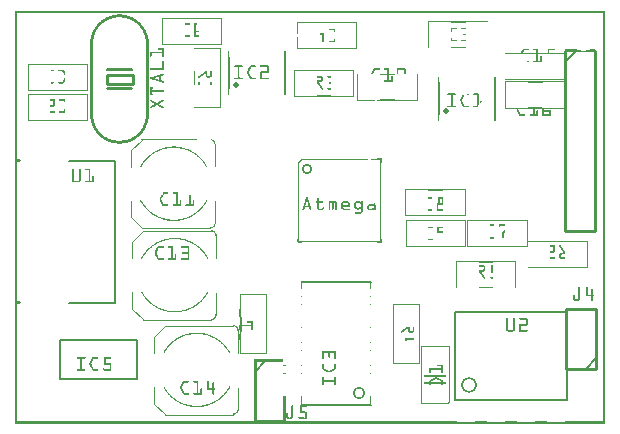
<source format=gto>
G04 MADE WITH FRITZING*
G04 WWW.FRITZING.ORG*
G04 DOUBLE SIDED*
G04 HOLES PLATED*
G04 CONTOUR ON CENTER OF CONTOUR VECTOR*
%ASAXBY*%
%FSLAX23Y23*%
%MOIN*%
%OFA0B0*%
%SFA1.0B1.0*%
%ADD10C,0.034283X0.0222834*%
%ADD11C,0.019307X0.00330709*%
%ADD12C,0.042189X0.030189*%
%ADD13C,0.052189X0.042189*%
%ADD14R,0.078250X0.007611*%
%ADD15R,0.078250X0.007625*%
%ADD16R,0.096457X0.038714X0.076772X0.019029*%
%ADD17C,0.009843*%
%ADD18C,0.008000*%
%ADD19C,0.010000*%
%ADD20C,0.005000*%
%ADD21C,0.006000*%
%ADD22C,0.003937*%
%ADD23C,0.003953*%
%ADD24C,0.004004*%
%ADD25R,0.001000X0.001000*%
%LNSILK1*%
G90*
G70*
G54D10*
X975Y852D03*
G54D11*
X736Y1130D03*
X1437Y1045D03*
G54D12*
X1148Y104D03*
G54D13*
X1513Y132D03*
G54D14*
X1401Y137D03*
G54D15*
X1401Y160D03*
G54D17*
X306Y1164D02*
X392Y1164D01*
X392Y1135D01*
X306Y1135D01*
X306Y1164D01*
D02*
G54D18*
X181Y405D02*
X335Y405D01*
D02*
X335Y405D02*
X335Y877D01*
D02*
X335Y877D02*
X181Y877D01*
G54D19*
D02*
X1938Y185D02*
X1938Y385D01*
D02*
X1938Y385D02*
X1838Y385D01*
D02*
X1838Y385D02*
X1838Y185D01*
D02*
X1838Y185D02*
X1938Y185D01*
G54D20*
D02*
X1938Y220D02*
X1903Y185D01*
G54D19*
D02*
X1835Y643D02*
X1935Y643D01*
D02*
X1935Y643D02*
X1935Y1243D01*
G54D20*
D02*
X1835Y1208D02*
X1870Y1243D01*
G54D21*
D02*
X956Y475D02*
X1187Y475D01*
D02*
X1187Y65D02*
X956Y65D01*
G54D18*
D02*
X1466Y374D02*
X1841Y374D01*
D02*
X1841Y374D02*
X1841Y79D01*
D02*
X1841Y79D02*
X1466Y79D01*
D02*
X1466Y79D02*
X1466Y374D01*
D02*
X408Y281D02*
X408Y151D01*
D02*
X408Y151D02*
X150Y151D01*
D02*
X150Y151D02*
X150Y281D01*
D02*
X150Y281D02*
X408Y281D01*
G54D19*
D02*
X799Y209D02*
X799Y9D01*
D02*
X799Y9D02*
X899Y9D01*
G54D20*
D02*
X799Y174D02*
X834Y209D01*
G54D22*
X391Y608D02*
X427Y643D01*
D02*
G54D23*
X671Y628D02*
X671Y554D01*
D02*
G54D24*
X391Y553D02*
X391Y607D01*
D02*
G54D22*
X427Y643D02*
X655Y643D01*
D02*
X391Y384D02*
X426Y349D01*
D02*
G54D23*
X671Y364D02*
X671Y438D01*
D02*
G54D24*
X391Y439D02*
X391Y385D01*
D02*
G54D22*
X427Y348D02*
X655Y348D01*
D02*
X464Y292D02*
X500Y328D01*
D02*
G54D23*
X744Y312D02*
X744Y238D01*
D02*
G54D24*
X464Y237D02*
X464Y291D01*
D02*
G54D22*
X500Y328D02*
X728Y328D01*
D02*
X465Y68D02*
X500Y33D01*
D02*
G54D23*
X744Y48D02*
X744Y122D01*
D02*
G54D24*
X465Y123D02*
X465Y69D01*
D02*
G54D22*
X500Y32D02*
X728Y32D01*
D02*
X388Y913D02*
X423Y948D01*
D02*
G54D23*
X667Y933D02*
X667Y859D01*
D02*
G54D24*
X388Y858D02*
X388Y912D01*
D02*
G54D22*
X388Y689D02*
X423Y654D01*
D02*
G54D23*
X667Y669D02*
X667Y743D01*
D02*
G54D24*
X388Y744D02*
X388Y690D01*
D02*
G54D22*
X423Y653D02*
X651Y653D01*
D02*
G54D25*
X0Y1378D02*
X1967Y1378D01*
X0Y1377D02*
X1967Y1377D01*
X0Y1376D02*
X1967Y1376D01*
X0Y1375D02*
X1967Y1375D01*
X0Y1374D02*
X1967Y1374D01*
X0Y1373D02*
X1967Y1373D01*
X0Y1372D02*
X1967Y1372D01*
X0Y1371D02*
X1967Y1371D01*
X0Y1370D02*
X7Y1370D01*
X1960Y1370D02*
X1967Y1370D01*
X0Y1369D02*
X7Y1369D01*
X1960Y1369D02*
X1967Y1369D01*
X0Y1368D02*
X7Y1368D01*
X1960Y1368D02*
X1967Y1368D01*
X0Y1367D02*
X7Y1367D01*
X1960Y1367D02*
X1967Y1367D01*
X0Y1366D02*
X7Y1366D01*
X1960Y1366D02*
X1967Y1366D01*
X0Y1365D02*
X7Y1365D01*
X341Y1365D02*
X356Y1365D01*
X1960Y1365D02*
X1967Y1365D01*
X0Y1364D02*
X7Y1364D01*
X333Y1364D02*
X364Y1364D01*
X1960Y1364D02*
X1967Y1364D01*
X0Y1363D02*
X7Y1363D01*
X328Y1363D02*
X369Y1363D01*
X1960Y1363D02*
X1967Y1363D01*
X0Y1362D02*
X7Y1362D01*
X324Y1362D02*
X373Y1362D01*
X1960Y1362D02*
X1967Y1362D01*
X0Y1361D02*
X7Y1361D01*
X320Y1361D02*
X377Y1361D01*
X1960Y1361D02*
X1967Y1361D01*
X0Y1360D02*
X7Y1360D01*
X317Y1360D02*
X380Y1360D01*
X1960Y1360D02*
X1967Y1360D01*
X0Y1359D02*
X7Y1359D01*
X314Y1359D02*
X382Y1359D01*
X1960Y1359D02*
X1967Y1359D01*
X0Y1358D02*
X7Y1358D01*
X312Y1358D02*
X385Y1358D01*
X1960Y1358D02*
X1967Y1358D01*
X0Y1357D02*
X7Y1357D01*
X310Y1357D02*
X387Y1357D01*
X1960Y1357D02*
X1967Y1357D01*
X0Y1356D02*
X7Y1356D01*
X307Y1356D02*
X390Y1356D01*
X1960Y1356D02*
X1967Y1356D01*
X0Y1355D02*
X7Y1355D01*
X305Y1355D02*
X338Y1355D01*
X359Y1355D02*
X392Y1355D01*
X1960Y1355D02*
X1967Y1355D01*
X0Y1354D02*
X7Y1354D01*
X303Y1354D02*
X331Y1354D01*
X366Y1354D02*
X394Y1354D01*
X490Y1354D02*
X690Y1354D01*
X1960Y1354D02*
X1967Y1354D01*
X0Y1353D02*
X7Y1353D01*
X302Y1353D02*
X326Y1353D01*
X371Y1353D02*
X395Y1353D01*
X490Y1353D02*
X690Y1353D01*
X1960Y1353D02*
X1967Y1353D01*
X0Y1352D02*
X7Y1352D01*
X300Y1352D02*
X323Y1352D01*
X374Y1352D02*
X397Y1352D01*
X490Y1352D02*
X690Y1352D01*
X1960Y1352D02*
X1967Y1352D01*
X0Y1351D02*
X7Y1351D01*
X298Y1351D02*
X319Y1351D01*
X378Y1351D02*
X399Y1351D01*
X490Y1351D02*
X492Y1351D01*
X566Y1351D02*
X614Y1351D01*
X688Y1351D02*
X690Y1351D01*
X1960Y1351D02*
X1967Y1351D01*
X0Y1350D02*
X7Y1350D01*
X297Y1350D02*
X316Y1350D01*
X380Y1350D02*
X400Y1350D01*
X490Y1350D02*
X492Y1350D01*
X688Y1350D02*
X690Y1350D01*
X1960Y1350D02*
X1967Y1350D01*
X0Y1349D02*
X7Y1349D01*
X295Y1349D02*
X314Y1349D01*
X383Y1349D02*
X402Y1349D01*
X490Y1349D02*
X492Y1349D01*
X688Y1349D02*
X690Y1349D01*
X1960Y1349D02*
X1967Y1349D01*
X0Y1348D02*
X7Y1348D01*
X294Y1348D02*
X311Y1348D01*
X385Y1348D02*
X403Y1348D01*
X490Y1348D02*
X492Y1348D01*
X688Y1348D02*
X690Y1348D01*
X1960Y1348D02*
X1967Y1348D01*
X0Y1347D02*
X7Y1347D01*
X292Y1347D02*
X309Y1347D01*
X388Y1347D02*
X405Y1347D01*
X490Y1347D02*
X492Y1347D01*
X688Y1347D02*
X690Y1347D01*
X1960Y1347D02*
X1967Y1347D01*
X0Y1346D02*
X7Y1346D01*
X291Y1346D02*
X307Y1346D01*
X390Y1346D02*
X406Y1346D01*
X490Y1346D02*
X492Y1346D01*
X688Y1346D02*
X690Y1346D01*
X1960Y1346D02*
X1967Y1346D01*
X0Y1345D02*
X7Y1345D01*
X289Y1345D02*
X305Y1345D01*
X392Y1345D02*
X408Y1345D01*
X490Y1345D02*
X492Y1345D01*
X688Y1345D02*
X690Y1345D01*
X1960Y1345D02*
X1967Y1345D01*
X0Y1344D02*
X7Y1344D01*
X288Y1344D02*
X303Y1344D01*
X393Y1344D02*
X409Y1344D01*
X490Y1344D02*
X492Y1344D01*
X688Y1344D02*
X690Y1344D01*
X1960Y1344D02*
X1967Y1344D01*
X0Y1343D02*
X7Y1343D01*
X287Y1343D02*
X302Y1343D01*
X395Y1343D02*
X410Y1343D01*
X490Y1343D02*
X492Y1343D01*
X688Y1343D02*
X690Y1343D01*
X1960Y1343D02*
X1967Y1343D01*
X0Y1342D02*
X7Y1342D01*
X286Y1342D02*
X300Y1342D01*
X397Y1342D02*
X411Y1342D01*
X490Y1342D02*
X492Y1342D01*
X688Y1342D02*
X690Y1342D01*
X1378Y1342D02*
X1578Y1342D01*
X1960Y1342D02*
X1967Y1342D01*
X0Y1341D02*
X7Y1341D01*
X284Y1341D02*
X299Y1341D01*
X398Y1341D02*
X412Y1341D01*
X490Y1341D02*
X492Y1341D01*
X688Y1341D02*
X690Y1341D01*
X1378Y1341D02*
X1578Y1341D01*
X1960Y1341D02*
X1967Y1341D01*
X0Y1340D02*
X7Y1340D01*
X283Y1340D02*
X297Y1340D01*
X400Y1340D02*
X414Y1340D01*
X490Y1340D02*
X492Y1340D01*
X688Y1340D02*
X690Y1340D01*
X941Y1340D02*
X1141Y1340D01*
X1378Y1340D02*
X1578Y1340D01*
X1960Y1340D02*
X1967Y1340D01*
X0Y1339D02*
X7Y1339D01*
X282Y1339D02*
X296Y1339D01*
X401Y1339D02*
X415Y1339D01*
X490Y1339D02*
X492Y1339D01*
X688Y1339D02*
X690Y1339D01*
X941Y1339D02*
X1141Y1339D01*
X1378Y1339D02*
X1380Y1339D01*
X1454Y1339D02*
X1502Y1339D01*
X1576Y1339D02*
X1578Y1339D01*
X1960Y1339D02*
X1967Y1339D01*
X0Y1338D02*
X7Y1338D01*
X281Y1338D02*
X294Y1338D01*
X403Y1338D02*
X416Y1338D01*
X490Y1338D02*
X492Y1338D01*
X688Y1338D02*
X690Y1338D01*
X941Y1338D02*
X943Y1338D01*
X1017Y1338D02*
X1065Y1338D01*
X1139Y1338D02*
X1141Y1338D01*
X1378Y1338D02*
X1380Y1338D01*
X1576Y1338D02*
X1578Y1338D01*
X1960Y1338D02*
X1967Y1338D01*
X0Y1337D02*
X7Y1337D01*
X280Y1337D02*
X293Y1337D01*
X404Y1337D02*
X417Y1337D01*
X490Y1337D02*
X492Y1337D01*
X688Y1337D02*
X690Y1337D01*
X941Y1337D02*
X943Y1337D01*
X1017Y1337D02*
X1065Y1337D01*
X1139Y1337D02*
X1141Y1337D01*
X1378Y1337D02*
X1380Y1337D01*
X1576Y1337D02*
X1578Y1337D01*
X1960Y1337D02*
X1967Y1337D01*
X0Y1336D02*
X7Y1336D01*
X279Y1336D02*
X292Y1336D01*
X405Y1336D02*
X418Y1336D01*
X490Y1336D02*
X492Y1336D01*
X569Y1336D02*
X581Y1336D01*
X601Y1336D02*
X604Y1336D01*
X688Y1336D02*
X690Y1336D01*
X941Y1336D02*
X943Y1336D01*
X1139Y1336D02*
X1141Y1336D01*
X1378Y1336D02*
X1380Y1336D01*
X1576Y1336D02*
X1578Y1336D01*
X1960Y1336D02*
X1967Y1336D01*
X0Y1335D02*
X7Y1335D01*
X278Y1335D02*
X291Y1335D01*
X406Y1335D02*
X419Y1335D01*
X490Y1335D02*
X492Y1335D01*
X566Y1335D02*
X583Y1335D01*
X599Y1335D02*
X606Y1335D01*
X688Y1335D02*
X690Y1335D01*
X941Y1335D02*
X943Y1335D01*
X1139Y1335D02*
X1141Y1335D01*
X1378Y1335D02*
X1380Y1335D01*
X1576Y1335D02*
X1578Y1335D01*
X1960Y1335D02*
X1967Y1335D01*
X0Y1334D02*
X7Y1334D01*
X277Y1334D02*
X289Y1334D01*
X408Y1334D02*
X420Y1334D01*
X490Y1334D02*
X492Y1334D01*
X566Y1334D02*
X584Y1334D01*
X599Y1334D02*
X606Y1334D01*
X688Y1334D02*
X690Y1334D01*
X941Y1334D02*
X943Y1334D01*
X1139Y1334D02*
X1141Y1334D01*
X1378Y1334D02*
X1380Y1334D01*
X1576Y1334D02*
X1578Y1334D01*
X1960Y1334D02*
X1967Y1334D01*
X0Y1333D02*
X7Y1333D01*
X276Y1333D02*
X288Y1333D01*
X409Y1333D02*
X421Y1333D01*
X490Y1333D02*
X492Y1333D01*
X566Y1333D02*
X584Y1333D01*
X598Y1333D02*
X606Y1333D01*
X688Y1333D02*
X690Y1333D01*
X941Y1333D02*
X943Y1333D01*
X1139Y1333D02*
X1141Y1333D01*
X1378Y1333D02*
X1380Y1333D01*
X1576Y1333D02*
X1578Y1333D01*
X1960Y1333D02*
X1967Y1333D01*
X0Y1332D02*
X7Y1332D01*
X275Y1332D02*
X287Y1332D01*
X410Y1332D02*
X421Y1332D01*
X490Y1332D02*
X492Y1332D01*
X566Y1332D02*
X584Y1332D01*
X598Y1332D02*
X606Y1332D01*
X688Y1332D02*
X690Y1332D01*
X941Y1332D02*
X943Y1332D01*
X1139Y1332D02*
X1141Y1332D01*
X1378Y1332D02*
X1380Y1332D01*
X1576Y1332D02*
X1578Y1332D01*
X1960Y1332D02*
X1967Y1332D01*
X0Y1331D02*
X7Y1331D01*
X275Y1331D02*
X286Y1331D01*
X411Y1331D02*
X422Y1331D01*
X490Y1331D02*
X492Y1331D01*
X566Y1331D02*
X583Y1331D01*
X598Y1331D02*
X606Y1331D01*
X688Y1331D02*
X690Y1331D01*
X941Y1331D02*
X943Y1331D01*
X1139Y1331D02*
X1141Y1331D01*
X1378Y1331D02*
X1380Y1331D01*
X1576Y1331D02*
X1578Y1331D01*
X1960Y1331D02*
X1967Y1331D01*
X0Y1330D02*
X7Y1330D01*
X274Y1330D02*
X285Y1330D01*
X412Y1330D02*
X423Y1330D01*
X490Y1330D02*
X492Y1330D01*
X566Y1330D02*
X569Y1330D01*
X598Y1330D02*
X604Y1330D01*
X688Y1330D02*
X690Y1330D01*
X941Y1330D02*
X943Y1330D01*
X1139Y1330D02*
X1141Y1330D01*
X1378Y1330D02*
X1380Y1330D01*
X1576Y1330D02*
X1578Y1330D01*
X1960Y1330D02*
X1967Y1330D01*
X0Y1329D02*
X7Y1329D01*
X273Y1329D02*
X284Y1329D01*
X413Y1329D02*
X424Y1329D01*
X490Y1329D02*
X492Y1329D01*
X566Y1329D02*
X567Y1329D01*
X598Y1329D02*
X603Y1329D01*
X688Y1329D02*
X690Y1329D01*
X941Y1329D02*
X943Y1329D01*
X1139Y1329D02*
X1141Y1329D01*
X1378Y1329D02*
X1380Y1329D01*
X1576Y1329D02*
X1578Y1329D01*
X1960Y1329D02*
X1967Y1329D01*
X0Y1328D02*
X7Y1328D01*
X272Y1328D02*
X283Y1328D01*
X414Y1328D02*
X425Y1328D01*
X490Y1328D02*
X492Y1328D01*
X566Y1328D02*
X567Y1328D01*
X598Y1328D02*
X603Y1328D01*
X688Y1328D02*
X690Y1328D01*
X941Y1328D02*
X943Y1328D01*
X1139Y1328D02*
X1141Y1328D01*
X1378Y1328D02*
X1380Y1328D01*
X1576Y1328D02*
X1578Y1328D01*
X1960Y1328D02*
X1967Y1328D01*
X0Y1327D02*
X7Y1327D01*
X271Y1327D02*
X282Y1327D01*
X415Y1327D02*
X426Y1327D01*
X490Y1327D02*
X492Y1327D01*
X566Y1327D02*
X566Y1327D01*
X598Y1327D02*
X603Y1327D01*
X688Y1327D02*
X690Y1327D01*
X941Y1327D02*
X943Y1327D01*
X1139Y1327D02*
X1141Y1327D01*
X1378Y1327D02*
X1380Y1327D01*
X1576Y1327D02*
X1578Y1327D01*
X1960Y1327D02*
X1967Y1327D01*
X0Y1326D02*
X7Y1326D01*
X271Y1326D02*
X281Y1326D01*
X416Y1326D02*
X426Y1326D01*
X490Y1326D02*
X492Y1326D01*
X566Y1326D02*
X566Y1326D01*
X598Y1326D02*
X603Y1326D01*
X688Y1326D02*
X690Y1326D01*
X941Y1326D02*
X943Y1326D01*
X1139Y1326D02*
X1141Y1326D01*
X1378Y1326D02*
X1380Y1326D01*
X1576Y1326D02*
X1578Y1326D01*
X1960Y1326D02*
X1967Y1326D01*
X0Y1325D02*
X7Y1325D01*
X270Y1325D02*
X280Y1325D01*
X416Y1325D02*
X427Y1325D01*
X490Y1325D02*
X492Y1325D01*
X598Y1325D02*
X603Y1325D01*
X688Y1325D02*
X690Y1325D01*
X941Y1325D02*
X943Y1325D01*
X1139Y1325D02*
X1141Y1325D01*
X1378Y1325D02*
X1380Y1325D01*
X1576Y1325D02*
X1578Y1325D01*
X1960Y1325D02*
X1967Y1325D01*
X0Y1324D02*
X7Y1324D01*
X269Y1324D02*
X280Y1324D01*
X417Y1324D02*
X428Y1324D01*
X490Y1324D02*
X492Y1324D01*
X598Y1324D02*
X603Y1324D01*
X688Y1324D02*
X690Y1324D01*
X941Y1324D02*
X943Y1324D01*
X1139Y1324D02*
X1141Y1324D01*
X1378Y1324D02*
X1380Y1324D01*
X1576Y1324D02*
X1578Y1324D01*
X1960Y1324D02*
X1967Y1324D01*
X0Y1323D02*
X7Y1323D01*
X268Y1323D02*
X279Y1323D01*
X418Y1323D02*
X429Y1323D01*
X490Y1323D02*
X492Y1323D01*
X598Y1323D02*
X603Y1323D01*
X688Y1323D02*
X690Y1323D01*
X941Y1323D02*
X943Y1323D01*
X1139Y1323D02*
X1141Y1323D01*
X1378Y1323D02*
X1380Y1323D01*
X1576Y1323D02*
X1578Y1323D01*
X1960Y1323D02*
X1967Y1323D01*
X0Y1322D02*
X7Y1322D01*
X268Y1322D02*
X278Y1322D01*
X419Y1322D02*
X429Y1322D01*
X490Y1322D02*
X492Y1322D01*
X598Y1322D02*
X603Y1322D01*
X688Y1322D02*
X690Y1322D01*
X941Y1322D02*
X943Y1322D01*
X1139Y1322D02*
X1141Y1322D01*
X1378Y1322D02*
X1380Y1322D01*
X1576Y1322D02*
X1578Y1322D01*
X1960Y1322D02*
X1967Y1322D01*
X0Y1321D02*
X7Y1321D01*
X267Y1321D02*
X277Y1321D01*
X420Y1321D02*
X430Y1321D01*
X490Y1321D02*
X492Y1321D01*
X598Y1321D02*
X603Y1321D01*
X688Y1321D02*
X690Y1321D01*
X941Y1321D02*
X943Y1321D01*
X1139Y1321D02*
X1141Y1321D01*
X1378Y1321D02*
X1380Y1321D01*
X1458Y1321D02*
X1473Y1321D01*
X1490Y1321D02*
X1502Y1321D01*
X1576Y1321D02*
X1578Y1321D01*
X1960Y1321D02*
X1967Y1321D01*
X0Y1320D02*
X7Y1320D01*
X266Y1320D02*
X277Y1320D01*
X420Y1320D02*
X431Y1320D01*
X490Y1320D02*
X492Y1320D01*
X598Y1320D02*
X603Y1320D01*
X688Y1320D02*
X690Y1320D01*
X941Y1320D02*
X943Y1320D01*
X1139Y1320D02*
X1141Y1320D01*
X1378Y1320D02*
X1380Y1320D01*
X1456Y1320D02*
X1474Y1320D01*
X1489Y1320D02*
X1502Y1320D01*
X1576Y1320D02*
X1578Y1320D01*
X1960Y1320D02*
X1967Y1320D01*
X0Y1319D02*
X7Y1319D01*
X266Y1319D02*
X276Y1319D01*
X421Y1319D02*
X431Y1319D01*
X490Y1319D02*
X492Y1319D01*
X598Y1319D02*
X603Y1319D01*
X688Y1319D02*
X690Y1319D01*
X941Y1319D02*
X943Y1319D01*
X1139Y1319D02*
X1141Y1319D01*
X1378Y1319D02*
X1380Y1319D01*
X1455Y1319D02*
X1474Y1319D01*
X1489Y1319D02*
X1502Y1319D01*
X1576Y1319D02*
X1578Y1319D01*
X1960Y1319D02*
X1967Y1319D01*
X0Y1318D02*
X7Y1318D01*
X265Y1318D02*
X275Y1318D01*
X422Y1318D02*
X432Y1318D01*
X490Y1318D02*
X492Y1318D01*
X598Y1318D02*
X603Y1318D01*
X688Y1318D02*
X690Y1318D01*
X941Y1318D02*
X943Y1318D01*
X1048Y1318D02*
X1064Y1318D01*
X1139Y1318D02*
X1141Y1318D01*
X1378Y1318D02*
X1380Y1318D01*
X1454Y1318D02*
X1474Y1318D01*
X1489Y1318D02*
X1502Y1318D01*
X1576Y1318D02*
X1578Y1318D01*
X1960Y1318D02*
X1967Y1318D01*
X0Y1317D02*
X7Y1317D01*
X265Y1317D02*
X274Y1317D01*
X422Y1317D02*
X432Y1317D01*
X490Y1317D02*
X492Y1317D01*
X598Y1317D02*
X603Y1317D01*
X688Y1317D02*
X690Y1317D01*
X941Y1317D02*
X943Y1317D01*
X1047Y1317D02*
X1065Y1317D01*
X1139Y1317D02*
X1141Y1317D01*
X1378Y1317D02*
X1380Y1317D01*
X1454Y1317D02*
X1474Y1317D01*
X1489Y1317D02*
X1502Y1317D01*
X1576Y1317D02*
X1578Y1317D01*
X1960Y1317D02*
X1967Y1317D01*
X0Y1316D02*
X7Y1316D01*
X264Y1316D02*
X274Y1316D01*
X423Y1316D02*
X433Y1316D01*
X490Y1316D02*
X492Y1316D01*
X598Y1316D02*
X603Y1316D01*
X688Y1316D02*
X690Y1316D01*
X941Y1316D02*
X943Y1316D01*
X1047Y1316D02*
X1065Y1316D01*
X1139Y1316D02*
X1141Y1316D01*
X1378Y1316D02*
X1380Y1316D01*
X1454Y1316D02*
X1472Y1316D01*
X1490Y1316D02*
X1502Y1316D01*
X1576Y1316D02*
X1578Y1316D01*
X1960Y1316D02*
X1967Y1316D01*
X0Y1315D02*
X7Y1315D01*
X263Y1315D02*
X273Y1315D01*
X424Y1315D02*
X434Y1315D01*
X490Y1315D02*
X492Y1315D01*
X598Y1315D02*
X603Y1315D01*
X688Y1315D02*
X690Y1315D01*
X941Y1315D02*
X943Y1315D01*
X1047Y1315D02*
X1065Y1315D01*
X1139Y1315D02*
X1141Y1315D01*
X1378Y1315D02*
X1380Y1315D01*
X1454Y1315D02*
X1458Y1315D01*
X1576Y1315D02*
X1578Y1315D01*
X1960Y1315D02*
X1967Y1315D01*
X0Y1314D02*
X7Y1314D01*
X263Y1314D02*
X273Y1314D01*
X424Y1314D02*
X434Y1314D01*
X490Y1314D02*
X492Y1314D01*
X598Y1314D02*
X603Y1314D01*
X688Y1314D02*
X690Y1314D01*
X941Y1314D02*
X943Y1314D01*
X1048Y1314D02*
X1065Y1314D01*
X1139Y1314D02*
X1141Y1314D01*
X1378Y1314D02*
X1380Y1314D01*
X1454Y1314D02*
X1457Y1314D01*
X1576Y1314D02*
X1578Y1314D01*
X1960Y1314D02*
X1967Y1314D01*
X0Y1313D02*
X7Y1313D01*
X262Y1313D02*
X272Y1313D01*
X425Y1313D02*
X435Y1313D01*
X490Y1313D02*
X492Y1313D01*
X598Y1313D02*
X603Y1313D01*
X688Y1313D02*
X690Y1313D01*
X941Y1313D02*
X943Y1313D01*
X1050Y1313D02*
X1065Y1313D01*
X1139Y1313D02*
X1141Y1313D01*
X1378Y1313D02*
X1380Y1313D01*
X1454Y1313D02*
X1457Y1313D01*
X1576Y1313D02*
X1578Y1313D01*
X1960Y1313D02*
X1967Y1313D01*
X0Y1312D02*
X7Y1312D01*
X262Y1312D02*
X271Y1312D01*
X426Y1312D02*
X435Y1312D01*
X490Y1312D02*
X492Y1312D01*
X598Y1312D02*
X603Y1312D01*
X688Y1312D02*
X690Y1312D01*
X941Y1312D02*
X943Y1312D01*
X1063Y1312D02*
X1065Y1312D01*
X1139Y1312D02*
X1141Y1312D01*
X1378Y1312D02*
X1380Y1312D01*
X1454Y1312D02*
X1456Y1312D01*
X1576Y1312D02*
X1578Y1312D01*
X1960Y1312D02*
X1967Y1312D01*
X0Y1311D02*
X7Y1311D01*
X261Y1311D02*
X271Y1311D01*
X426Y1311D02*
X436Y1311D01*
X490Y1311D02*
X492Y1311D01*
X598Y1311D02*
X604Y1311D01*
X688Y1311D02*
X690Y1311D01*
X941Y1311D02*
X943Y1311D01*
X1064Y1311D02*
X1065Y1311D01*
X1139Y1311D02*
X1141Y1311D01*
X1378Y1311D02*
X1380Y1311D01*
X1454Y1311D02*
X1456Y1311D01*
X1576Y1311D02*
X1578Y1311D01*
X1960Y1311D02*
X1967Y1311D01*
X0Y1310D02*
X7Y1310D01*
X261Y1310D02*
X270Y1310D01*
X427Y1310D02*
X436Y1310D01*
X490Y1310D02*
X492Y1310D01*
X598Y1310D02*
X614Y1310D01*
X688Y1310D02*
X690Y1310D01*
X941Y1310D02*
X943Y1310D01*
X1064Y1310D02*
X1065Y1310D01*
X1139Y1310D02*
X1141Y1310D01*
X1378Y1310D02*
X1380Y1310D01*
X1454Y1310D02*
X1455Y1310D01*
X1576Y1310D02*
X1578Y1310D01*
X1960Y1310D02*
X1967Y1310D01*
X0Y1309D02*
X7Y1309D01*
X260Y1309D02*
X270Y1309D01*
X427Y1309D02*
X437Y1309D01*
X490Y1309D02*
X492Y1309D01*
X598Y1309D02*
X614Y1309D01*
X688Y1309D02*
X690Y1309D01*
X941Y1309D02*
X943Y1309D01*
X1065Y1309D02*
X1065Y1309D01*
X1139Y1309D02*
X1141Y1309D01*
X1378Y1309D02*
X1380Y1309D01*
X1454Y1309D02*
X1455Y1309D01*
X1576Y1309D02*
X1578Y1309D01*
X1960Y1309D02*
X1967Y1309D01*
X0Y1308D02*
X7Y1308D01*
X260Y1308D02*
X269Y1308D01*
X428Y1308D02*
X437Y1308D01*
X490Y1308D02*
X492Y1308D01*
X598Y1308D02*
X614Y1308D01*
X688Y1308D02*
X690Y1308D01*
X941Y1308D02*
X943Y1308D01*
X1065Y1308D02*
X1065Y1308D01*
X1139Y1308D02*
X1141Y1308D01*
X1378Y1308D02*
X1380Y1308D01*
X1454Y1308D02*
X1454Y1308D01*
X1576Y1308D02*
X1578Y1308D01*
X1960Y1308D02*
X1967Y1308D01*
X0Y1307D02*
X7Y1307D01*
X259Y1307D02*
X269Y1307D01*
X428Y1307D02*
X438Y1307D01*
X490Y1307D02*
X492Y1307D01*
X598Y1307D02*
X614Y1307D01*
X688Y1307D02*
X690Y1307D01*
X941Y1307D02*
X943Y1307D01*
X1139Y1307D02*
X1141Y1307D01*
X1378Y1307D02*
X1380Y1307D01*
X1454Y1307D02*
X1454Y1307D01*
X1576Y1307D02*
X1578Y1307D01*
X1960Y1307D02*
X1967Y1307D01*
X0Y1306D02*
X7Y1306D01*
X259Y1306D02*
X268Y1306D01*
X429Y1306D02*
X438Y1306D01*
X490Y1306D02*
X492Y1306D01*
X598Y1306D02*
X614Y1306D01*
X688Y1306D02*
X690Y1306D01*
X941Y1306D02*
X943Y1306D01*
X1139Y1306D02*
X1141Y1306D01*
X1378Y1306D02*
X1380Y1306D01*
X1576Y1306D02*
X1578Y1306D01*
X1960Y1306D02*
X1967Y1306D01*
X0Y1305D02*
X7Y1305D01*
X259Y1305D02*
X268Y1305D01*
X429Y1305D02*
X438Y1305D01*
X490Y1305D02*
X492Y1305D01*
X598Y1305D02*
X604Y1305D01*
X688Y1305D02*
X690Y1305D01*
X941Y1305D02*
X943Y1305D01*
X1139Y1305D02*
X1141Y1305D01*
X1378Y1305D02*
X1380Y1305D01*
X1576Y1305D02*
X1578Y1305D01*
X1960Y1305D02*
X1967Y1305D01*
X0Y1304D02*
X7Y1304D01*
X258Y1304D02*
X267Y1304D01*
X430Y1304D02*
X439Y1304D01*
X490Y1304D02*
X492Y1304D01*
X598Y1304D02*
X603Y1304D01*
X688Y1304D02*
X690Y1304D01*
X941Y1304D02*
X943Y1304D01*
X1139Y1304D02*
X1141Y1304D01*
X1378Y1304D02*
X1380Y1304D01*
X1576Y1304D02*
X1578Y1304D01*
X1960Y1304D02*
X1967Y1304D01*
X0Y1303D02*
X7Y1303D01*
X258Y1303D02*
X267Y1303D01*
X430Y1303D02*
X439Y1303D01*
X490Y1303D02*
X492Y1303D01*
X598Y1303D02*
X603Y1303D01*
X688Y1303D02*
X690Y1303D01*
X942Y1303D02*
X943Y1303D01*
X1017Y1303D02*
X1029Y1303D01*
X1139Y1303D02*
X1141Y1303D01*
X1378Y1303D02*
X1380Y1303D01*
X1576Y1303D02*
X1578Y1303D01*
X1960Y1303D02*
X1967Y1303D01*
X0Y1302D02*
X7Y1302D01*
X257Y1302D02*
X267Y1302D01*
X430Y1302D02*
X440Y1302D01*
X490Y1302D02*
X492Y1302D01*
X598Y1302D02*
X603Y1302D01*
X688Y1302D02*
X690Y1302D01*
X942Y1302D02*
X943Y1302D01*
X1017Y1302D02*
X1029Y1302D01*
X1139Y1302D02*
X1141Y1302D01*
X1378Y1302D02*
X1380Y1302D01*
X1576Y1302D02*
X1578Y1302D01*
X1960Y1302D02*
X1967Y1302D01*
X0Y1301D02*
X7Y1301D01*
X257Y1301D02*
X266Y1301D01*
X431Y1301D02*
X440Y1301D01*
X490Y1301D02*
X492Y1301D01*
X598Y1301D02*
X603Y1301D01*
X688Y1301D02*
X690Y1301D01*
X942Y1301D02*
X943Y1301D01*
X1017Y1301D02*
X1029Y1301D01*
X1139Y1301D02*
X1141Y1301D01*
X1378Y1301D02*
X1380Y1301D01*
X1497Y1301D02*
X1502Y1301D01*
X1576Y1301D02*
X1578Y1301D01*
X1960Y1301D02*
X1967Y1301D01*
X0Y1300D02*
X7Y1300D01*
X257Y1300D02*
X266Y1300D01*
X431Y1300D02*
X440Y1300D01*
X490Y1300D02*
X492Y1300D01*
X566Y1300D02*
X566Y1300D01*
X598Y1300D02*
X603Y1300D01*
X688Y1300D02*
X690Y1300D01*
X943Y1300D02*
X943Y1300D01*
X1017Y1300D02*
X1029Y1300D01*
X1139Y1300D02*
X1141Y1300D01*
X1378Y1300D02*
X1380Y1300D01*
X1495Y1300D02*
X1502Y1300D01*
X1576Y1300D02*
X1578Y1300D01*
X1960Y1300D02*
X1967Y1300D01*
X0Y1299D02*
X7Y1299D01*
X256Y1299D02*
X265Y1299D01*
X431Y1299D02*
X441Y1299D01*
X490Y1299D02*
X492Y1299D01*
X566Y1299D02*
X566Y1299D01*
X598Y1299D02*
X603Y1299D01*
X688Y1299D02*
X690Y1299D01*
X943Y1299D02*
X943Y1299D01*
X1017Y1299D02*
X1029Y1299D01*
X1139Y1299D02*
X1141Y1299D01*
X1378Y1299D02*
X1380Y1299D01*
X1495Y1299D02*
X1502Y1299D01*
X1576Y1299D02*
X1578Y1299D01*
X1960Y1299D02*
X1967Y1299D01*
X0Y1298D02*
X7Y1298D01*
X256Y1298D02*
X265Y1298D01*
X432Y1298D02*
X441Y1298D01*
X490Y1298D02*
X492Y1298D01*
X566Y1298D02*
X567Y1298D01*
X598Y1298D02*
X603Y1298D01*
X688Y1298D02*
X690Y1298D01*
X943Y1298D02*
X943Y1298D01*
X1017Y1298D02*
X1029Y1298D01*
X1139Y1298D02*
X1141Y1298D01*
X1378Y1298D02*
X1380Y1298D01*
X1495Y1298D02*
X1502Y1298D01*
X1576Y1298D02*
X1578Y1298D01*
X1960Y1298D02*
X1967Y1298D01*
X0Y1297D02*
X7Y1297D01*
X256Y1297D02*
X265Y1297D01*
X432Y1297D02*
X441Y1297D01*
X490Y1297D02*
X492Y1297D01*
X566Y1297D02*
X567Y1297D01*
X598Y1297D02*
X603Y1297D01*
X688Y1297D02*
X690Y1297D01*
X943Y1297D02*
X943Y1297D01*
X1024Y1297D02*
X1029Y1297D01*
X1139Y1297D02*
X1141Y1297D01*
X1378Y1297D02*
X1380Y1297D01*
X1495Y1297D02*
X1502Y1297D01*
X1576Y1297D02*
X1578Y1297D01*
X1960Y1297D02*
X1967Y1297D01*
X0Y1296D02*
X7Y1296D01*
X255Y1296D02*
X264Y1296D01*
X433Y1296D02*
X442Y1296D01*
X490Y1296D02*
X492Y1296D01*
X566Y1296D02*
X569Y1296D01*
X598Y1296D02*
X603Y1296D01*
X688Y1296D02*
X690Y1296D01*
X943Y1296D02*
X943Y1296D01*
X1024Y1296D02*
X1029Y1296D01*
X1139Y1296D02*
X1141Y1296D01*
X1378Y1296D02*
X1380Y1296D01*
X1496Y1296D02*
X1502Y1296D01*
X1576Y1296D02*
X1578Y1296D01*
X1960Y1296D02*
X1967Y1296D01*
X0Y1295D02*
X7Y1295D01*
X255Y1295D02*
X264Y1295D01*
X433Y1295D02*
X442Y1295D01*
X490Y1295D02*
X492Y1295D01*
X566Y1295D02*
X583Y1295D01*
X598Y1295D02*
X614Y1295D01*
X688Y1295D02*
X690Y1295D01*
X943Y1295D02*
X943Y1295D01*
X1024Y1295D02*
X1029Y1295D01*
X1139Y1295D02*
X1141Y1295D01*
X1378Y1295D02*
X1380Y1295D01*
X1576Y1295D02*
X1578Y1295D01*
X1960Y1295D02*
X1967Y1295D01*
X0Y1294D02*
X7Y1294D01*
X255Y1294D02*
X264Y1294D01*
X433Y1294D02*
X442Y1294D01*
X490Y1294D02*
X492Y1294D01*
X566Y1294D02*
X584Y1294D01*
X598Y1294D02*
X614Y1294D01*
X688Y1294D02*
X690Y1294D01*
X943Y1294D02*
X943Y1294D01*
X1024Y1294D02*
X1029Y1294D01*
X1139Y1294D02*
X1141Y1294D01*
X1378Y1294D02*
X1380Y1294D01*
X1576Y1294D02*
X1578Y1294D01*
X1960Y1294D02*
X1967Y1294D01*
X0Y1293D02*
X7Y1293D01*
X254Y1293D02*
X264Y1293D01*
X433Y1293D02*
X442Y1293D01*
X490Y1293D02*
X492Y1293D01*
X566Y1293D02*
X584Y1293D01*
X598Y1293D02*
X614Y1293D01*
X688Y1293D02*
X690Y1293D01*
X943Y1293D02*
X943Y1293D01*
X1024Y1293D02*
X1029Y1293D01*
X1139Y1293D02*
X1141Y1293D01*
X1378Y1293D02*
X1380Y1293D01*
X1576Y1293D02*
X1578Y1293D01*
X1960Y1293D02*
X1967Y1293D01*
X0Y1292D02*
X7Y1292D01*
X254Y1292D02*
X263Y1292D01*
X434Y1292D02*
X443Y1292D01*
X490Y1292D02*
X492Y1292D01*
X566Y1292D02*
X584Y1292D01*
X599Y1292D02*
X614Y1292D01*
X688Y1292D02*
X690Y1292D01*
X943Y1292D02*
X943Y1292D01*
X1024Y1292D02*
X1029Y1292D01*
X1139Y1292D02*
X1141Y1292D01*
X1378Y1292D02*
X1380Y1292D01*
X1576Y1292D02*
X1578Y1292D01*
X1960Y1292D02*
X1967Y1292D01*
X0Y1291D02*
X7Y1291D01*
X254Y1291D02*
X263Y1291D01*
X434Y1291D02*
X443Y1291D01*
X490Y1291D02*
X492Y1291D01*
X566Y1291D02*
X583Y1291D01*
X599Y1291D02*
X614Y1291D01*
X688Y1291D02*
X690Y1291D01*
X943Y1291D02*
X943Y1291D01*
X1024Y1291D02*
X1029Y1291D01*
X1139Y1291D02*
X1141Y1291D01*
X1378Y1291D02*
X1380Y1291D01*
X1576Y1291D02*
X1578Y1291D01*
X1960Y1291D02*
X1967Y1291D01*
X0Y1290D02*
X7Y1290D01*
X254Y1290D02*
X263Y1290D01*
X434Y1290D02*
X443Y1290D01*
X490Y1290D02*
X492Y1290D01*
X569Y1290D02*
X582Y1290D01*
X601Y1290D02*
X614Y1290D01*
X688Y1290D02*
X690Y1290D01*
X943Y1290D02*
X943Y1290D01*
X1024Y1290D02*
X1029Y1290D01*
X1139Y1290D02*
X1141Y1290D01*
X1378Y1290D02*
X1380Y1290D01*
X1454Y1290D02*
X1454Y1290D01*
X1576Y1290D02*
X1578Y1290D01*
X1960Y1290D02*
X1967Y1290D01*
X0Y1289D02*
X7Y1289D01*
X254Y1289D02*
X263Y1289D01*
X434Y1289D02*
X443Y1289D01*
X490Y1289D02*
X492Y1289D01*
X688Y1289D02*
X690Y1289D01*
X942Y1289D02*
X943Y1289D01*
X1024Y1289D02*
X1029Y1289D01*
X1139Y1289D02*
X1141Y1289D01*
X1378Y1289D02*
X1380Y1289D01*
X1454Y1289D02*
X1454Y1289D01*
X1576Y1289D02*
X1578Y1289D01*
X1960Y1289D02*
X1967Y1289D01*
X0Y1288D02*
X7Y1288D01*
X253Y1288D02*
X262Y1288D01*
X435Y1288D02*
X444Y1288D01*
X490Y1288D02*
X492Y1288D01*
X688Y1288D02*
X690Y1288D01*
X942Y1288D02*
X943Y1288D01*
X1024Y1288D02*
X1029Y1288D01*
X1139Y1288D02*
X1141Y1288D01*
X1378Y1288D02*
X1380Y1288D01*
X1454Y1288D02*
X1455Y1288D01*
X1576Y1288D02*
X1578Y1288D01*
X1960Y1288D02*
X1967Y1288D01*
X0Y1287D02*
X7Y1287D01*
X253Y1287D02*
X262Y1287D01*
X435Y1287D02*
X444Y1287D01*
X490Y1287D02*
X492Y1287D01*
X688Y1287D02*
X690Y1287D01*
X942Y1287D02*
X943Y1287D01*
X1024Y1287D02*
X1029Y1287D01*
X1139Y1287D02*
X1141Y1287D01*
X1378Y1287D02*
X1380Y1287D01*
X1454Y1287D02*
X1455Y1287D01*
X1576Y1287D02*
X1578Y1287D01*
X1960Y1287D02*
X1967Y1287D01*
X0Y1286D02*
X7Y1286D01*
X253Y1286D02*
X262Y1286D01*
X435Y1286D02*
X444Y1286D01*
X490Y1286D02*
X492Y1286D01*
X688Y1286D02*
X690Y1286D01*
X941Y1286D02*
X943Y1286D01*
X1024Y1286D02*
X1029Y1286D01*
X1139Y1286D02*
X1141Y1286D01*
X1378Y1286D02*
X1380Y1286D01*
X1454Y1286D02*
X1456Y1286D01*
X1576Y1286D02*
X1578Y1286D01*
X1960Y1286D02*
X1967Y1286D01*
X0Y1285D02*
X7Y1285D01*
X253Y1285D02*
X262Y1285D01*
X435Y1285D02*
X444Y1285D01*
X490Y1285D02*
X492Y1285D01*
X688Y1285D02*
X690Y1285D01*
X941Y1285D02*
X943Y1285D01*
X1024Y1285D02*
X1029Y1285D01*
X1139Y1285D02*
X1141Y1285D01*
X1378Y1285D02*
X1380Y1285D01*
X1454Y1285D02*
X1456Y1285D01*
X1576Y1285D02*
X1578Y1285D01*
X1960Y1285D02*
X1967Y1285D01*
X0Y1284D02*
X7Y1284D01*
X253Y1284D02*
X262Y1284D01*
X435Y1284D02*
X444Y1284D01*
X490Y1284D02*
X492Y1284D01*
X688Y1284D02*
X690Y1284D01*
X941Y1284D02*
X943Y1284D01*
X1024Y1284D02*
X1029Y1284D01*
X1139Y1284D02*
X1141Y1284D01*
X1378Y1284D02*
X1380Y1284D01*
X1454Y1284D02*
X1457Y1284D01*
X1576Y1284D02*
X1578Y1284D01*
X1960Y1284D02*
X1967Y1284D01*
X0Y1283D02*
X7Y1283D01*
X252Y1283D02*
X261Y1283D01*
X436Y1283D02*
X444Y1283D01*
X490Y1283D02*
X492Y1283D01*
X688Y1283D02*
X690Y1283D01*
X941Y1283D02*
X943Y1283D01*
X1024Y1283D02*
X1029Y1283D01*
X1065Y1283D02*
X1065Y1283D01*
X1139Y1283D02*
X1141Y1283D01*
X1378Y1283D02*
X1380Y1283D01*
X1454Y1283D02*
X1457Y1283D01*
X1576Y1283D02*
X1578Y1283D01*
X1960Y1283D02*
X1967Y1283D01*
X0Y1282D02*
X7Y1282D01*
X252Y1282D02*
X261Y1282D01*
X436Y1282D02*
X445Y1282D01*
X490Y1282D02*
X492Y1282D01*
X688Y1282D02*
X690Y1282D01*
X941Y1282D02*
X943Y1282D01*
X1024Y1282D02*
X1029Y1282D01*
X1065Y1282D02*
X1065Y1282D01*
X1139Y1282D02*
X1141Y1282D01*
X1378Y1282D02*
X1380Y1282D01*
X1454Y1282D02*
X1458Y1282D01*
X1576Y1282D02*
X1578Y1282D01*
X1960Y1282D02*
X1967Y1282D01*
X0Y1281D02*
X7Y1281D01*
X252Y1281D02*
X261Y1281D01*
X436Y1281D02*
X445Y1281D01*
X490Y1281D02*
X492Y1281D01*
X688Y1281D02*
X690Y1281D01*
X941Y1281D02*
X943Y1281D01*
X1024Y1281D02*
X1029Y1281D01*
X1064Y1281D02*
X1065Y1281D01*
X1139Y1281D02*
X1141Y1281D01*
X1378Y1281D02*
X1380Y1281D01*
X1454Y1281D02*
X1460Y1281D01*
X1492Y1281D02*
X1502Y1281D01*
X1576Y1281D02*
X1578Y1281D01*
X1960Y1281D02*
X1967Y1281D01*
X0Y1280D02*
X7Y1280D01*
X252Y1280D02*
X261Y1280D01*
X436Y1280D02*
X445Y1280D01*
X490Y1280D02*
X492Y1280D01*
X688Y1280D02*
X690Y1280D01*
X941Y1280D02*
X943Y1280D01*
X1024Y1280D02*
X1029Y1280D01*
X1064Y1280D02*
X1065Y1280D01*
X1139Y1280D02*
X1141Y1280D01*
X1378Y1280D02*
X1380Y1280D01*
X1454Y1280D02*
X1473Y1280D01*
X1489Y1280D02*
X1502Y1280D01*
X1576Y1280D02*
X1578Y1280D01*
X1960Y1280D02*
X1967Y1280D01*
X0Y1279D02*
X7Y1279D01*
X252Y1279D02*
X261Y1279D01*
X436Y1279D02*
X445Y1279D01*
X490Y1279D02*
X492Y1279D01*
X688Y1279D02*
X690Y1279D01*
X941Y1279D02*
X943Y1279D01*
X1024Y1279D02*
X1029Y1279D01*
X1063Y1279D02*
X1065Y1279D01*
X1139Y1279D02*
X1141Y1279D01*
X1378Y1279D02*
X1380Y1279D01*
X1454Y1279D02*
X1474Y1279D01*
X1489Y1279D02*
X1502Y1279D01*
X1576Y1279D02*
X1578Y1279D01*
X1960Y1279D02*
X1967Y1279D01*
X0Y1278D02*
X7Y1278D01*
X252Y1278D02*
X261Y1278D01*
X436Y1278D02*
X445Y1278D01*
X490Y1278D02*
X492Y1278D01*
X688Y1278D02*
X690Y1278D01*
X941Y1278D02*
X943Y1278D01*
X1024Y1278D02*
X1029Y1278D01*
X1049Y1278D02*
X1065Y1278D01*
X1139Y1278D02*
X1141Y1278D01*
X1378Y1278D02*
X1380Y1278D01*
X1454Y1278D02*
X1474Y1278D01*
X1489Y1278D02*
X1502Y1278D01*
X1576Y1278D02*
X1578Y1278D01*
X1960Y1278D02*
X1967Y1278D01*
X0Y1277D02*
X7Y1277D01*
X252Y1277D02*
X261Y1277D01*
X436Y1277D02*
X445Y1277D01*
X490Y1277D02*
X492Y1277D01*
X688Y1277D02*
X690Y1277D01*
X941Y1277D02*
X943Y1277D01*
X1024Y1277D02*
X1029Y1277D01*
X1047Y1277D02*
X1065Y1277D01*
X1139Y1277D02*
X1141Y1277D01*
X1378Y1277D02*
X1380Y1277D01*
X1455Y1277D02*
X1474Y1277D01*
X1489Y1277D02*
X1502Y1277D01*
X1576Y1277D02*
X1578Y1277D01*
X1960Y1277D02*
X1967Y1277D01*
X0Y1276D02*
X7Y1276D01*
X252Y1276D02*
X261Y1276D01*
X436Y1276D02*
X445Y1276D01*
X490Y1276D02*
X492Y1276D01*
X688Y1276D02*
X690Y1276D01*
X941Y1276D02*
X943Y1276D01*
X1025Y1276D02*
X1029Y1276D01*
X1047Y1276D02*
X1065Y1276D01*
X1139Y1276D02*
X1141Y1276D01*
X1378Y1276D02*
X1380Y1276D01*
X1457Y1276D02*
X1473Y1276D01*
X1490Y1276D02*
X1502Y1276D01*
X1576Y1276D02*
X1578Y1276D01*
X1960Y1276D02*
X1967Y1276D01*
X0Y1275D02*
X7Y1275D01*
X252Y1275D02*
X261Y1275D01*
X436Y1275D02*
X445Y1275D01*
X490Y1275D02*
X492Y1275D01*
X688Y1275D02*
X690Y1275D01*
X941Y1275D02*
X943Y1275D01*
X1025Y1275D02*
X1029Y1275D01*
X1047Y1275D02*
X1065Y1275D01*
X1139Y1275D02*
X1141Y1275D01*
X1378Y1275D02*
X1380Y1275D01*
X1576Y1275D02*
X1578Y1275D01*
X1960Y1275D02*
X1967Y1275D01*
X0Y1274D02*
X7Y1274D01*
X252Y1274D02*
X260Y1274D01*
X436Y1274D02*
X445Y1274D01*
X490Y1274D02*
X492Y1274D01*
X688Y1274D02*
X690Y1274D01*
X941Y1274D02*
X943Y1274D01*
X1025Y1274D02*
X1029Y1274D01*
X1047Y1274D02*
X1065Y1274D01*
X1139Y1274D02*
X1141Y1274D01*
X1378Y1274D02*
X1380Y1274D01*
X1576Y1274D02*
X1578Y1274D01*
X1960Y1274D02*
X1967Y1274D01*
X0Y1273D02*
X7Y1273D01*
X252Y1273D02*
X260Y1273D01*
X436Y1273D02*
X445Y1273D01*
X490Y1273D02*
X492Y1273D01*
X688Y1273D02*
X690Y1273D01*
X941Y1273D02*
X943Y1273D01*
X1026Y1273D02*
X1028Y1273D01*
X1048Y1273D02*
X1063Y1273D01*
X1139Y1273D02*
X1141Y1273D01*
X1378Y1273D02*
X1380Y1273D01*
X1576Y1273D02*
X1578Y1273D01*
X1960Y1273D02*
X1967Y1273D01*
X0Y1272D02*
X7Y1272D01*
X252Y1272D02*
X260Y1272D01*
X436Y1272D02*
X445Y1272D01*
X490Y1272D02*
X492Y1272D01*
X688Y1272D02*
X690Y1272D01*
X941Y1272D02*
X943Y1272D01*
X1139Y1272D02*
X1141Y1272D01*
X1378Y1272D02*
X1380Y1272D01*
X1576Y1272D02*
X1578Y1272D01*
X1960Y1272D02*
X1967Y1272D01*
X0Y1271D02*
X7Y1271D01*
X252Y1271D02*
X260Y1271D01*
X436Y1271D02*
X445Y1271D01*
X490Y1271D02*
X492Y1271D01*
X688Y1271D02*
X690Y1271D01*
X941Y1271D02*
X943Y1271D01*
X1139Y1271D02*
X1141Y1271D01*
X1378Y1271D02*
X1380Y1271D01*
X1576Y1271D02*
X1578Y1271D01*
X1960Y1271D02*
X1967Y1271D01*
X0Y1270D02*
X7Y1270D01*
X252Y1270D02*
X260Y1270D01*
X437Y1270D02*
X445Y1270D01*
X490Y1270D02*
X492Y1270D01*
X688Y1270D02*
X690Y1270D01*
X941Y1270D02*
X943Y1270D01*
X1139Y1270D02*
X1141Y1270D01*
X1378Y1270D02*
X1380Y1270D01*
X1576Y1270D02*
X1578Y1270D01*
X1960Y1270D02*
X1967Y1270D01*
X0Y1269D02*
X7Y1269D01*
X252Y1269D02*
X260Y1269D01*
X437Y1269D02*
X445Y1269D01*
X490Y1269D02*
X492Y1269D01*
X688Y1269D02*
X690Y1269D01*
X941Y1269D02*
X943Y1269D01*
X1139Y1269D02*
X1141Y1269D01*
X1378Y1269D02*
X1380Y1269D01*
X1576Y1269D02*
X1578Y1269D01*
X1960Y1269D02*
X1967Y1269D01*
X0Y1268D02*
X7Y1268D01*
X252Y1268D02*
X260Y1268D01*
X437Y1268D02*
X445Y1268D01*
X490Y1268D02*
X492Y1268D01*
X688Y1268D02*
X690Y1268D01*
X941Y1268D02*
X943Y1268D01*
X1139Y1268D02*
X1141Y1268D01*
X1378Y1268D02*
X1380Y1268D01*
X1576Y1268D02*
X1578Y1268D01*
X1960Y1268D02*
X1967Y1268D01*
X0Y1267D02*
X7Y1267D01*
X252Y1267D02*
X260Y1267D01*
X437Y1267D02*
X445Y1267D01*
X490Y1267D02*
X492Y1267D01*
X566Y1267D02*
X614Y1267D01*
X688Y1267D02*
X690Y1267D01*
X941Y1267D02*
X943Y1267D01*
X1139Y1267D02*
X1141Y1267D01*
X1378Y1267D02*
X1380Y1267D01*
X1576Y1267D02*
X1578Y1267D01*
X1960Y1267D02*
X1967Y1267D01*
X0Y1266D02*
X7Y1266D01*
X252Y1266D02*
X260Y1266D01*
X437Y1266D02*
X445Y1266D01*
X490Y1266D02*
X690Y1266D01*
X941Y1266D02*
X943Y1266D01*
X1139Y1266D02*
X1141Y1266D01*
X1378Y1266D02*
X1380Y1266D01*
X1576Y1266D02*
X1578Y1266D01*
X1960Y1266D02*
X1967Y1266D01*
X0Y1265D02*
X7Y1265D01*
X252Y1265D02*
X260Y1265D01*
X437Y1265D02*
X445Y1265D01*
X490Y1265D02*
X690Y1265D01*
X941Y1265D02*
X943Y1265D01*
X1139Y1265D02*
X1141Y1265D01*
X1378Y1265D02*
X1380Y1265D01*
X1576Y1265D02*
X1578Y1265D01*
X1960Y1265D02*
X1967Y1265D01*
X0Y1264D02*
X7Y1264D01*
X252Y1264D02*
X260Y1264D01*
X437Y1264D02*
X445Y1264D01*
X490Y1264D02*
X690Y1264D01*
X941Y1264D02*
X943Y1264D01*
X1139Y1264D02*
X1141Y1264D01*
X1378Y1264D02*
X1380Y1264D01*
X1576Y1264D02*
X1578Y1264D01*
X1960Y1264D02*
X1967Y1264D01*
X0Y1263D02*
X7Y1263D01*
X252Y1263D02*
X260Y1263D01*
X437Y1263D02*
X445Y1263D01*
X941Y1263D02*
X943Y1263D01*
X1139Y1263D02*
X1141Y1263D01*
X1378Y1263D02*
X1380Y1263D01*
X1576Y1263D02*
X1578Y1263D01*
X1960Y1263D02*
X1967Y1263D01*
X0Y1262D02*
X7Y1262D01*
X252Y1262D02*
X260Y1262D01*
X437Y1262D02*
X445Y1262D01*
X941Y1262D02*
X943Y1262D01*
X1139Y1262D02*
X1141Y1262D01*
X1378Y1262D02*
X1380Y1262D01*
X1576Y1262D02*
X1578Y1262D01*
X1960Y1262D02*
X1967Y1262D01*
X0Y1261D02*
X7Y1261D01*
X252Y1261D02*
X260Y1261D01*
X437Y1261D02*
X445Y1261D01*
X941Y1261D02*
X943Y1261D01*
X1139Y1261D02*
X1141Y1261D01*
X1378Y1261D02*
X1380Y1261D01*
X1576Y1261D02*
X1578Y1261D01*
X1960Y1261D02*
X1967Y1261D01*
X0Y1260D02*
X7Y1260D01*
X252Y1260D02*
X260Y1260D01*
X437Y1260D02*
X445Y1260D01*
X941Y1260D02*
X943Y1260D01*
X1139Y1260D02*
X1141Y1260D01*
X1378Y1260D02*
X1380Y1260D01*
X1576Y1260D02*
X1578Y1260D01*
X1960Y1260D02*
X1967Y1260D01*
X0Y1259D02*
X7Y1259D01*
X252Y1259D02*
X260Y1259D01*
X437Y1259D02*
X445Y1259D01*
X941Y1259D02*
X943Y1259D01*
X1139Y1259D02*
X1141Y1259D01*
X1378Y1259D02*
X1380Y1259D01*
X1576Y1259D02*
X1578Y1259D01*
X1960Y1259D02*
X1967Y1259D01*
X0Y1258D02*
X7Y1258D01*
X252Y1258D02*
X260Y1258D01*
X437Y1258D02*
X445Y1258D01*
X941Y1258D02*
X943Y1258D01*
X1139Y1258D02*
X1141Y1258D01*
X1378Y1258D02*
X1380Y1258D01*
X1576Y1258D02*
X1578Y1258D01*
X1960Y1258D02*
X1967Y1258D01*
X0Y1257D02*
X7Y1257D01*
X252Y1257D02*
X260Y1257D01*
X437Y1257D02*
X445Y1257D01*
X941Y1257D02*
X943Y1257D01*
X1139Y1257D02*
X1141Y1257D01*
X1378Y1257D02*
X1380Y1257D01*
X1576Y1257D02*
X1578Y1257D01*
X1960Y1257D02*
X1967Y1257D01*
X0Y1256D02*
X7Y1256D01*
X252Y1256D02*
X260Y1256D01*
X437Y1256D02*
X445Y1256D01*
X941Y1256D02*
X943Y1256D01*
X1139Y1256D02*
X1141Y1256D01*
X1378Y1256D02*
X1380Y1256D01*
X1576Y1256D02*
X1578Y1256D01*
X1960Y1256D02*
X1967Y1256D01*
X0Y1255D02*
X7Y1255D01*
X252Y1255D02*
X260Y1255D01*
X437Y1255D02*
X445Y1255D01*
X941Y1255D02*
X943Y1255D01*
X1139Y1255D02*
X1141Y1255D01*
X1378Y1255D02*
X1380Y1255D01*
X1454Y1255D02*
X1502Y1255D01*
X1576Y1255D02*
X1578Y1255D01*
X1960Y1255D02*
X1967Y1255D01*
X0Y1254D02*
X7Y1254D01*
X252Y1254D02*
X260Y1254D01*
X437Y1254D02*
X445Y1254D01*
X941Y1254D02*
X943Y1254D01*
X1017Y1254D02*
X1065Y1254D01*
X1139Y1254D02*
X1141Y1254D01*
X1378Y1254D02*
X1578Y1254D01*
X1960Y1254D02*
X1967Y1254D01*
X0Y1253D02*
X7Y1253D01*
X252Y1253D02*
X260Y1253D01*
X437Y1253D02*
X445Y1253D01*
X477Y1253D02*
X495Y1253D01*
X596Y1253D02*
X686Y1253D01*
X941Y1253D02*
X1141Y1253D01*
X1378Y1253D02*
X1578Y1253D01*
X1960Y1253D02*
X1967Y1253D01*
X0Y1252D02*
X7Y1252D01*
X252Y1252D02*
X260Y1252D01*
X437Y1252D02*
X445Y1252D01*
X476Y1252D02*
X495Y1252D01*
X596Y1252D02*
X686Y1252D01*
X941Y1252D02*
X1141Y1252D01*
X1960Y1252D02*
X1967Y1252D01*
X0Y1251D02*
X7Y1251D01*
X252Y1251D02*
X260Y1251D01*
X437Y1251D02*
X445Y1251D01*
X476Y1251D02*
X496Y1251D01*
X596Y1251D02*
X598Y1251D01*
X683Y1251D02*
X686Y1251D01*
X941Y1251D02*
X1141Y1251D01*
X1696Y1251D02*
X1711Y1251D01*
X1728Y1251D02*
X1744Y1251D01*
X1776Y1251D02*
X1798Y1251D01*
X1960Y1251D02*
X1967Y1251D01*
X0Y1250D02*
X7Y1250D01*
X252Y1250D02*
X260Y1250D01*
X437Y1250D02*
X445Y1250D01*
X476Y1250D02*
X496Y1250D01*
X596Y1250D02*
X598Y1250D01*
X684Y1250D02*
X686Y1250D01*
X1694Y1250D02*
X1712Y1250D01*
X1727Y1250D02*
X1744Y1250D01*
X1776Y1250D02*
X1798Y1250D01*
X1960Y1250D02*
X1967Y1250D01*
X0Y1249D02*
X7Y1249D01*
X252Y1249D02*
X260Y1249D01*
X437Y1249D02*
X445Y1249D01*
X476Y1249D02*
X496Y1249D01*
X596Y1249D02*
X598Y1249D01*
X684Y1249D02*
X686Y1249D01*
X1693Y1249D02*
X1713Y1249D01*
X1727Y1249D02*
X1744Y1249D01*
X1776Y1249D02*
X1799Y1249D01*
X1835Y1249D02*
X1874Y1249D01*
X1916Y1249D02*
X1934Y1249D01*
X1960Y1249D02*
X1967Y1249D01*
X0Y1248D02*
X7Y1248D01*
X252Y1248D02*
X260Y1248D01*
X437Y1248D02*
X445Y1248D01*
X478Y1248D02*
X496Y1248D01*
X596Y1248D02*
X598Y1248D01*
X684Y1248D02*
X686Y1248D01*
X1692Y1248D02*
X1712Y1248D01*
X1727Y1248D02*
X1744Y1248D01*
X1776Y1248D02*
X1799Y1248D01*
X1835Y1248D02*
X1876Y1248D01*
X1914Y1248D02*
X1934Y1248D01*
X1960Y1248D02*
X1967Y1248D01*
X0Y1247D02*
X7Y1247D01*
X252Y1247D02*
X260Y1247D01*
X437Y1247D02*
X445Y1247D01*
X491Y1247D02*
X496Y1247D01*
X596Y1247D02*
X598Y1247D01*
X684Y1247D02*
X686Y1247D01*
X1692Y1247D02*
X1712Y1247D01*
X1728Y1247D02*
X1744Y1247D01*
X1776Y1247D02*
X1798Y1247D01*
X1835Y1247D02*
X1879Y1247D01*
X1912Y1247D02*
X1934Y1247D01*
X1960Y1247D02*
X1967Y1247D01*
X0Y1246D02*
X7Y1246D01*
X252Y1246D02*
X260Y1246D01*
X437Y1246D02*
X445Y1246D01*
X491Y1246D02*
X496Y1246D01*
X596Y1246D02*
X598Y1246D01*
X684Y1246D02*
X686Y1246D01*
X1691Y1246D02*
X1710Y1246D01*
X1730Y1246D02*
X1744Y1246D01*
X1776Y1246D02*
X1796Y1246D01*
X1835Y1246D02*
X1882Y1246D01*
X1909Y1246D02*
X1934Y1246D01*
X1960Y1246D02*
X1967Y1246D01*
X0Y1245D02*
X7Y1245D01*
X252Y1245D02*
X260Y1245D01*
X437Y1245D02*
X445Y1245D01*
X491Y1245D02*
X496Y1245D01*
X596Y1245D02*
X598Y1245D01*
X684Y1245D02*
X686Y1245D01*
X1691Y1245D02*
X1696Y1245D01*
X1739Y1245D02*
X1744Y1245D01*
X1776Y1245D02*
X1781Y1245D01*
X1835Y1245D02*
X1886Y1245D01*
X1905Y1245D02*
X1934Y1245D01*
X1960Y1245D02*
X1967Y1245D01*
X0Y1244D02*
X7Y1244D01*
X252Y1244D02*
X260Y1244D01*
X437Y1244D02*
X445Y1244D01*
X491Y1244D02*
X496Y1244D01*
X596Y1244D02*
X598Y1244D01*
X684Y1244D02*
X686Y1244D01*
X1690Y1244D02*
X1696Y1244D01*
X1739Y1244D02*
X1744Y1244D01*
X1776Y1244D02*
X1781Y1244D01*
X1830Y1244D02*
X1934Y1244D01*
X1960Y1244D02*
X1967Y1244D01*
X0Y1243D02*
X7Y1243D01*
X252Y1243D02*
X260Y1243D01*
X437Y1243D02*
X445Y1243D01*
X491Y1243D02*
X496Y1243D01*
X596Y1243D02*
X598Y1243D01*
X684Y1243D02*
X686Y1243D01*
X712Y1243D02*
X714Y1243D01*
X899Y1243D02*
X901Y1243D01*
X1690Y1243D02*
X1695Y1243D01*
X1739Y1243D02*
X1744Y1243D01*
X1776Y1243D02*
X1781Y1243D01*
X1830Y1243D02*
X1934Y1243D01*
X1960Y1243D02*
X1967Y1243D01*
X0Y1242D02*
X7Y1242D01*
X252Y1242D02*
X260Y1242D01*
X437Y1242D02*
X445Y1242D01*
X491Y1242D02*
X496Y1242D01*
X596Y1242D02*
X598Y1242D01*
X684Y1242D02*
X686Y1242D01*
X711Y1242D02*
X714Y1242D01*
X899Y1242D02*
X902Y1242D01*
X1689Y1242D02*
X1695Y1242D01*
X1739Y1242D02*
X1744Y1242D01*
X1776Y1242D02*
X1781Y1242D01*
X1830Y1242D02*
X1934Y1242D01*
X1960Y1242D02*
X1967Y1242D01*
X0Y1241D02*
X7Y1241D01*
X252Y1241D02*
X260Y1241D01*
X437Y1241D02*
X445Y1241D01*
X450Y1241D02*
X496Y1241D01*
X596Y1241D02*
X598Y1241D01*
X684Y1241D02*
X686Y1241D01*
X711Y1241D02*
X714Y1241D01*
X899Y1241D02*
X902Y1241D01*
X1689Y1241D02*
X1694Y1241D01*
X1739Y1241D02*
X1744Y1241D01*
X1776Y1241D02*
X1781Y1241D01*
X1830Y1241D02*
X1934Y1241D01*
X1960Y1241D02*
X1967Y1241D01*
X0Y1240D02*
X7Y1240D01*
X252Y1240D02*
X260Y1240D01*
X437Y1240D02*
X445Y1240D01*
X450Y1240D02*
X496Y1240D01*
X596Y1240D02*
X598Y1240D01*
X684Y1240D02*
X686Y1240D01*
X711Y1240D02*
X714Y1240D01*
X899Y1240D02*
X902Y1240D01*
X1688Y1240D02*
X1694Y1240D01*
X1739Y1240D02*
X1744Y1240D01*
X1776Y1240D02*
X1781Y1240D01*
X1830Y1240D02*
X1934Y1240D01*
X1960Y1240D02*
X1967Y1240D01*
X0Y1239D02*
X7Y1239D01*
X252Y1239D02*
X260Y1239D01*
X437Y1239D02*
X445Y1239D01*
X450Y1239D02*
X496Y1239D01*
X596Y1239D02*
X598Y1239D01*
X684Y1239D02*
X686Y1239D01*
X711Y1239D02*
X714Y1239D01*
X899Y1239D02*
X902Y1239D01*
X1688Y1239D02*
X1693Y1239D01*
X1739Y1239D02*
X1744Y1239D01*
X1776Y1239D02*
X1781Y1239D01*
X1830Y1239D02*
X1839Y1239D01*
X1960Y1239D02*
X1967Y1239D01*
X0Y1238D02*
X7Y1238D01*
X252Y1238D02*
X260Y1238D01*
X437Y1238D02*
X445Y1238D01*
X450Y1238D02*
X496Y1238D01*
X596Y1238D02*
X598Y1238D01*
X684Y1238D02*
X686Y1238D01*
X711Y1238D02*
X714Y1238D01*
X899Y1238D02*
X902Y1238D01*
X1687Y1238D02*
X1693Y1238D01*
X1739Y1238D02*
X1744Y1238D01*
X1776Y1238D02*
X1781Y1238D01*
X1830Y1238D02*
X1839Y1238D01*
X1960Y1238D02*
X1967Y1238D01*
X0Y1237D02*
X7Y1237D01*
X252Y1237D02*
X260Y1237D01*
X437Y1237D02*
X445Y1237D01*
X450Y1237D02*
X496Y1237D01*
X596Y1237D02*
X598Y1237D01*
X684Y1237D02*
X686Y1237D01*
X711Y1237D02*
X714Y1237D01*
X899Y1237D02*
X902Y1237D01*
X1687Y1237D02*
X1692Y1237D01*
X1739Y1237D02*
X1744Y1237D01*
X1776Y1237D02*
X1781Y1237D01*
X1830Y1237D02*
X1839Y1237D01*
X1960Y1237D02*
X1967Y1237D01*
X0Y1236D02*
X7Y1236D01*
X252Y1236D02*
X260Y1236D01*
X437Y1236D02*
X445Y1236D01*
X450Y1236D02*
X496Y1236D01*
X596Y1236D02*
X598Y1236D01*
X684Y1236D02*
X686Y1236D01*
X711Y1236D02*
X714Y1236D01*
X899Y1236D02*
X902Y1236D01*
X1633Y1236D02*
X1839Y1236D01*
X1960Y1236D02*
X1967Y1236D01*
X0Y1235D02*
X7Y1235D01*
X252Y1235D02*
X260Y1235D01*
X437Y1235D02*
X445Y1235D01*
X450Y1235D02*
X455Y1235D01*
X491Y1235D02*
X496Y1235D01*
X596Y1235D02*
X598Y1235D01*
X684Y1235D02*
X686Y1235D01*
X711Y1235D02*
X714Y1235D01*
X899Y1235D02*
X902Y1235D01*
X1633Y1235D02*
X1839Y1235D01*
X1960Y1235D02*
X1967Y1235D01*
X0Y1234D02*
X7Y1234D01*
X252Y1234D02*
X260Y1234D01*
X437Y1234D02*
X445Y1234D01*
X450Y1234D02*
X455Y1234D01*
X491Y1234D02*
X496Y1234D01*
X596Y1234D02*
X598Y1234D01*
X684Y1234D02*
X686Y1234D01*
X711Y1234D02*
X714Y1234D01*
X899Y1234D02*
X902Y1234D01*
X1633Y1234D02*
X1635Y1234D01*
X1708Y1234D02*
X1757Y1234D01*
X1830Y1234D02*
X1839Y1234D01*
X1960Y1234D02*
X1967Y1234D01*
X0Y1233D02*
X7Y1233D01*
X252Y1233D02*
X260Y1233D01*
X437Y1233D02*
X445Y1233D01*
X450Y1233D02*
X455Y1233D01*
X491Y1233D02*
X496Y1233D01*
X596Y1233D02*
X598Y1233D01*
X684Y1233D02*
X686Y1233D01*
X711Y1233D02*
X714Y1233D01*
X899Y1233D02*
X902Y1233D01*
X1633Y1233D02*
X1634Y1233D01*
X1708Y1233D02*
X1756Y1233D01*
X1830Y1233D02*
X1839Y1233D01*
X1960Y1233D02*
X1967Y1233D01*
X0Y1232D02*
X7Y1232D01*
X252Y1232D02*
X260Y1232D01*
X437Y1232D02*
X445Y1232D01*
X450Y1232D02*
X455Y1232D01*
X491Y1232D02*
X496Y1232D01*
X596Y1232D02*
X598Y1232D01*
X684Y1232D02*
X686Y1232D01*
X711Y1232D02*
X714Y1232D01*
X899Y1232D02*
X902Y1232D01*
X1633Y1232D02*
X1634Y1232D01*
X1739Y1232D02*
X1744Y1232D01*
X1830Y1232D02*
X1839Y1232D01*
X1960Y1232D02*
X1967Y1232D01*
X0Y1231D02*
X7Y1231D01*
X252Y1231D02*
X260Y1231D01*
X437Y1231D02*
X445Y1231D01*
X450Y1231D02*
X455Y1231D01*
X491Y1231D02*
X496Y1231D01*
X596Y1231D02*
X598Y1231D01*
X684Y1231D02*
X686Y1231D01*
X711Y1231D02*
X714Y1231D01*
X899Y1231D02*
X902Y1231D01*
X1633Y1231D02*
X1634Y1231D01*
X1739Y1231D02*
X1744Y1231D01*
X1830Y1231D02*
X1839Y1231D01*
X1960Y1231D02*
X1967Y1231D01*
X0Y1230D02*
X7Y1230D01*
X252Y1230D02*
X260Y1230D01*
X437Y1230D02*
X445Y1230D01*
X450Y1230D02*
X455Y1230D01*
X491Y1230D02*
X496Y1230D01*
X596Y1230D02*
X598Y1230D01*
X684Y1230D02*
X686Y1230D01*
X711Y1230D02*
X714Y1230D01*
X899Y1230D02*
X902Y1230D01*
X1633Y1230D02*
X1634Y1230D01*
X1739Y1230D02*
X1744Y1230D01*
X1830Y1230D02*
X1839Y1230D01*
X1960Y1230D02*
X1967Y1230D01*
X0Y1229D02*
X7Y1229D01*
X252Y1229D02*
X260Y1229D01*
X437Y1229D02*
X445Y1229D01*
X450Y1229D02*
X455Y1229D01*
X491Y1229D02*
X496Y1229D01*
X596Y1229D02*
X598Y1229D01*
X684Y1229D02*
X686Y1229D01*
X711Y1229D02*
X714Y1229D01*
X899Y1229D02*
X902Y1229D01*
X1633Y1229D02*
X1634Y1229D01*
X1739Y1229D02*
X1744Y1229D01*
X1830Y1229D02*
X1839Y1229D01*
X1960Y1229D02*
X1967Y1229D01*
X0Y1228D02*
X7Y1228D01*
X252Y1228D02*
X260Y1228D01*
X437Y1228D02*
X445Y1228D01*
X450Y1228D02*
X455Y1228D01*
X491Y1228D02*
X496Y1228D01*
X596Y1228D02*
X598Y1228D01*
X684Y1228D02*
X686Y1228D01*
X711Y1228D02*
X714Y1228D01*
X899Y1228D02*
X902Y1228D01*
X1633Y1228D02*
X1634Y1228D01*
X1739Y1228D02*
X1744Y1228D01*
X1830Y1228D02*
X1839Y1228D01*
X1960Y1228D02*
X1967Y1228D01*
X0Y1227D02*
X7Y1227D01*
X252Y1227D02*
X260Y1227D01*
X437Y1227D02*
X445Y1227D01*
X450Y1227D02*
X455Y1227D01*
X491Y1227D02*
X496Y1227D01*
X596Y1227D02*
X598Y1227D01*
X684Y1227D02*
X686Y1227D01*
X711Y1227D02*
X714Y1227D01*
X899Y1227D02*
X902Y1227D01*
X1633Y1227D02*
X1634Y1227D01*
X1739Y1227D02*
X1744Y1227D01*
X1830Y1227D02*
X1839Y1227D01*
X1960Y1227D02*
X1967Y1227D01*
X0Y1226D02*
X7Y1226D01*
X252Y1226D02*
X260Y1226D01*
X437Y1226D02*
X445Y1226D01*
X451Y1226D02*
X455Y1226D01*
X491Y1226D02*
X495Y1226D01*
X596Y1226D02*
X598Y1226D01*
X684Y1226D02*
X686Y1226D01*
X711Y1226D02*
X714Y1226D01*
X899Y1226D02*
X902Y1226D01*
X1633Y1226D02*
X1634Y1226D01*
X1739Y1226D02*
X1744Y1226D01*
X1752Y1226D02*
X1754Y1226D01*
X1830Y1226D02*
X1839Y1226D01*
X1960Y1226D02*
X1967Y1226D01*
X0Y1225D02*
X7Y1225D01*
X252Y1225D02*
X260Y1225D01*
X437Y1225D02*
X445Y1225D01*
X451Y1225D02*
X454Y1225D01*
X492Y1225D02*
X495Y1225D01*
X596Y1225D02*
X598Y1225D01*
X684Y1225D02*
X686Y1225D01*
X711Y1225D02*
X714Y1225D01*
X899Y1225D02*
X902Y1225D01*
X1633Y1225D02*
X1634Y1225D01*
X1739Y1225D02*
X1744Y1225D01*
X1751Y1225D02*
X1755Y1225D01*
X1830Y1225D02*
X1839Y1225D01*
X1960Y1225D02*
X1967Y1225D01*
X0Y1224D02*
X7Y1224D01*
X252Y1224D02*
X260Y1224D01*
X437Y1224D02*
X445Y1224D01*
X596Y1224D02*
X598Y1224D01*
X684Y1224D02*
X686Y1224D01*
X711Y1224D02*
X716Y1224D01*
X897Y1224D02*
X902Y1224D01*
X1633Y1224D02*
X1634Y1224D01*
X1739Y1224D02*
X1744Y1224D01*
X1751Y1224D02*
X1756Y1224D01*
X1830Y1224D02*
X1839Y1224D01*
X1960Y1224D02*
X1967Y1224D01*
X0Y1223D02*
X7Y1223D01*
X252Y1223D02*
X260Y1223D01*
X437Y1223D02*
X445Y1223D01*
X596Y1223D02*
X598Y1223D01*
X684Y1223D02*
X686Y1223D01*
X711Y1223D02*
X716Y1223D01*
X897Y1223D02*
X902Y1223D01*
X1633Y1223D02*
X1634Y1223D01*
X1739Y1223D02*
X1744Y1223D01*
X1751Y1223D02*
X1756Y1223D01*
X1830Y1223D02*
X1839Y1223D01*
X1960Y1223D02*
X1967Y1223D01*
X0Y1222D02*
X7Y1222D01*
X252Y1222D02*
X260Y1222D01*
X437Y1222D02*
X445Y1222D01*
X596Y1222D02*
X598Y1222D01*
X684Y1222D02*
X686Y1222D01*
X711Y1222D02*
X716Y1222D01*
X897Y1222D02*
X902Y1222D01*
X1633Y1222D02*
X1634Y1222D01*
X1739Y1222D02*
X1744Y1222D01*
X1751Y1222D02*
X1756Y1222D01*
X1830Y1222D02*
X1839Y1222D01*
X1960Y1222D02*
X1967Y1222D01*
X0Y1221D02*
X7Y1221D01*
X252Y1221D02*
X260Y1221D01*
X437Y1221D02*
X445Y1221D01*
X596Y1221D02*
X598Y1221D01*
X684Y1221D02*
X686Y1221D01*
X711Y1221D02*
X716Y1221D01*
X897Y1221D02*
X902Y1221D01*
X1633Y1221D02*
X1634Y1221D01*
X1739Y1221D02*
X1744Y1221D01*
X1751Y1221D02*
X1756Y1221D01*
X1830Y1221D02*
X1839Y1221D01*
X1960Y1221D02*
X1967Y1221D01*
X0Y1220D02*
X7Y1220D01*
X252Y1220D02*
X260Y1220D01*
X437Y1220D02*
X445Y1220D01*
X596Y1220D02*
X598Y1220D01*
X684Y1220D02*
X686Y1220D01*
X711Y1220D02*
X716Y1220D01*
X897Y1220D02*
X902Y1220D01*
X1633Y1220D02*
X1634Y1220D01*
X1739Y1220D02*
X1744Y1220D01*
X1751Y1220D02*
X1756Y1220D01*
X1830Y1220D02*
X1839Y1220D01*
X1960Y1220D02*
X1967Y1220D01*
X0Y1219D02*
X7Y1219D01*
X252Y1219D02*
X260Y1219D01*
X437Y1219D02*
X445Y1219D01*
X596Y1219D02*
X598Y1219D01*
X684Y1219D02*
X686Y1219D01*
X711Y1219D02*
X716Y1219D01*
X897Y1219D02*
X902Y1219D01*
X1633Y1219D02*
X1634Y1219D01*
X1739Y1219D02*
X1744Y1219D01*
X1751Y1219D02*
X1756Y1219D01*
X1830Y1219D02*
X1839Y1219D01*
X1960Y1219D02*
X1967Y1219D01*
X0Y1218D02*
X7Y1218D01*
X252Y1218D02*
X260Y1218D01*
X437Y1218D02*
X445Y1218D01*
X596Y1218D02*
X598Y1218D01*
X684Y1218D02*
X686Y1218D01*
X711Y1218D02*
X716Y1218D01*
X897Y1218D02*
X902Y1218D01*
X1633Y1218D02*
X1634Y1218D01*
X1739Y1218D02*
X1744Y1218D01*
X1751Y1218D02*
X1756Y1218D01*
X1830Y1218D02*
X1839Y1218D01*
X1960Y1218D02*
X1967Y1218D01*
X0Y1217D02*
X7Y1217D01*
X252Y1217D02*
X260Y1217D01*
X437Y1217D02*
X445Y1217D01*
X596Y1217D02*
X598Y1217D01*
X684Y1217D02*
X686Y1217D01*
X711Y1217D02*
X716Y1217D01*
X897Y1217D02*
X902Y1217D01*
X1633Y1217D02*
X1634Y1217D01*
X1739Y1217D02*
X1744Y1217D01*
X1751Y1217D02*
X1756Y1217D01*
X1830Y1217D02*
X1839Y1217D01*
X1960Y1217D02*
X1967Y1217D01*
X0Y1216D02*
X7Y1216D01*
X252Y1216D02*
X260Y1216D01*
X437Y1216D02*
X445Y1216D01*
X596Y1216D02*
X598Y1216D01*
X684Y1216D02*
X686Y1216D01*
X711Y1216D02*
X716Y1216D01*
X897Y1216D02*
X902Y1216D01*
X1633Y1216D02*
X1634Y1216D01*
X1739Y1216D02*
X1744Y1216D01*
X1751Y1216D02*
X1756Y1216D01*
X1830Y1216D02*
X1839Y1216D01*
X1960Y1216D02*
X1967Y1216D01*
X0Y1215D02*
X7Y1215D01*
X252Y1215D02*
X260Y1215D01*
X437Y1215D02*
X445Y1215D01*
X596Y1215D02*
X598Y1215D01*
X684Y1215D02*
X686Y1215D01*
X711Y1215D02*
X716Y1215D01*
X897Y1215D02*
X902Y1215D01*
X1633Y1215D02*
X1634Y1215D01*
X1739Y1215D02*
X1744Y1215D01*
X1751Y1215D02*
X1756Y1215D01*
X1830Y1215D02*
X1839Y1215D01*
X1960Y1215D02*
X1967Y1215D01*
X0Y1214D02*
X7Y1214D01*
X252Y1214D02*
X260Y1214D01*
X437Y1214D02*
X445Y1214D01*
X596Y1214D02*
X598Y1214D01*
X684Y1214D02*
X686Y1214D01*
X711Y1214D02*
X716Y1214D01*
X897Y1214D02*
X902Y1214D01*
X1633Y1214D02*
X1634Y1214D01*
X1739Y1214D02*
X1744Y1214D01*
X1751Y1214D02*
X1756Y1214D01*
X1830Y1214D02*
X1839Y1214D01*
X1960Y1214D02*
X1967Y1214D01*
X0Y1213D02*
X7Y1213D01*
X252Y1213D02*
X260Y1213D01*
X437Y1213D02*
X445Y1213D01*
X596Y1213D02*
X598Y1213D01*
X684Y1213D02*
X686Y1213D01*
X711Y1213D02*
X716Y1213D01*
X897Y1213D02*
X902Y1213D01*
X1633Y1213D02*
X1634Y1213D01*
X1739Y1213D02*
X1744Y1213D01*
X1751Y1213D02*
X1756Y1213D01*
X1830Y1213D02*
X1839Y1213D01*
X1960Y1213D02*
X1967Y1213D01*
X0Y1212D02*
X7Y1212D01*
X252Y1212D02*
X260Y1212D01*
X437Y1212D02*
X445Y1212D01*
X596Y1212D02*
X598Y1212D01*
X684Y1212D02*
X686Y1212D01*
X711Y1212D02*
X716Y1212D01*
X897Y1212D02*
X902Y1212D01*
X1633Y1212D02*
X1634Y1212D01*
X1739Y1212D02*
X1744Y1212D01*
X1751Y1212D02*
X1756Y1212D01*
X1830Y1212D02*
X1839Y1212D01*
X1960Y1212D02*
X1967Y1212D01*
X0Y1211D02*
X7Y1211D01*
X252Y1211D02*
X260Y1211D01*
X437Y1211D02*
X445Y1211D01*
X596Y1211D02*
X598Y1211D01*
X684Y1211D02*
X686Y1211D01*
X711Y1211D02*
X716Y1211D01*
X897Y1211D02*
X902Y1211D01*
X1633Y1211D02*
X1634Y1211D01*
X1708Y1211D02*
X1710Y1211D01*
X1729Y1211D02*
X1756Y1211D01*
X1830Y1211D02*
X1839Y1211D01*
X1960Y1211D02*
X1967Y1211D01*
X0Y1210D02*
X7Y1210D01*
X252Y1210D02*
X260Y1210D01*
X437Y1210D02*
X445Y1210D01*
X492Y1210D02*
X494Y1210D01*
X596Y1210D02*
X598Y1210D01*
X684Y1210D02*
X686Y1210D01*
X711Y1210D02*
X716Y1210D01*
X897Y1210D02*
X902Y1210D01*
X1633Y1210D02*
X1634Y1210D01*
X1708Y1210D02*
X1712Y1210D01*
X1728Y1210D02*
X1756Y1210D01*
X1830Y1210D02*
X1839Y1210D01*
X1960Y1210D02*
X1967Y1210D01*
X0Y1209D02*
X7Y1209D01*
X252Y1209D02*
X260Y1209D01*
X437Y1209D02*
X445Y1209D01*
X491Y1209D02*
X495Y1209D01*
X596Y1209D02*
X598Y1209D01*
X684Y1209D02*
X686Y1209D01*
X711Y1209D02*
X716Y1209D01*
X897Y1209D02*
X902Y1209D01*
X1633Y1209D02*
X1634Y1209D01*
X1708Y1209D02*
X1712Y1209D01*
X1727Y1209D02*
X1756Y1209D01*
X1830Y1209D02*
X1839Y1209D01*
X1960Y1209D02*
X1967Y1209D01*
X0Y1208D02*
X7Y1208D01*
X252Y1208D02*
X260Y1208D01*
X437Y1208D02*
X445Y1208D01*
X491Y1208D02*
X496Y1208D01*
X596Y1208D02*
X598Y1208D01*
X684Y1208D02*
X686Y1208D01*
X711Y1208D02*
X716Y1208D01*
X897Y1208D02*
X902Y1208D01*
X1633Y1208D02*
X1634Y1208D01*
X1708Y1208D02*
X1713Y1208D01*
X1727Y1208D02*
X1756Y1208D01*
X1830Y1208D02*
X1839Y1208D01*
X1960Y1208D02*
X1967Y1208D01*
X0Y1207D02*
X7Y1207D01*
X252Y1207D02*
X260Y1207D01*
X437Y1207D02*
X445Y1207D01*
X491Y1207D02*
X496Y1207D01*
X596Y1207D02*
X598Y1207D01*
X684Y1207D02*
X686Y1207D01*
X711Y1207D02*
X716Y1207D01*
X897Y1207D02*
X902Y1207D01*
X1633Y1207D02*
X1634Y1207D01*
X1708Y1207D02*
X1712Y1207D01*
X1727Y1207D02*
X1755Y1207D01*
X1830Y1207D02*
X1839Y1207D01*
X1960Y1207D02*
X1967Y1207D01*
X0Y1206D02*
X7Y1206D01*
X252Y1206D02*
X260Y1206D01*
X437Y1206D02*
X445Y1206D01*
X491Y1206D02*
X496Y1206D01*
X596Y1206D02*
X598Y1206D01*
X684Y1206D02*
X686Y1206D01*
X711Y1206D02*
X716Y1206D01*
X897Y1206D02*
X902Y1206D01*
X1633Y1206D02*
X1634Y1206D01*
X1708Y1206D02*
X1711Y1206D01*
X1728Y1206D02*
X1755Y1206D01*
X1830Y1206D02*
X1839Y1206D01*
X1960Y1206D02*
X1967Y1206D01*
X0Y1205D02*
X7Y1205D01*
X252Y1205D02*
X260Y1205D01*
X437Y1205D02*
X445Y1205D01*
X491Y1205D02*
X496Y1205D01*
X596Y1205D02*
X598Y1205D01*
X684Y1205D02*
X686Y1205D01*
X711Y1205D02*
X716Y1205D01*
X897Y1205D02*
X902Y1205D01*
X1633Y1205D02*
X1634Y1205D01*
X1830Y1205D02*
X1839Y1205D01*
X1960Y1205D02*
X1967Y1205D01*
X0Y1204D02*
X7Y1204D01*
X252Y1204D02*
X260Y1204D01*
X437Y1204D02*
X445Y1204D01*
X491Y1204D02*
X496Y1204D01*
X596Y1204D02*
X598Y1204D01*
X684Y1204D02*
X686Y1204D01*
X711Y1204D02*
X716Y1204D01*
X897Y1204D02*
X902Y1204D01*
X1633Y1204D02*
X1634Y1204D01*
X1830Y1204D02*
X1839Y1204D01*
X1960Y1204D02*
X1967Y1204D01*
X0Y1203D02*
X7Y1203D01*
X252Y1203D02*
X260Y1203D01*
X437Y1203D02*
X445Y1203D01*
X491Y1203D02*
X496Y1203D01*
X596Y1203D02*
X598Y1203D01*
X684Y1203D02*
X686Y1203D01*
X711Y1203D02*
X716Y1203D01*
X897Y1203D02*
X902Y1203D01*
X1633Y1203D02*
X1634Y1203D01*
X1830Y1203D02*
X1839Y1203D01*
X1960Y1203D02*
X1967Y1203D01*
X0Y1202D02*
X7Y1202D01*
X252Y1202D02*
X260Y1202D01*
X437Y1202D02*
X445Y1202D01*
X491Y1202D02*
X496Y1202D01*
X596Y1202D02*
X598Y1202D01*
X684Y1202D02*
X686Y1202D01*
X711Y1202D02*
X716Y1202D01*
X897Y1202D02*
X902Y1202D01*
X1633Y1202D02*
X1634Y1202D01*
X1830Y1202D02*
X1839Y1202D01*
X1960Y1202D02*
X1967Y1202D01*
X0Y1201D02*
X7Y1201D01*
X252Y1201D02*
X260Y1201D01*
X437Y1201D02*
X445Y1201D01*
X491Y1201D02*
X496Y1201D01*
X596Y1201D02*
X598Y1201D01*
X684Y1201D02*
X686Y1201D01*
X711Y1201D02*
X716Y1201D01*
X897Y1201D02*
X902Y1201D01*
X1633Y1201D02*
X1634Y1201D01*
X1830Y1201D02*
X1839Y1201D01*
X1960Y1201D02*
X1967Y1201D01*
X0Y1200D02*
X7Y1200D01*
X45Y1200D02*
X244Y1200D01*
X252Y1200D02*
X260Y1200D01*
X437Y1200D02*
X445Y1200D01*
X491Y1200D02*
X496Y1200D01*
X596Y1200D02*
X598Y1200D01*
X684Y1200D02*
X686Y1200D01*
X711Y1200D02*
X716Y1200D01*
X897Y1200D02*
X902Y1200D01*
X1633Y1200D02*
X1634Y1200D01*
X1830Y1200D02*
X1839Y1200D01*
X1960Y1200D02*
X1967Y1200D01*
X0Y1199D02*
X7Y1199D01*
X44Y1199D02*
X244Y1199D01*
X252Y1199D02*
X260Y1199D01*
X437Y1199D02*
X445Y1199D01*
X491Y1199D02*
X496Y1199D01*
X596Y1199D02*
X598Y1199D01*
X684Y1199D02*
X686Y1199D01*
X711Y1199D02*
X716Y1199D01*
X897Y1199D02*
X902Y1199D01*
X1633Y1199D02*
X1634Y1199D01*
X1830Y1199D02*
X1839Y1199D01*
X1960Y1199D02*
X1967Y1199D01*
X0Y1198D02*
X7Y1198D01*
X44Y1198D02*
X244Y1198D01*
X252Y1198D02*
X260Y1198D01*
X437Y1198D02*
X445Y1198D01*
X491Y1198D02*
X496Y1198D01*
X596Y1198D02*
X598Y1198D01*
X684Y1198D02*
X686Y1198D01*
X711Y1198D02*
X716Y1198D01*
X897Y1198D02*
X902Y1198D01*
X1633Y1198D02*
X1634Y1198D01*
X1830Y1198D02*
X1839Y1198D01*
X1960Y1198D02*
X1967Y1198D01*
X0Y1197D02*
X7Y1197D01*
X44Y1197D02*
X47Y1197D01*
X120Y1197D02*
X169Y1197D01*
X242Y1197D02*
X244Y1197D01*
X252Y1197D02*
X260Y1197D01*
X437Y1197D02*
X445Y1197D01*
X491Y1197D02*
X496Y1197D01*
X596Y1197D02*
X598Y1197D01*
X684Y1197D02*
X686Y1197D01*
X711Y1197D02*
X716Y1197D01*
X897Y1197D02*
X902Y1197D01*
X1633Y1197D02*
X1634Y1197D01*
X1830Y1197D02*
X1839Y1197D01*
X1960Y1197D02*
X1967Y1197D01*
X0Y1196D02*
X7Y1196D01*
X44Y1196D02*
X46Y1196D01*
X242Y1196D02*
X244Y1196D01*
X252Y1196D02*
X260Y1196D01*
X437Y1196D02*
X445Y1196D01*
X491Y1196D02*
X496Y1196D01*
X596Y1196D02*
X598Y1196D01*
X684Y1196D02*
X686Y1196D01*
X711Y1196D02*
X716Y1196D01*
X897Y1196D02*
X902Y1196D01*
X1633Y1196D02*
X1634Y1196D01*
X1830Y1196D02*
X1839Y1196D01*
X1960Y1196D02*
X1967Y1196D01*
X0Y1195D02*
X7Y1195D01*
X44Y1195D02*
X46Y1195D01*
X242Y1195D02*
X244Y1195D01*
X252Y1195D02*
X260Y1195D01*
X437Y1195D02*
X445Y1195D01*
X491Y1195D02*
X496Y1195D01*
X596Y1195D02*
X598Y1195D01*
X684Y1195D02*
X686Y1195D01*
X711Y1195D02*
X716Y1195D01*
X734Y1195D02*
X758Y1195D01*
X787Y1195D02*
X801Y1195D01*
X819Y1195D02*
X842Y1195D01*
X897Y1195D02*
X902Y1195D01*
X1633Y1195D02*
X1634Y1195D01*
X1830Y1195D02*
X1839Y1195D01*
X1960Y1195D02*
X1967Y1195D01*
X0Y1194D02*
X7Y1194D01*
X44Y1194D02*
X46Y1194D01*
X242Y1194D02*
X244Y1194D01*
X252Y1194D02*
X260Y1194D01*
X437Y1194D02*
X445Y1194D01*
X491Y1194D02*
X496Y1194D01*
X596Y1194D02*
X598Y1194D01*
X684Y1194D02*
X686Y1194D01*
X711Y1194D02*
X716Y1194D01*
X732Y1194D02*
X760Y1194D01*
X785Y1194D02*
X803Y1194D01*
X818Y1194D02*
X844Y1194D01*
X897Y1194D02*
X902Y1194D01*
X1633Y1194D02*
X1634Y1194D01*
X1830Y1194D02*
X1839Y1194D01*
X1960Y1194D02*
X1967Y1194D01*
X0Y1193D02*
X7Y1193D01*
X44Y1193D02*
X46Y1193D01*
X242Y1193D02*
X244Y1193D01*
X252Y1193D02*
X260Y1193D01*
X437Y1193D02*
X445Y1193D01*
X491Y1193D02*
X496Y1193D01*
X596Y1193D02*
X598Y1193D01*
X684Y1193D02*
X686Y1193D01*
X711Y1193D02*
X716Y1193D01*
X732Y1193D02*
X760Y1193D01*
X784Y1193D02*
X803Y1193D01*
X818Y1193D02*
X845Y1193D01*
X897Y1193D02*
X902Y1193D01*
X1633Y1193D02*
X1634Y1193D01*
X1830Y1193D02*
X1839Y1193D01*
X1960Y1193D02*
X1967Y1193D01*
X0Y1192D02*
X7Y1192D01*
X44Y1192D02*
X46Y1192D01*
X242Y1192D02*
X244Y1192D01*
X252Y1192D02*
X260Y1192D01*
X437Y1192D02*
X445Y1192D01*
X491Y1192D02*
X496Y1192D01*
X596Y1192D02*
X598Y1192D01*
X684Y1192D02*
X686Y1192D01*
X711Y1192D02*
X716Y1192D01*
X732Y1192D02*
X760Y1192D01*
X783Y1192D02*
X803Y1192D01*
X818Y1192D02*
X846Y1192D01*
X897Y1192D02*
X902Y1192D01*
X1633Y1192D02*
X1634Y1192D01*
X1830Y1192D02*
X1839Y1192D01*
X1960Y1192D02*
X1967Y1192D01*
X0Y1191D02*
X7Y1191D01*
X44Y1191D02*
X46Y1191D01*
X242Y1191D02*
X244Y1191D01*
X252Y1191D02*
X260Y1191D01*
X437Y1191D02*
X445Y1191D01*
X491Y1191D02*
X496Y1191D01*
X596Y1191D02*
X598Y1191D01*
X684Y1191D02*
X686Y1191D01*
X711Y1191D02*
X716Y1191D01*
X732Y1191D02*
X760Y1191D01*
X782Y1191D02*
X803Y1191D01*
X818Y1191D02*
X846Y1191D01*
X897Y1191D02*
X902Y1191D01*
X1633Y1191D02*
X1634Y1191D01*
X1830Y1191D02*
X1839Y1191D01*
X1960Y1191D02*
X1967Y1191D01*
X0Y1190D02*
X7Y1190D01*
X44Y1190D02*
X46Y1190D01*
X242Y1190D02*
X244Y1190D01*
X252Y1190D02*
X260Y1190D01*
X437Y1190D02*
X445Y1190D01*
X491Y1190D02*
X496Y1190D01*
X596Y1190D02*
X598Y1190D01*
X684Y1190D02*
X686Y1190D01*
X711Y1190D02*
X716Y1190D01*
X733Y1190D02*
X759Y1190D01*
X782Y1190D02*
X802Y1190D01*
X819Y1190D02*
X846Y1190D01*
X897Y1190D02*
X902Y1190D01*
X1633Y1190D02*
X1634Y1190D01*
X1830Y1190D02*
X1839Y1190D01*
X1960Y1190D02*
X1967Y1190D01*
X0Y1189D02*
X7Y1189D01*
X44Y1189D02*
X46Y1189D01*
X242Y1189D02*
X244Y1189D01*
X252Y1189D02*
X260Y1189D01*
X437Y1189D02*
X445Y1189D01*
X491Y1189D02*
X496Y1189D01*
X596Y1189D02*
X598Y1189D01*
X684Y1189D02*
X686Y1189D01*
X711Y1189D02*
X716Y1189D01*
X744Y1189D02*
X748Y1189D01*
X781Y1189D02*
X787Y1189D01*
X841Y1189D02*
X846Y1189D01*
X897Y1189D02*
X902Y1189D01*
X1633Y1189D02*
X1634Y1189D01*
X1830Y1189D02*
X1839Y1189D01*
X1960Y1189D02*
X1967Y1189D01*
X0Y1188D02*
X7Y1188D01*
X44Y1188D02*
X46Y1188D01*
X242Y1188D02*
X244Y1188D01*
X252Y1188D02*
X260Y1188D01*
X437Y1188D02*
X445Y1188D01*
X491Y1188D02*
X496Y1188D01*
X596Y1188D02*
X598Y1188D01*
X684Y1188D02*
X686Y1188D01*
X711Y1188D02*
X716Y1188D01*
X744Y1188D02*
X748Y1188D01*
X781Y1188D02*
X786Y1188D01*
X841Y1188D02*
X846Y1188D01*
X897Y1188D02*
X902Y1188D01*
X1633Y1188D02*
X1634Y1188D01*
X1830Y1188D02*
X1839Y1188D01*
X1960Y1188D02*
X1967Y1188D01*
X0Y1187D02*
X7Y1187D01*
X44Y1187D02*
X46Y1187D01*
X242Y1187D02*
X244Y1187D01*
X252Y1187D02*
X260Y1187D01*
X437Y1187D02*
X445Y1187D01*
X454Y1187D02*
X496Y1187D01*
X596Y1187D02*
X598Y1187D01*
X684Y1187D02*
X686Y1187D01*
X711Y1187D02*
X716Y1187D01*
X744Y1187D02*
X748Y1187D01*
X780Y1187D02*
X786Y1187D01*
X841Y1187D02*
X846Y1187D01*
X897Y1187D02*
X902Y1187D01*
X1633Y1187D02*
X1634Y1187D01*
X1830Y1187D02*
X1839Y1187D01*
X1960Y1187D02*
X1967Y1187D01*
X0Y1186D02*
X7Y1186D01*
X44Y1186D02*
X46Y1186D01*
X242Y1186D02*
X244Y1186D01*
X252Y1186D02*
X260Y1186D01*
X308Y1186D02*
X389Y1186D01*
X437Y1186D02*
X445Y1186D01*
X451Y1186D02*
X496Y1186D01*
X596Y1186D02*
X598Y1186D01*
X684Y1186D02*
X686Y1186D01*
X711Y1186D02*
X716Y1186D01*
X744Y1186D02*
X748Y1186D01*
X780Y1186D02*
X785Y1186D01*
X841Y1186D02*
X846Y1186D01*
X897Y1186D02*
X902Y1186D01*
X1199Y1186D02*
X1215Y1186D01*
X1232Y1186D02*
X1247Y1186D01*
X1277Y1186D02*
X1299Y1186D01*
X1633Y1186D02*
X1634Y1186D01*
X1830Y1186D02*
X1839Y1186D01*
X1960Y1186D02*
X1967Y1186D01*
X0Y1185D02*
X7Y1185D01*
X44Y1185D02*
X46Y1185D01*
X242Y1185D02*
X244Y1185D01*
X252Y1185D02*
X260Y1185D01*
X306Y1185D02*
X391Y1185D01*
X437Y1185D02*
X445Y1185D01*
X451Y1185D02*
X496Y1185D01*
X596Y1185D02*
X598Y1185D01*
X684Y1185D02*
X686Y1185D01*
X711Y1185D02*
X716Y1185D01*
X744Y1185D02*
X748Y1185D01*
X779Y1185D02*
X785Y1185D01*
X841Y1185D02*
X846Y1185D01*
X897Y1185D02*
X902Y1185D01*
X1198Y1185D02*
X1216Y1185D01*
X1231Y1185D02*
X1247Y1185D01*
X1275Y1185D02*
X1300Y1185D01*
X1633Y1185D02*
X1634Y1185D01*
X1830Y1185D02*
X1839Y1185D01*
X1960Y1185D02*
X1967Y1185D01*
X0Y1184D02*
X7Y1184D01*
X44Y1184D02*
X46Y1184D01*
X242Y1184D02*
X244Y1184D01*
X252Y1184D02*
X260Y1184D01*
X305Y1184D02*
X391Y1184D01*
X437Y1184D02*
X445Y1184D01*
X450Y1184D02*
X496Y1184D01*
X596Y1184D02*
X598Y1184D01*
X684Y1184D02*
X686Y1184D01*
X711Y1184D02*
X716Y1184D01*
X744Y1184D02*
X748Y1184D01*
X779Y1184D02*
X784Y1184D01*
X841Y1184D02*
X846Y1184D01*
X897Y1184D02*
X902Y1184D01*
X1196Y1184D02*
X1216Y1184D01*
X1230Y1184D02*
X1247Y1184D01*
X1274Y1184D02*
X1301Y1184D01*
X1633Y1184D02*
X1634Y1184D01*
X1830Y1184D02*
X1839Y1184D01*
X1960Y1184D02*
X1967Y1184D01*
X0Y1183D02*
X7Y1183D01*
X44Y1183D02*
X46Y1183D01*
X242Y1183D02*
X244Y1183D01*
X252Y1183D02*
X260Y1183D01*
X305Y1183D02*
X392Y1183D01*
X437Y1183D02*
X445Y1183D01*
X451Y1183D02*
X496Y1183D01*
X596Y1183D02*
X598Y1183D01*
X684Y1183D02*
X686Y1183D01*
X711Y1183D02*
X716Y1183D01*
X744Y1183D02*
X748Y1183D01*
X778Y1183D02*
X784Y1183D01*
X841Y1183D02*
X846Y1183D01*
X897Y1183D02*
X902Y1183D01*
X1196Y1183D02*
X1216Y1183D01*
X1231Y1183D02*
X1247Y1183D01*
X1274Y1183D02*
X1301Y1183D01*
X1633Y1183D02*
X1634Y1183D01*
X1830Y1183D02*
X1839Y1183D01*
X1960Y1183D02*
X1967Y1183D01*
X0Y1182D02*
X7Y1182D01*
X44Y1182D02*
X46Y1182D01*
X242Y1182D02*
X244Y1182D01*
X252Y1182D02*
X260Y1182D01*
X305Y1182D02*
X392Y1182D01*
X437Y1182D02*
X445Y1182D01*
X451Y1182D02*
X496Y1182D01*
X596Y1182D02*
X598Y1182D01*
X684Y1182D02*
X686Y1182D01*
X711Y1182D02*
X716Y1182D01*
X744Y1182D02*
X748Y1182D01*
X778Y1182D02*
X783Y1182D01*
X841Y1182D02*
X846Y1182D01*
X897Y1182D02*
X902Y1182D01*
X1195Y1182D02*
X1215Y1182D01*
X1231Y1182D02*
X1247Y1182D01*
X1274Y1182D02*
X1302Y1182D01*
X1633Y1182D02*
X1634Y1182D01*
X1830Y1182D02*
X1839Y1182D01*
X1960Y1182D02*
X1967Y1182D01*
X0Y1181D02*
X7Y1181D01*
X44Y1181D02*
X46Y1181D01*
X120Y1181D02*
X126Y1181D01*
X147Y1181D02*
X158Y1181D01*
X242Y1181D02*
X244Y1181D01*
X252Y1181D02*
X260Y1181D01*
X305Y1181D02*
X392Y1181D01*
X437Y1181D02*
X445Y1181D01*
X596Y1181D02*
X598Y1181D01*
X684Y1181D02*
X686Y1181D01*
X711Y1181D02*
X716Y1181D01*
X744Y1181D02*
X748Y1181D01*
X777Y1181D02*
X783Y1181D01*
X841Y1181D02*
X846Y1181D01*
X897Y1181D02*
X902Y1181D01*
X930Y1181D02*
X1130Y1181D01*
X1195Y1181D02*
X1213Y1181D01*
X1233Y1181D02*
X1247Y1181D01*
X1274Y1181D02*
X1302Y1181D01*
X1633Y1181D02*
X1634Y1181D01*
X1830Y1181D02*
X1839Y1181D01*
X1960Y1181D02*
X1967Y1181D01*
X0Y1180D02*
X7Y1180D01*
X44Y1180D02*
X46Y1180D01*
X120Y1180D02*
X128Y1180D01*
X144Y1180D02*
X161Y1180D01*
X242Y1180D02*
X244Y1180D01*
X252Y1180D02*
X260Y1180D01*
X305Y1180D02*
X392Y1180D01*
X437Y1180D02*
X445Y1180D01*
X596Y1180D02*
X598Y1180D01*
X684Y1180D02*
X686Y1180D01*
X711Y1180D02*
X716Y1180D01*
X744Y1180D02*
X748Y1180D01*
X777Y1180D02*
X783Y1180D01*
X841Y1180D02*
X846Y1180D01*
X897Y1180D02*
X902Y1180D01*
X930Y1180D02*
X1130Y1180D01*
X1194Y1180D02*
X1200Y1180D01*
X1242Y1180D02*
X1247Y1180D01*
X1274Y1180D02*
X1278Y1180D01*
X1297Y1180D02*
X1302Y1180D01*
X1633Y1180D02*
X1634Y1180D01*
X1830Y1180D02*
X1839Y1180D01*
X1960Y1180D02*
X1967Y1180D01*
X0Y1179D02*
X7Y1179D01*
X44Y1179D02*
X46Y1179D01*
X120Y1179D02*
X129Y1179D01*
X144Y1179D02*
X162Y1179D01*
X242Y1179D02*
X244Y1179D01*
X252Y1179D02*
X260Y1179D01*
X305Y1179D02*
X392Y1179D01*
X437Y1179D02*
X445Y1179D01*
X596Y1179D02*
X598Y1179D01*
X684Y1179D02*
X686Y1179D01*
X711Y1179D02*
X716Y1179D01*
X744Y1179D02*
X748Y1179D01*
X776Y1179D02*
X782Y1179D01*
X841Y1179D02*
X846Y1179D01*
X897Y1179D02*
X902Y1179D01*
X930Y1179D02*
X1130Y1179D01*
X1194Y1179D02*
X1199Y1179D01*
X1242Y1179D02*
X1247Y1179D01*
X1274Y1179D02*
X1278Y1179D01*
X1297Y1179D02*
X1302Y1179D01*
X1633Y1179D02*
X1634Y1179D01*
X1830Y1179D02*
X1839Y1179D01*
X1960Y1179D02*
X1967Y1179D01*
X0Y1178D02*
X7Y1178D01*
X44Y1178D02*
X46Y1178D01*
X120Y1178D02*
X129Y1178D01*
X144Y1178D02*
X163Y1178D01*
X242Y1178D02*
X244Y1178D01*
X252Y1178D02*
X260Y1178D01*
X306Y1178D02*
X391Y1178D01*
X437Y1178D02*
X445Y1178D01*
X596Y1178D02*
X599Y1178D01*
X613Y1178D02*
X656Y1178D01*
X683Y1178D02*
X686Y1178D01*
X711Y1178D02*
X716Y1178D01*
X744Y1178D02*
X748Y1178D01*
X776Y1178D02*
X782Y1178D01*
X841Y1178D02*
X846Y1178D01*
X897Y1178D02*
X902Y1178D01*
X930Y1178D02*
X932Y1178D01*
X1006Y1178D02*
X1054Y1178D01*
X1128Y1178D02*
X1130Y1178D01*
X1193Y1178D02*
X1199Y1178D01*
X1242Y1178D02*
X1247Y1178D01*
X1274Y1178D02*
X1278Y1178D01*
X1297Y1178D02*
X1302Y1178D01*
X1633Y1178D02*
X1634Y1178D01*
X1830Y1178D02*
X1839Y1178D01*
X1960Y1178D02*
X1967Y1178D01*
X0Y1177D02*
X7Y1177D01*
X44Y1177D02*
X46Y1177D01*
X120Y1177D02*
X129Y1177D01*
X144Y1177D02*
X164Y1177D01*
X242Y1177D02*
X244Y1177D01*
X252Y1177D02*
X260Y1177D01*
X307Y1177D02*
X389Y1177D01*
X437Y1177D02*
X445Y1177D01*
X596Y1177D02*
X599Y1177D01*
X636Y1177D02*
X641Y1177D01*
X652Y1177D02*
X656Y1177D01*
X683Y1177D02*
X686Y1177D01*
X711Y1177D02*
X716Y1177D01*
X744Y1177D02*
X748Y1177D01*
X776Y1177D02*
X781Y1177D01*
X841Y1177D02*
X846Y1177D01*
X897Y1177D02*
X902Y1177D01*
X930Y1177D02*
X932Y1177D01*
X1128Y1177D02*
X1130Y1177D01*
X1193Y1177D02*
X1198Y1177D01*
X1242Y1177D02*
X1247Y1177D01*
X1274Y1177D02*
X1278Y1177D01*
X1297Y1177D02*
X1302Y1177D01*
X1633Y1177D02*
X1634Y1177D01*
X1830Y1177D02*
X1839Y1177D01*
X1960Y1177D02*
X1967Y1177D01*
X0Y1176D02*
X7Y1176D01*
X44Y1176D02*
X46Y1176D01*
X120Y1176D02*
X128Y1176D01*
X145Y1176D02*
X165Y1176D01*
X242Y1176D02*
X244Y1176D01*
X252Y1176D02*
X260Y1176D01*
X437Y1176D02*
X445Y1176D01*
X596Y1176D02*
X599Y1176D01*
X636Y1176D02*
X641Y1176D01*
X652Y1176D02*
X656Y1176D01*
X683Y1176D02*
X686Y1176D01*
X711Y1176D02*
X716Y1176D01*
X744Y1176D02*
X748Y1176D01*
X775Y1176D02*
X781Y1176D01*
X841Y1176D02*
X846Y1176D01*
X897Y1176D02*
X902Y1176D01*
X930Y1176D02*
X932Y1176D01*
X1128Y1176D02*
X1130Y1176D01*
X1192Y1176D02*
X1198Y1176D01*
X1242Y1176D02*
X1247Y1176D01*
X1274Y1176D02*
X1278Y1176D01*
X1297Y1176D02*
X1302Y1176D01*
X1633Y1176D02*
X1634Y1176D01*
X1830Y1176D02*
X1839Y1176D01*
X1960Y1176D02*
X1967Y1176D01*
X0Y1175D02*
X7Y1175D01*
X44Y1175D02*
X46Y1175D01*
X159Y1175D02*
X165Y1175D01*
X242Y1175D02*
X244Y1175D01*
X252Y1175D02*
X260Y1175D01*
X437Y1175D02*
X445Y1175D01*
X596Y1175D02*
X599Y1175D01*
X635Y1175D02*
X641Y1175D01*
X652Y1175D02*
X656Y1175D01*
X683Y1175D02*
X686Y1175D01*
X711Y1175D02*
X716Y1175D01*
X744Y1175D02*
X748Y1175D01*
X775Y1175D02*
X780Y1175D01*
X822Y1175D02*
X846Y1175D01*
X897Y1175D02*
X902Y1175D01*
X930Y1175D02*
X932Y1175D01*
X1128Y1175D02*
X1130Y1175D01*
X1192Y1175D02*
X1197Y1175D01*
X1242Y1175D02*
X1247Y1175D01*
X1274Y1175D02*
X1278Y1175D01*
X1297Y1175D02*
X1302Y1175D01*
X1633Y1175D02*
X1634Y1175D01*
X1830Y1175D02*
X1839Y1175D01*
X1960Y1175D02*
X1967Y1175D01*
X0Y1174D02*
X7Y1174D01*
X44Y1174D02*
X46Y1174D01*
X160Y1174D02*
X166Y1174D01*
X242Y1174D02*
X244Y1174D01*
X252Y1174D02*
X260Y1174D01*
X437Y1174D02*
X445Y1174D01*
X596Y1174D02*
X599Y1174D01*
X633Y1174D02*
X641Y1174D01*
X652Y1174D02*
X656Y1174D01*
X683Y1174D02*
X686Y1174D01*
X711Y1174D02*
X716Y1174D01*
X744Y1174D02*
X748Y1174D01*
X775Y1174D02*
X780Y1174D01*
X820Y1174D02*
X846Y1174D01*
X897Y1174D02*
X902Y1174D01*
X930Y1174D02*
X932Y1174D01*
X1128Y1174D02*
X1130Y1174D01*
X1191Y1174D02*
X1197Y1174D01*
X1242Y1174D02*
X1247Y1174D01*
X1274Y1174D02*
X1278Y1174D01*
X1297Y1174D02*
X1302Y1174D01*
X1633Y1174D02*
X1634Y1174D01*
X1830Y1174D02*
X1839Y1174D01*
X1960Y1174D02*
X1967Y1174D01*
X0Y1173D02*
X7Y1173D01*
X44Y1173D02*
X46Y1173D01*
X161Y1173D02*
X166Y1173D01*
X242Y1173D02*
X244Y1173D01*
X252Y1173D02*
X260Y1173D01*
X437Y1173D02*
X445Y1173D01*
X596Y1173D02*
X599Y1173D01*
X632Y1173D02*
X641Y1173D01*
X652Y1173D02*
X656Y1173D01*
X683Y1173D02*
X686Y1173D01*
X711Y1173D02*
X716Y1173D01*
X744Y1173D02*
X748Y1173D01*
X775Y1173D02*
X780Y1173D01*
X819Y1173D02*
X846Y1173D01*
X897Y1173D02*
X902Y1173D01*
X930Y1173D02*
X932Y1173D01*
X1128Y1173D02*
X1130Y1173D01*
X1191Y1173D02*
X1196Y1173D01*
X1242Y1173D02*
X1247Y1173D01*
X1274Y1173D02*
X1278Y1173D01*
X1297Y1173D02*
X1302Y1173D01*
X1633Y1173D02*
X1634Y1173D01*
X1830Y1173D02*
X1839Y1173D01*
X1960Y1173D02*
X1967Y1173D01*
X0Y1172D02*
X7Y1172D01*
X44Y1172D02*
X46Y1172D01*
X161Y1172D02*
X167Y1172D01*
X242Y1172D02*
X244Y1172D01*
X252Y1172D02*
X260Y1172D01*
X437Y1172D02*
X445Y1172D01*
X596Y1172D02*
X599Y1172D01*
X630Y1172D02*
X641Y1172D01*
X652Y1172D02*
X656Y1172D01*
X683Y1172D02*
X686Y1172D01*
X711Y1172D02*
X716Y1172D01*
X744Y1172D02*
X748Y1172D01*
X775Y1172D02*
X780Y1172D01*
X818Y1172D02*
X845Y1172D01*
X897Y1172D02*
X902Y1172D01*
X930Y1172D02*
X932Y1172D01*
X1128Y1172D02*
X1130Y1172D01*
X1190Y1172D02*
X1196Y1172D01*
X1242Y1172D02*
X1247Y1172D01*
X1274Y1172D02*
X1278Y1172D01*
X1297Y1172D02*
X1302Y1172D01*
X1633Y1172D02*
X1634Y1172D01*
X1830Y1172D02*
X1839Y1172D01*
X1960Y1172D02*
X1967Y1172D01*
X0Y1171D02*
X7Y1171D01*
X44Y1171D02*
X46Y1171D01*
X162Y1171D02*
X167Y1171D01*
X242Y1171D02*
X244Y1171D01*
X252Y1171D02*
X260Y1171D01*
X437Y1171D02*
X445Y1171D01*
X596Y1171D02*
X599Y1171D01*
X629Y1171D02*
X641Y1171D01*
X652Y1171D02*
X656Y1171D01*
X683Y1171D02*
X686Y1171D01*
X711Y1171D02*
X716Y1171D01*
X744Y1171D02*
X748Y1171D01*
X775Y1171D02*
X780Y1171D01*
X818Y1171D02*
X845Y1171D01*
X897Y1171D02*
X902Y1171D01*
X930Y1171D02*
X932Y1171D01*
X1128Y1171D02*
X1130Y1171D01*
X1190Y1171D02*
X1195Y1171D01*
X1242Y1171D02*
X1247Y1171D01*
X1274Y1171D02*
X1278Y1171D01*
X1297Y1171D02*
X1302Y1171D01*
X1633Y1171D02*
X1634Y1171D01*
X1830Y1171D02*
X1839Y1171D01*
X1960Y1171D02*
X1967Y1171D01*
X0Y1170D02*
X7Y1170D01*
X44Y1170D02*
X46Y1170D01*
X162Y1170D02*
X168Y1170D01*
X242Y1170D02*
X244Y1170D01*
X252Y1170D02*
X260Y1170D01*
X437Y1170D02*
X445Y1170D01*
X596Y1170D02*
X599Y1170D01*
X627Y1170D02*
X641Y1170D01*
X652Y1170D02*
X656Y1170D01*
X683Y1170D02*
X686Y1170D01*
X711Y1170D02*
X716Y1170D01*
X744Y1170D02*
X748Y1170D01*
X775Y1170D02*
X780Y1170D01*
X818Y1170D02*
X843Y1170D01*
X897Y1170D02*
X902Y1170D01*
X930Y1170D02*
X932Y1170D01*
X1128Y1170D02*
X1130Y1170D01*
X1189Y1170D02*
X1195Y1170D01*
X1242Y1170D02*
X1247Y1170D01*
X1274Y1170D02*
X1278Y1170D01*
X1297Y1170D02*
X1302Y1170D01*
X1633Y1170D02*
X1634Y1170D01*
X1830Y1170D02*
X1839Y1170D01*
X1960Y1170D02*
X1967Y1170D01*
X0Y1169D02*
X7Y1169D01*
X44Y1169D02*
X46Y1169D01*
X163Y1169D02*
X168Y1169D01*
X242Y1169D02*
X244Y1169D01*
X252Y1169D02*
X260Y1169D01*
X437Y1169D02*
X445Y1169D01*
X596Y1169D02*
X599Y1169D01*
X626Y1169D02*
X641Y1169D01*
X652Y1169D02*
X656Y1169D01*
X683Y1169D02*
X686Y1169D01*
X711Y1169D02*
X716Y1169D01*
X744Y1169D02*
X748Y1169D01*
X775Y1169D02*
X780Y1169D01*
X818Y1169D02*
X823Y1169D01*
X897Y1169D02*
X902Y1169D01*
X930Y1169D02*
X932Y1169D01*
X1128Y1169D02*
X1130Y1169D01*
X1189Y1169D02*
X1194Y1169D01*
X1242Y1169D02*
X1247Y1169D01*
X1274Y1169D02*
X1278Y1169D01*
X1297Y1169D02*
X1302Y1169D01*
X1633Y1169D02*
X1634Y1169D01*
X1830Y1169D02*
X1839Y1169D01*
X1960Y1169D02*
X1967Y1169D01*
X0Y1168D02*
X7Y1168D01*
X44Y1168D02*
X46Y1168D01*
X163Y1168D02*
X168Y1168D01*
X242Y1168D02*
X244Y1168D01*
X252Y1168D02*
X260Y1168D01*
X437Y1168D02*
X445Y1168D01*
X596Y1168D02*
X599Y1168D01*
X625Y1168D02*
X634Y1168D01*
X636Y1168D02*
X641Y1168D01*
X652Y1168D02*
X656Y1168D01*
X683Y1168D02*
X686Y1168D01*
X711Y1168D02*
X716Y1168D01*
X744Y1168D02*
X748Y1168D01*
X775Y1168D02*
X781Y1168D01*
X818Y1168D02*
X823Y1168D01*
X897Y1168D02*
X902Y1168D01*
X930Y1168D02*
X932Y1168D01*
X1128Y1168D02*
X1130Y1168D01*
X1142Y1168D02*
X1342Y1168D01*
X1633Y1168D02*
X1634Y1168D01*
X1830Y1168D02*
X1839Y1168D01*
X1960Y1168D02*
X1967Y1168D01*
X0Y1167D02*
X7Y1167D01*
X44Y1167D02*
X46Y1167D01*
X164Y1167D02*
X168Y1167D01*
X242Y1167D02*
X244Y1167D01*
X252Y1167D02*
X260Y1167D01*
X437Y1167D02*
X445Y1167D01*
X491Y1167D02*
X494Y1167D01*
X596Y1167D02*
X599Y1167D01*
X623Y1167D02*
X632Y1167D01*
X636Y1167D02*
X641Y1167D01*
X652Y1167D02*
X656Y1167D01*
X683Y1167D02*
X686Y1167D01*
X711Y1167D02*
X716Y1167D01*
X744Y1167D02*
X748Y1167D01*
X776Y1167D02*
X781Y1167D01*
X818Y1167D02*
X823Y1167D01*
X897Y1167D02*
X902Y1167D01*
X930Y1167D02*
X932Y1167D01*
X1128Y1167D02*
X1130Y1167D01*
X1142Y1167D02*
X1342Y1167D01*
X1633Y1167D02*
X1634Y1167D01*
X1830Y1167D02*
X1839Y1167D01*
X1960Y1167D02*
X1967Y1167D01*
X0Y1166D02*
X7Y1166D01*
X44Y1166D02*
X46Y1166D01*
X164Y1166D02*
X168Y1166D01*
X242Y1166D02*
X244Y1166D01*
X252Y1166D02*
X260Y1166D01*
X437Y1166D02*
X445Y1166D01*
X488Y1166D02*
X495Y1166D01*
X596Y1166D02*
X599Y1166D01*
X622Y1166D02*
X631Y1166D01*
X636Y1166D02*
X641Y1166D01*
X652Y1166D02*
X656Y1166D01*
X683Y1166D02*
X686Y1166D01*
X711Y1166D02*
X716Y1166D01*
X744Y1166D02*
X748Y1166D01*
X776Y1166D02*
X782Y1166D01*
X818Y1166D02*
X823Y1166D01*
X897Y1166D02*
X902Y1166D01*
X930Y1166D02*
X932Y1166D01*
X1128Y1166D02*
X1130Y1166D01*
X1142Y1166D02*
X1342Y1166D01*
X1633Y1166D02*
X1634Y1166D01*
X1830Y1166D02*
X1839Y1166D01*
X1960Y1166D02*
X1967Y1166D01*
X0Y1165D02*
X7Y1165D01*
X44Y1165D02*
X46Y1165D01*
X165Y1165D02*
X168Y1165D01*
X242Y1165D02*
X244Y1165D01*
X252Y1165D02*
X260Y1165D01*
X437Y1165D02*
X445Y1165D01*
X484Y1165D02*
X496Y1165D01*
X596Y1165D02*
X599Y1165D01*
X620Y1165D02*
X629Y1165D01*
X636Y1165D02*
X641Y1165D01*
X652Y1165D02*
X656Y1165D01*
X683Y1165D02*
X686Y1165D01*
X711Y1165D02*
X716Y1165D01*
X744Y1165D02*
X748Y1165D01*
X777Y1165D02*
X782Y1165D01*
X818Y1165D02*
X823Y1165D01*
X897Y1165D02*
X902Y1165D01*
X930Y1165D02*
X932Y1165D01*
X1128Y1165D02*
X1130Y1165D01*
X1142Y1165D02*
X1144Y1165D01*
X1218Y1165D02*
X1266Y1165D01*
X1340Y1165D02*
X1342Y1165D01*
X1633Y1165D02*
X1634Y1165D01*
X1830Y1165D02*
X1839Y1165D01*
X1960Y1165D02*
X1967Y1165D01*
X0Y1164D02*
X7Y1164D01*
X44Y1164D02*
X46Y1164D01*
X165Y1164D02*
X168Y1164D01*
X242Y1164D02*
X244Y1164D01*
X252Y1164D02*
X260Y1164D01*
X437Y1164D02*
X445Y1164D01*
X481Y1164D02*
X496Y1164D01*
X596Y1164D02*
X599Y1164D01*
X619Y1164D02*
X628Y1164D01*
X636Y1164D02*
X641Y1164D01*
X652Y1164D02*
X656Y1164D01*
X683Y1164D02*
X686Y1164D01*
X711Y1164D02*
X716Y1164D01*
X744Y1164D02*
X748Y1164D01*
X777Y1164D02*
X783Y1164D01*
X818Y1164D02*
X823Y1164D01*
X897Y1164D02*
X902Y1164D01*
X930Y1164D02*
X932Y1164D01*
X1128Y1164D02*
X1130Y1164D01*
X1142Y1164D02*
X1144Y1164D01*
X1242Y1164D02*
X1247Y1164D01*
X1340Y1164D02*
X1342Y1164D01*
X1633Y1164D02*
X1634Y1164D01*
X1830Y1164D02*
X1839Y1164D01*
X1960Y1164D02*
X1967Y1164D01*
X0Y1163D02*
X7Y1163D01*
X44Y1163D02*
X46Y1163D01*
X166Y1163D02*
X168Y1163D01*
X242Y1163D02*
X244Y1163D01*
X252Y1163D02*
X260Y1163D01*
X437Y1163D02*
X445Y1163D01*
X477Y1163D02*
X495Y1163D01*
X596Y1163D02*
X599Y1163D01*
X617Y1163D02*
X627Y1163D01*
X636Y1163D02*
X641Y1163D01*
X652Y1163D02*
X656Y1163D01*
X683Y1163D02*
X686Y1163D01*
X711Y1163D02*
X716Y1163D01*
X744Y1163D02*
X748Y1163D01*
X778Y1163D02*
X783Y1163D01*
X818Y1163D02*
X823Y1163D01*
X897Y1163D02*
X902Y1163D01*
X930Y1163D02*
X932Y1163D01*
X1128Y1163D02*
X1130Y1163D01*
X1142Y1163D02*
X1144Y1163D01*
X1242Y1163D02*
X1247Y1163D01*
X1340Y1163D02*
X1342Y1163D01*
X1633Y1163D02*
X1634Y1163D01*
X1830Y1163D02*
X1839Y1163D01*
X1960Y1163D02*
X1967Y1163D01*
X0Y1162D02*
X7Y1162D01*
X44Y1162D02*
X46Y1162D01*
X166Y1162D02*
X168Y1162D01*
X242Y1162D02*
X244Y1162D01*
X252Y1162D02*
X260Y1162D01*
X437Y1162D02*
X445Y1162D01*
X474Y1162D02*
X494Y1162D01*
X596Y1162D02*
X599Y1162D01*
X616Y1162D02*
X625Y1162D01*
X636Y1162D02*
X641Y1162D01*
X651Y1162D02*
X656Y1162D01*
X683Y1162D02*
X686Y1162D01*
X711Y1162D02*
X716Y1162D01*
X744Y1162D02*
X748Y1162D01*
X778Y1162D02*
X784Y1162D01*
X818Y1162D02*
X823Y1162D01*
X897Y1162D02*
X902Y1162D01*
X930Y1162D02*
X932Y1162D01*
X1128Y1162D02*
X1130Y1162D01*
X1142Y1162D02*
X1144Y1162D01*
X1242Y1162D02*
X1247Y1162D01*
X1340Y1162D02*
X1342Y1162D01*
X1633Y1162D02*
X1634Y1162D01*
X1830Y1162D02*
X1839Y1162D01*
X1960Y1162D02*
X1967Y1162D01*
X0Y1161D02*
X7Y1161D01*
X44Y1161D02*
X46Y1161D01*
X167Y1161D02*
X168Y1161D01*
X242Y1161D02*
X244Y1161D01*
X252Y1161D02*
X260Y1161D01*
X437Y1161D02*
X445Y1161D01*
X471Y1161D02*
X491Y1161D01*
X596Y1161D02*
X599Y1161D01*
X615Y1161D02*
X624Y1161D01*
X637Y1161D02*
X642Y1161D01*
X651Y1161D02*
X656Y1161D01*
X683Y1161D02*
X686Y1161D01*
X711Y1161D02*
X716Y1161D01*
X744Y1161D02*
X748Y1161D01*
X779Y1161D02*
X784Y1161D01*
X818Y1161D02*
X823Y1161D01*
X897Y1161D02*
X902Y1161D01*
X930Y1161D02*
X932Y1161D01*
X1128Y1161D02*
X1130Y1161D01*
X1142Y1161D02*
X1144Y1161D01*
X1242Y1161D02*
X1247Y1161D01*
X1256Y1161D02*
X1258Y1161D01*
X1340Y1161D02*
X1342Y1161D01*
X1633Y1161D02*
X1634Y1161D01*
X1830Y1161D02*
X1839Y1161D01*
X1960Y1161D02*
X1967Y1161D01*
X0Y1160D02*
X7Y1160D01*
X44Y1160D02*
X46Y1160D01*
X167Y1160D02*
X168Y1160D01*
X242Y1160D02*
X244Y1160D01*
X252Y1160D02*
X260Y1160D01*
X437Y1160D02*
X445Y1160D01*
X467Y1160D02*
X487Y1160D01*
X596Y1160D02*
X599Y1160D01*
X613Y1160D02*
X622Y1160D01*
X637Y1160D02*
X643Y1160D01*
X649Y1160D02*
X656Y1160D01*
X683Y1160D02*
X686Y1160D01*
X711Y1160D02*
X716Y1160D01*
X744Y1160D02*
X748Y1160D01*
X779Y1160D02*
X785Y1160D01*
X818Y1160D02*
X823Y1160D01*
X897Y1160D02*
X902Y1160D01*
X930Y1160D02*
X932Y1160D01*
X1006Y1160D02*
X1022Y1160D01*
X1043Y1160D02*
X1054Y1160D01*
X1128Y1160D02*
X1130Y1160D01*
X1142Y1160D02*
X1144Y1160D01*
X1242Y1160D02*
X1247Y1160D01*
X1255Y1160D02*
X1258Y1160D01*
X1340Y1160D02*
X1342Y1160D01*
X1633Y1160D02*
X1634Y1160D01*
X1830Y1160D02*
X1839Y1160D01*
X1960Y1160D02*
X1967Y1160D01*
X0Y1159D02*
X7Y1159D01*
X44Y1159D02*
X46Y1159D01*
X167Y1159D02*
X168Y1159D01*
X242Y1159D02*
X244Y1159D01*
X252Y1159D02*
X260Y1159D01*
X437Y1159D02*
X445Y1159D01*
X464Y1159D02*
X486Y1159D01*
X596Y1159D02*
X599Y1159D01*
X612Y1159D02*
X621Y1159D01*
X637Y1159D02*
X656Y1159D01*
X683Y1159D02*
X686Y1159D01*
X711Y1159D02*
X716Y1159D01*
X744Y1159D02*
X748Y1159D01*
X780Y1159D02*
X785Y1159D01*
X818Y1159D02*
X823Y1159D01*
X897Y1159D02*
X902Y1159D01*
X930Y1159D02*
X932Y1159D01*
X1006Y1159D02*
X1024Y1159D01*
X1042Y1159D02*
X1054Y1159D01*
X1128Y1159D02*
X1130Y1159D01*
X1142Y1159D02*
X1144Y1159D01*
X1242Y1159D02*
X1247Y1159D01*
X1254Y1159D02*
X1259Y1159D01*
X1340Y1159D02*
X1342Y1159D01*
X1633Y1159D02*
X1634Y1159D01*
X1830Y1159D02*
X1839Y1159D01*
X1960Y1159D02*
X1967Y1159D01*
X0Y1158D02*
X7Y1158D01*
X44Y1158D02*
X46Y1158D01*
X167Y1158D02*
X168Y1158D01*
X242Y1158D02*
X244Y1158D01*
X252Y1158D02*
X260Y1158D01*
X437Y1158D02*
X445Y1158D01*
X460Y1158D02*
X486Y1158D01*
X596Y1158D02*
X599Y1158D01*
X611Y1158D02*
X619Y1158D01*
X638Y1158D02*
X655Y1158D01*
X683Y1158D02*
X686Y1158D01*
X711Y1158D02*
X716Y1158D01*
X744Y1158D02*
X748Y1158D01*
X780Y1158D02*
X786Y1158D01*
X818Y1158D02*
X823Y1158D01*
X897Y1158D02*
X902Y1158D01*
X930Y1158D02*
X932Y1158D01*
X1006Y1158D02*
X1025Y1158D01*
X1042Y1158D02*
X1054Y1158D01*
X1128Y1158D02*
X1130Y1158D01*
X1142Y1158D02*
X1144Y1158D01*
X1242Y1158D02*
X1247Y1158D01*
X1254Y1158D02*
X1259Y1158D01*
X1340Y1158D02*
X1342Y1158D01*
X1413Y1158D02*
X1414Y1158D01*
X1599Y1158D02*
X1601Y1158D01*
X1633Y1158D02*
X1634Y1158D01*
X1830Y1158D02*
X1839Y1158D01*
X1960Y1158D02*
X1967Y1158D01*
X0Y1157D02*
X7Y1157D01*
X44Y1157D02*
X46Y1157D01*
X167Y1157D02*
X168Y1157D01*
X242Y1157D02*
X244Y1157D01*
X252Y1157D02*
X260Y1157D01*
X437Y1157D02*
X445Y1157D01*
X457Y1157D02*
X477Y1157D01*
X481Y1157D02*
X486Y1157D01*
X596Y1157D02*
X599Y1157D01*
X611Y1157D02*
X618Y1157D01*
X639Y1157D02*
X654Y1157D01*
X683Y1157D02*
X686Y1157D01*
X711Y1157D02*
X716Y1157D01*
X744Y1157D02*
X748Y1157D01*
X781Y1157D02*
X786Y1157D01*
X818Y1157D02*
X823Y1157D01*
X897Y1157D02*
X902Y1157D01*
X930Y1157D02*
X932Y1157D01*
X1006Y1157D02*
X1025Y1157D01*
X1042Y1157D02*
X1054Y1157D01*
X1128Y1157D02*
X1130Y1157D01*
X1142Y1157D02*
X1144Y1157D01*
X1242Y1157D02*
X1247Y1157D01*
X1254Y1157D02*
X1259Y1157D01*
X1340Y1157D02*
X1342Y1157D01*
X1412Y1157D02*
X1414Y1157D01*
X1599Y1157D02*
X1602Y1157D01*
X1633Y1157D02*
X1634Y1157D01*
X1830Y1157D02*
X1839Y1157D01*
X1960Y1157D02*
X1967Y1157D01*
X0Y1156D02*
X7Y1156D01*
X44Y1156D02*
X46Y1156D01*
X167Y1156D02*
X168Y1156D01*
X242Y1156D02*
X244Y1156D01*
X252Y1156D02*
X260Y1156D01*
X437Y1156D02*
X445Y1156D01*
X454Y1156D02*
X474Y1156D01*
X481Y1156D02*
X486Y1156D01*
X596Y1156D02*
X599Y1156D01*
X611Y1156D02*
X617Y1156D01*
X640Y1156D02*
X653Y1156D01*
X683Y1156D02*
X686Y1156D01*
X711Y1156D02*
X716Y1156D01*
X744Y1156D02*
X748Y1156D01*
X781Y1156D02*
X787Y1156D01*
X818Y1156D02*
X823Y1156D01*
X897Y1156D02*
X902Y1156D01*
X930Y1156D02*
X932Y1156D01*
X1006Y1156D02*
X1026Y1156D01*
X1042Y1156D02*
X1054Y1156D01*
X1128Y1156D02*
X1130Y1156D01*
X1142Y1156D02*
X1144Y1156D01*
X1242Y1156D02*
X1247Y1156D01*
X1254Y1156D02*
X1259Y1156D01*
X1340Y1156D02*
X1342Y1156D01*
X1411Y1156D02*
X1414Y1156D01*
X1599Y1156D02*
X1602Y1156D01*
X1633Y1156D02*
X1634Y1156D01*
X1830Y1156D02*
X1839Y1156D01*
X1960Y1156D02*
X1967Y1156D01*
X0Y1155D02*
X7Y1155D01*
X44Y1155D02*
X46Y1155D01*
X167Y1155D02*
X168Y1155D01*
X242Y1155D02*
X244Y1155D01*
X252Y1155D02*
X260Y1155D01*
X437Y1155D02*
X445Y1155D01*
X451Y1155D02*
X471Y1155D01*
X481Y1155D02*
X486Y1155D01*
X596Y1155D02*
X599Y1155D01*
X612Y1155D02*
X615Y1155D01*
X641Y1155D02*
X651Y1155D01*
X683Y1155D02*
X686Y1155D01*
X711Y1155D02*
X716Y1155D01*
X743Y1155D02*
X749Y1155D01*
X782Y1155D02*
X789Y1155D01*
X818Y1155D02*
X823Y1155D01*
X897Y1155D02*
X902Y1155D01*
X930Y1155D02*
X932Y1155D01*
X1006Y1155D02*
X1027Y1155D01*
X1044Y1155D02*
X1054Y1155D01*
X1128Y1155D02*
X1130Y1155D01*
X1142Y1155D02*
X1144Y1155D01*
X1242Y1155D02*
X1247Y1155D01*
X1254Y1155D02*
X1259Y1155D01*
X1340Y1155D02*
X1342Y1155D01*
X1411Y1155D02*
X1414Y1155D01*
X1599Y1155D02*
X1602Y1155D01*
X1633Y1155D02*
X1634Y1155D01*
X1830Y1155D02*
X1839Y1155D01*
X1960Y1155D02*
X1967Y1155D01*
X0Y1154D02*
X7Y1154D01*
X44Y1154D02*
X46Y1154D01*
X166Y1154D02*
X168Y1154D01*
X242Y1154D02*
X244Y1154D01*
X252Y1154D02*
X260Y1154D01*
X437Y1154D02*
X445Y1154D01*
X451Y1154D02*
X467Y1154D01*
X481Y1154D02*
X486Y1154D01*
X596Y1154D02*
X599Y1154D01*
X683Y1154D02*
X686Y1154D01*
X711Y1154D02*
X716Y1154D01*
X733Y1154D02*
X759Y1154D01*
X782Y1154D02*
X802Y1154D01*
X818Y1154D02*
X845Y1154D01*
X897Y1154D02*
X902Y1154D01*
X930Y1154D02*
X932Y1154D01*
X1021Y1154D02*
X1027Y1154D01*
X1128Y1154D02*
X1130Y1154D01*
X1142Y1154D02*
X1144Y1154D01*
X1242Y1154D02*
X1247Y1154D01*
X1254Y1154D02*
X1259Y1154D01*
X1340Y1154D02*
X1342Y1154D01*
X1411Y1154D02*
X1414Y1154D01*
X1599Y1154D02*
X1602Y1154D01*
X1633Y1154D02*
X1634Y1154D01*
X1830Y1154D02*
X1839Y1154D01*
X1960Y1154D02*
X1967Y1154D01*
X0Y1153D02*
X7Y1153D01*
X44Y1153D02*
X46Y1153D01*
X166Y1153D02*
X168Y1153D01*
X242Y1153D02*
X244Y1153D01*
X252Y1153D02*
X260Y1153D01*
X437Y1153D02*
X445Y1153D01*
X450Y1153D02*
X464Y1153D01*
X481Y1153D02*
X486Y1153D01*
X596Y1153D02*
X599Y1153D01*
X683Y1153D02*
X686Y1153D01*
X711Y1153D02*
X716Y1153D01*
X732Y1153D02*
X760Y1153D01*
X783Y1153D02*
X803Y1153D01*
X818Y1153D02*
X846Y1153D01*
X897Y1153D02*
X902Y1153D01*
X930Y1153D02*
X932Y1153D01*
X1022Y1153D02*
X1027Y1153D01*
X1128Y1153D02*
X1130Y1153D01*
X1142Y1153D02*
X1144Y1153D01*
X1242Y1153D02*
X1247Y1153D01*
X1254Y1153D02*
X1259Y1153D01*
X1340Y1153D02*
X1342Y1153D01*
X1411Y1153D02*
X1414Y1153D01*
X1599Y1153D02*
X1602Y1153D01*
X1633Y1153D02*
X1634Y1153D01*
X1830Y1153D02*
X1839Y1153D01*
X1960Y1153D02*
X1967Y1153D01*
X0Y1152D02*
X7Y1152D01*
X44Y1152D02*
X46Y1152D01*
X165Y1152D02*
X168Y1152D01*
X242Y1152D02*
X244Y1152D01*
X252Y1152D02*
X260Y1152D01*
X437Y1152D02*
X445Y1152D01*
X450Y1152D02*
X466Y1152D01*
X481Y1152D02*
X486Y1152D01*
X596Y1152D02*
X599Y1152D01*
X683Y1152D02*
X686Y1152D01*
X711Y1152D02*
X716Y1152D01*
X732Y1152D02*
X760Y1152D01*
X783Y1152D02*
X803Y1152D01*
X818Y1152D02*
X846Y1152D01*
X897Y1152D02*
X902Y1152D01*
X930Y1152D02*
X932Y1152D01*
X1022Y1152D02*
X1027Y1152D01*
X1128Y1152D02*
X1130Y1152D01*
X1142Y1152D02*
X1144Y1152D01*
X1242Y1152D02*
X1247Y1152D01*
X1254Y1152D02*
X1259Y1152D01*
X1340Y1152D02*
X1342Y1152D01*
X1411Y1152D02*
X1414Y1152D01*
X1599Y1152D02*
X1602Y1152D01*
X1633Y1152D02*
X1634Y1152D01*
X1830Y1152D02*
X1839Y1152D01*
X1960Y1152D02*
X1967Y1152D01*
X0Y1151D02*
X7Y1151D01*
X44Y1151D02*
X46Y1151D01*
X165Y1151D02*
X168Y1151D01*
X242Y1151D02*
X244Y1151D01*
X252Y1151D02*
X260Y1151D01*
X437Y1151D02*
X445Y1151D01*
X451Y1151D02*
X469Y1151D01*
X481Y1151D02*
X486Y1151D01*
X596Y1151D02*
X599Y1151D01*
X683Y1151D02*
X686Y1151D01*
X711Y1151D02*
X716Y1151D01*
X732Y1151D02*
X760Y1151D01*
X784Y1151D02*
X803Y1151D01*
X818Y1151D02*
X846Y1151D01*
X897Y1151D02*
X902Y1151D01*
X930Y1151D02*
X932Y1151D01*
X1022Y1151D02*
X1027Y1151D01*
X1128Y1151D02*
X1130Y1151D01*
X1142Y1151D02*
X1144Y1151D01*
X1242Y1151D02*
X1247Y1151D01*
X1254Y1151D02*
X1259Y1151D01*
X1340Y1151D02*
X1342Y1151D01*
X1411Y1151D02*
X1414Y1151D01*
X1599Y1151D02*
X1602Y1151D01*
X1633Y1151D02*
X1634Y1151D01*
X1830Y1151D02*
X1839Y1151D01*
X1960Y1151D02*
X1967Y1151D01*
X0Y1150D02*
X7Y1150D01*
X44Y1150D02*
X46Y1150D01*
X164Y1150D02*
X168Y1150D01*
X242Y1150D02*
X244Y1150D01*
X252Y1150D02*
X260Y1150D01*
X437Y1150D02*
X445Y1150D01*
X453Y1150D02*
X473Y1150D01*
X481Y1150D02*
X486Y1150D01*
X596Y1150D02*
X599Y1150D01*
X683Y1150D02*
X686Y1150D01*
X711Y1150D02*
X716Y1150D01*
X733Y1150D02*
X759Y1150D01*
X786Y1150D02*
X802Y1150D01*
X818Y1150D02*
X845Y1150D01*
X897Y1150D02*
X902Y1150D01*
X930Y1150D02*
X932Y1150D01*
X1022Y1150D02*
X1027Y1150D01*
X1128Y1150D02*
X1130Y1150D01*
X1142Y1150D02*
X1144Y1150D01*
X1242Y1150D02*
X1247Y1150D01*
X1254Y1150D02*
X1259Y1150D01*
X1340Y1150D02*
X1342Y1150D01*
X1411Y1150D02*
X1414Y1150D01*
X1599Y1150D02*
X1602Y1150D01*
X1633Y1150D02*
X1634Y1150D01*
X1708Y1150D02*
X1756Y1150D01*
X1830Y1150D02*
X1839Y1150D01*
X1960Y1150D02*
X1967Y1150D01*
X0Y1149D02*
X7Y1149D01*
X44Y1149D02*
X46Y1149D01*
X164Y1149D02*
X168Y1149D01*
X242Y1149D02*
X244Y1149D01*
X252Y1149D02*
X260Y1149D01*
X437Y1149D02*
X445Y1149D01*
X456Y1149D02*
X476Y1149D01*
X481Y1149D02*
X486Y1149D01*
X596Y1149D02*
X599Y1149D01*
X683Y1149D02*
X686Y1149D01*
X711Y1149D02*
X716Y1149D01*
X897Y1149D02*
X902Y1149D01*
X930Y1149D02*
X932Y1149D01*
X1022Y1149D02*
X1027Y1149D01*
X1128Y1149D02*
X1130Y1149D01*
X1142Y1149D02*
X1144Y1149D01*
X1242Y1149D02*
X1247Y1149D01*
X1254Y1149D02*
X1259Y1149D01*
X1340Y1149D02*
X1342Y1149D01*
X1411Y1149D02*
X1414Y1149D01*
X1599Y1149D02*
X1602Y1149D01*
X1633Y1149D02*
X1839Y1149D01*
X1960Y1149D02*
X1967Y1149D01*
X0Y1148D02*
X7Y1148D01*
X44Y1148D02*
X46Y1148D01*
X163Y1148D02*
X168Y1148D01*
X242Y1148D02*
X244Y1148D01*
X252Y1148D02*
X260Y1148D01*
X437Y1148D02*
X445Y1148D01*
X460Y1148D02*
X486Y1148D01*
X596Y1148D02*
X599Y1148D01*
X683Y1148D02*
X686Y1148D01*
X711Y1148D02*
X716Y1148D01*
X897Y1148D02*
X902Y1148D01*
X930Y1148D02*
X932Y1148D01*
X1022Y1148D02*
X1027Y1148D01*
X1128Y1148D02*
X1130Y1148D01*
X1142Y1148D02*
X1144Y1148D01*
X1242Y1148D02*
X1247Y1148D01*
X1254Y1148D02*
X1259Y1148D01*
X1340Y1148D02*
X1342Y1148D01*
X1411Y1148D02*
X1414Y1148D01*
X1599Y1148D02*
X1602Y1148D01*
X1633Y1148D02*
X1839Y1148D01*
X1960Y1148D02*
X1967Y1148D01*
X0Y1147D02*
X7Y1147D01*
X44Y1147D02*
X46Y1147D01*
X163Y1147D02*
X168Y1147D01*
X242Y1147D02*
X244Y1147D01*
X252Y1147D02*
X260Y1147D01*
X437Y1147D02*
X445Y1147D01*
X463Y1147D02*
X486Y1147D01*
X596Y1147D02*
X599Y1147D01*
X683Y1147D02*
X686Y1147D01*
X711Y1147D02*
X716Y1147D01*
X897Y1147D02*
X902Y1147D01*
X930Y1147D02*
X932Y1147D01*
X1022Y1147D02*
X1027Y1147D01*
X1128Y1147D02*
X1130Y1147D01*
X1142Y1147D02*
X1144Y1147D01*
X1242Y1147D02*
X1247Y1147D01*
X1254Y1147D02*
X1259Y1147D01*
X1340Y1147D02*
X1342Y1147D01*
X1411Y1147D02*
X1414Y1147D01*
X1599Y1147D02*
X1602Y1147D01*
X1633Y1147D02*
X1839Y1147D01*
X1960Y1147D02*
X1967Y1147D01*
X0Y1146D02*
X7Y1146D01*
X44Y1146D02*
X46Y1146D01*
X162Y1146D02*
X168Y1146D01*
X242Y1146D02*
X244Y1146D01*
X252Y1146D02*
X260Y1146D01*
X437Y1146D02*
X445Y1146D01*
X466Y1146D02*
X486Y1146D01*
X596Y1146D02*
X599Y1146D01*
X683Y1146D02*
X686Y1146D01*
X711Y1146D02*
X716Y1146D01*
X897Y1146D02*
X902Y1146D01*
X930Y1146D02*
X932Y1146D01*
X1021Y1146D02*
X1027Y1146D01*
X1128Y1146D02*
X1130Y1146D01*
X1142Y1146D02*
X1144Y1146D01*
X1233Y1146D02*
X1259Y1146D01*
X1340Y1146D02*
X1342Y1146D01*
X1411Y1146D02*
X1414Y1146D01*
X1599Y1146D02*
X1602Y1146D01*
X1830Y1146D02*
X1839Y1146D01*
X1960Y1146D02*
X1967Y1146D01*
X0Y1145D02*
X7Y1145D01*
X44Y1145D02*
X46Y1145D01*
X162Y1145D02*
X167Y1145D01*
X242Y1145D02*
X244Y1145D01*
X252Y1145D02*
X260Y1145D01*
X437Y1145D02*
X445Y1145D01*
X470Y1145D02*
X490Y1145D01*
X596Y1145D02*
X599Y1145D01*
X683Y1145D02*
X686Y1145D01*
X711Y1145D02*
X716Y1145D01*
X897Y1145D02*
X902Y1145D01*
X930Y1145D02*
X932Y1145D01*
X1006Y1145D02*
X1026Y1145D01*
X1128Y1145D02*
X1130Y1145D01*
X1142Y1145D02*
X1144Y1145D01*
X1231Y1145D02*
X1259Y1145D01*
X1340Y1145D02*
X1342Y1145D01*
X1411Y1145D02*
X1414Y1145D01*
X1599Y1145D02*
X1602Y1145D01*
X1830Y1145D02*
X1839Y1145D01*
X1960Y1145D02*
X1967Y1145D01*
X0Y1144D02*
X7Y1144D01*
X44Y1144D02*
X46Y1144D01*
X161Y1144D02*
X167Y1144D01*
X242Y1144D02*
X244Y1144D01*
X252Y1144D02*
X260Y1144D01*
X437Y1144D02*
X445Y1144D01*
X473Y1144D02*
X493Y1144D01*
X596Y1144D02*
X599Y1144D01*
X683Y1144D02*
X686Y1144D01*
X711Y1144D02*
X716Y1144D01*
X897Y1144D02*
X902Y1144D01*
X930Y1144D02*
X932Y1144D01*
X1006Y1144D02*
X1026Y1144D01*
X1128Y1144D02*
X1130Y1144D01*
X1142Y1144D02*
X1144Y1144D01*
X1231Y1144D02*
X1259Y1144D01*
X1340Y1144D02*
X1342Y1144D01*
X1411Y1144D02*
X1414Y1144D01*
X1599Y1144D02*
X1602Y1144D01*
X1830Y1144D02*
X1839Y1144D01*
X1960Y1144D02*
X1967Y1144D01*
X0Y1143D02*
X7Y1143D01*
X44Y1143D02*
X46Y1143D01*
X161Y1143D02*
X166Y1143D01*
X242Y1143D02*
X244Y1143D01*
X252Y1143D02*
X260Y1143D01*
X437Y1143D02*
X445Y1143D01*
X477Y1143D02*
X495Y1143D01*
X596Y1143D02*
X599Y1143D01*
X683Y1143D02*
X686Y1143D01*
X711Y1143D02*
X716Y1143D01*
X897Y1143D02*
X902Y1143D01*
X930Y1143D02*
X932Y1143D01*
X1006Y1143D02*
X1025Y1143D01*
X1128Y1143D02*
X1130Y1143D01*
X1142Y1143D02*
X1144Y1143D01*
X1230Y1143D02*
X1259Y1143D01*
X1340Y1143D02*
X1342Y1143D01*
X1411Y1143D02*
X1414Y1143D01*
X1599Y1143D02*
X1602Y1143D01*
X1830Y1143D02*
X1839Y1143D01*
X1960Y1143D02*
X1967Y1143D01*
X0Y1142D02*
X7Y1142D01*
X44Y1142D02*
X46Y1142D01*
X160Y1142D02*
X166Y1142D01*
X242Y1142D02*
X244Y1142D01*
X252Y1142D02*
X260Y1142D01*
X437Y1142D02*
X445Y1142D01*
X480Y1142D02*
X496Y1142D01*
X596Y1142D02*
X599Y1142D01*
X683Y1142D02*
X686Y1142D01*
X711Y1142D02*
X716Y1142D01*
X897Y1142D02*
X902Y1142D01*
X930Y1142D02*
X932Y1142D01*
X1006Y1142D02*
X1024Y1142D01*
X1128Y1142D02*
X1130Y1142D01*
X1142Y1142D02*
X1144Y1142D01*
X1231Y1142D02*
X1259Y1142D01*
X1340Y1142D02*
X1342Y1142D01*
X1411Y1142D02*
X1414Y1142D01*
X1599Y1142D02*
X1602Y1142D01*
X1635Y1142D02*
X1839Y1142D01*
X1960Y1142D02*
X1967Y1142D01*
X0Y1141D02*
X7Y1141D01*
X44Y1141D02*
X46Y1141D01*
X159Y1141D02*
X165Y1141D01*
X242Y1141D02*
X244Y1141D01*
X252Y1141D02*
X260Y1141D01*
X437Y1141D02*
X445Y1141D01*
X483Y1141D02*
X496Y1141D01*
X596Y1141D02*
X599Y1141D01*
X683Y1141D02*
X686Y1141D01*
X711Y1141D02*
X716Y1141D01*
X897Y1141D02*
X902Y1141D01*
X930Y1141D02*
X932Y1141D01*
X1006Y1141D02*
X1023Y1141D01*
X1128Y1141D02*
X1130Y1141D01*
X1142Y1141D02*
X1144Y1141D01*
X1232Y1141D02*
X1258Y1141D01*
X1340Y1141D02*
X1342Y1141D01*
X1411Y1141D02*
X1414Y1141D01*
X1599Y1141D02*
X1602Y1141D01*
X1634Y1141D02*
X1839Y1141D01*
X1960Y1141D02*
X1967Y1141D01*
X0Y1140D02*
X7Y1140D01*
X44Y1140D02*
X46Y1140D01*
X120Y1140D02*
X128Y1140D01*
X145Y1140D02*
X165Y1140D01*
X242Y1140D02*
X244Y1140D01*
X252Y1140D02*
X260Y1140D01*
X437Y1140D02*
X445Y1140D01*
X487Y1140D02*
X495Y1140D01*
X596Y1140D02*
X599Y1140D01*
X612Y1140D02*
X615Y1140D01*
X653Y1140D02*
X655Y1140D01*
X683Y1140D02*
X686Y1140D01*
X711Y1140D02*
X716Y1140D01*
X897Y1140D02*
X902Y1140D01*
X930Y1140D02*
X932Y1140D01*
X1006Y1140D02*
X1021Y1140D01*
X1049Y1140D02*
X1054Y1140D01*
X1128Y1140D02*
X1130Y1140D01*
X1142Y1140D02*
X1144Y1140D01*
X1340Y1140D02*
X1342Y1140D01*
X1411Y1140D02*
X1414Y1140D01*
X1599Y1140D02*
X1602Y1140D01*
X1634Y1140D02*
X1839Y1140D01*
X1960Y1140D02*
X1967Y1140D01*
X0Y1139D02*
X7Y1139D01*
X44Y1139D02*
X46Y1139D01*
X120Y1139D02*
X129Y1139D01*
X144Y1139D02*
X164Y1139D01*
X242Y1139D02*
X244Y1139D01*
X252Y1139D02*
X260Y1139D01*
X437Y1139D02*
X445Y1139D01*
X490Y1139D02*
X495Y1139D01*
X596Y1139D02*
X599Y1139D01*
X612Y1139D02*
X616Y1139D01*
X652Y1139D02*
X656Y1139D01*
X683Y1139D02*
X686Y1139D01*
X711Y1139D02*
X716Y1139D01*
X897Y1139D02*
X902Y1139D01*
X930Y1139D02*
X932Y1139D01*
X1006Y1139D02*
X1013Y1139D01*
X1048Y1139D02*
X1054Y1139D01*
X1128Y1139D02*
X1130Y1139D01*
X1142Y1139D02*
X1144Y1139D01*
X1340Y1139D02*
X1342Y1139D01*
X1411Y1139D02*
X1416Y1139D01*
X1597Y1139D02*
X1602Y1139D01*
X1634Y1139D02*
X1637Y1139D01*
X1710Y1139D02*
X1759Y1139D01*
X1832Y1139D02*
X1839Y1139D01*
X1960Y1139D02*
X1967Y1139D01*
X0Y1138D02*
X7Y1138D01*
X44Y1138D02*
X46Y1138D01*
X120Y1138D02*
X129Y1138D01*
X144Y1138D02*
X164Y1138D01*
X242Y1138D02*
X244Y1138D01*
X252Y1138D02*
X260Y1138D01*
X437Y1138D02*
X445Y1138D01*
X596Y1138D02*
X599Y1138D01*
X611Y1138D02*
X616Y1138D01*
X652Y1138D02*
X656Y1138D01*
X683Y1138D02*
X686Y1138D01*
X711Y1138D02*
X716Y1138D01*
X897Y1138D02*
X902Y1138D01*
X930Y1138D02*
X932Y1138D01*
X1007Y1138D02*
X1013Y1138D01*
X1048Y1138D02*
X1054Y1138D01*
X1128Y1138D02*
X1130Y1138D01*
X1142Y1138D02*
X1144Y1138D01*
X1340Y1138D02*
X1342Y1138D01*
X1411Y1138D02*
X1416Y1138D01*
X1597Y1138D02*
X1602Y1138D01*
X1634Y1138D02*
X1636Y1138D01*
X1832Y1138D02*
X1839Y1138D01*
X1960Y1138D02*
X1967Y1138D01*
X0Y1137D02*
X7Y1137D01*
X44Y1137D02*
X46Y1137D01*
X120Y1137D02*
X129Y1137D01*
X144Y1137D02*
X163Y1137D01*
X242Y1137D02*
X244Y1137D01*
X252Y1137D02*
X260Y1137D01*
X437Y1137D02*
X445Y1137D01*
X596Y1137D02*
X599Y1137D01*
X611Y1137D02*
X616Y1137D01*
X652Y1137D02*
X656Y1137D01*
X683Y1137D02*
X686Y1137D01*
X711Y1137D02*
X716Y1137D01*
X897Y1137D02*
X902Y1137D01*
X930Y1137D02*
X932Y1137D01*
X1008Y1137D02*
X1014Y1137D01*
X1048Y1137D02*
X1054Y1137D01*
X1128Y1137D02*
X1130Y1137D01*
X1142Y1137D02*
X1144Y1137D01*
X1340Y1137D02*
X1342Y1137D01*
X1411Y1137D02*
X1416Y1137D01*
X1597Y1137D02*
X1602Y1137D01*
X1634Y1137D02*
X1636Y1137D01*
X1832Y1137D02*
X1839Y1137D01*
X1960Y1137D02*
X1967Y1137D01*
X0Y1136D02*
X7Y1136D01*
X44Y1136D02*
X46Y1136D01*
X120Y1136D02*
X129Y1136D01*
X144Y1136D02*
X161Y1136D01*
X242Y1136D02*
X244Y1136D01*
X252Y1136D02*
X260Y1136D01*
X437Y1136D02*
X445Y1136D01*
X596Y1136D02*
X599Y1136D01*
X611Y1136D02*
X616Y1136D01*
X652Y1136D02*
X656Y1136D01*
X683Y1136D02*
X686Y1136D01*
X711Y1136D02*
X716Y1136D01*
X897Y1136D02*
X902Y1136D01*
X930Y1136D02*
X932Y1136D01*
X1009Y1136D02*
X1015Y1136D01*
X1048Y1136D02*
X1054Y1136D01*
X1128Y1136D02*
X1130Y1136D01*
X1142Y1136D02*
X1144Y1136D01*
X1340Y1136D02*
X1342Y1136D01*
X1411Y1136D02*
X1416Y1136D01*
X1597Y1136D02*
X1602Y1136D01*
X1634Y1136D02*
X1636Y1136D01*
X1832Y1136D02*
X1839Y1136D01*
X1960Y1136D02*
X1967Y1136D01*
X0Y1135D02*
X7Y1135D01*
X44Y1135D02*
X46Y1135D01*
X120Y1135D02*
X127Y1135D01*
X146Y1135D02*
X159Y1135D01*
X242Y1135D02*
X244Y1135D01*
X252Y1135D02*
X260Y1135D01*
X437Y1135D02*
X445Y1135D01*
X596Y1135D02*
X599Y1135D01*
X611Y1135D02*
X616Y1135D01*
X652Y1135D02*
X656Y1135D01*
X683Y1135D02*
X686Y1135D01*
X711Y1135D02*
X716Y1135D01*
X897Y1135D02*
X902Y1135D01*
X930Y1135D02*
X932Y1135D01*
X1009Y1135D02*
X1015Y1135D01*
X1049Y1135D02*
X1054Y1135D01*
X1128Y1135D02*
X1130Y1135D01*
X1142Y1135D02*
X1144Y1135D01*
X1340Y1135D02*
X1342Y1135D01*
X1411Y1135D02*
X1416Y1135D01*
X1597Y1135D02*
X1602Y1135D01*
X1634Y1135D02*
X1636Y1135D01*
X1832Y1135D02*
X1839Y1135D01*
X1960Y1135D02*
X1967Y1135D01*
X0Y1134D02*
X7Y1134D01*
X44Y1134D02*
X46Y1134D01*
X242Y1134D02*
X244Y1134D01*
X252Y1134D02*
X260Y1134D01*
X437Y1134D02*
X445Y1134D01*
X596Y1134D02*
X599Y1134D01*
X611Y1134D02*
X616Y1134D01*
X652Y1134D02*
X656Y1134D01*
X683Y1134D02*
X686Y1134D01*
X711Y1134D02*
X716Y1134D01*
X897Y1134D02*
X902Y1134D01*
X930Y1134D02*
X932Y1134D01*
X1010Y1134D02*
X1016Y1134D01*
X1128Y1134D02*
X1130Y1134D01*
X1142Y1134D02*
X1144Y1134D01*
X1340Y1134D02*
X1342Y1134D01*
X1411Y1134D02*
X1416Y1134D01*
X1597Y1134D02*
X1602Y1134D01*
X1634Y1134D02*
X1636Y1134D01*
X1832Y1134D02*
X1839Y1134D01*
X1960Y1134D02*
X1967Y1134D01*
X0Y1133D02*
X7Y1133D01*
X44Y1133D02*
X46Y1133D01*
X242Y1133D02*
X244Y1133D01*
X252Y1133D02*
X260Y1133D01*
X437Y1133D02*
X445Y1133D01*
X596Y1133D02*
X599Y1133D01*
X611Y1133D02*
X616Y1133D01*
X652Y1133D02*
X656Y1133D01*
X683Y1133D02*
X686Y1133D01*
X711Y1133D02*
X716Y1133D01*
X897Y1133D02*
X902Y1133D01*
X930Y1133D02*
X932Y1133D01*
X1011Y1133D02*
X1017Y1133D01*
X1128Y1133D02*
X1130Y1133D01*
X1142Y1133D02*
X1144Y1133D01*
X1340Y1133D02*
X1342Y1133D01*
X1411Y1133D02*
X1416Y1133D01*
X1597Y1133D02*
X1602Y1133D01*
X1634Y1133D02*
X1636Y1133D01*
X1832Y1133D02*
X1839Y1133D01*
X1960Y1133D02*
X1967Y1133D01*
X0Y1132D02*
X7Y1132D01*
X44Y1132D02*
X46Y1132D01*
X242Y1132D02*
X244Y1132D01*
X252Y1132D02*
X260Y1132D01*
X437Y1132D02*
X445Y1132D01*
X596Y1132D02*
X599Y1132D01*
X611Y1132D02*
X616Y1132D01*
X652Y1132D02*
X656Y1132D01*
X683Y1132D02*
X686Y1132D01*
X711Y1132D02*
X716Y1132D01*
X897Y1132D02*
X902Y1132D01*
X930Y1132D02*
X932Y1132D01*
X1011Y1132D02*
X1017Y1132D01*
X1128Y1132D02*
X1130Y1132D01*
X1142Y1132D02*
X1144Y1132D01*
X1340Y1132D02*
X1342Y1132D01*
X1411Y1132D02*
X1416Y1132D01*
X1597Y1132D02*
X1602Y1132D01*
X1634Y1132D02*
X1636Y1132D01*
X1832Y1132D02*
X1839Y1132D01*
X1960Y1132D02*
X1967Y1132D01*
X0Y1131D02*
X7Y1131D01*
X44Y1131D02*
X46Y1131D01*
X242Y1131D02*
X244Y1131D01*
X252Y1131D02*
X260Y1131D01*
X437Y1131D02*
X445Y1131D01*
X596Y1131D02*
X599Y1131D01*
X611Y1131D02*
X616Y1131D01*
X652Y1131D02*
X656Y1131D01*
X683Y1131D02*
X686Y1131D01*
X711Y1131D02*
X716Y1131D01*
X897Y1131D02*
X902Y1131D01*
X930Y1131D02*
X932Y1131D01*
X1012Y1131D02*
X1018Y1131D01*
X1128Y1131D02*
X1130Y1131D01*
X1142Y1131D02*
X1144Y1131D01*
X1340Y1131D02*
X1342Y1131D01*
X1411Y1131D02*
X1416Y1131D01*
X1597Y1131D02*
X1602Y1131D01*
X1634Y1131D02*
X1636Y1131D01*
X1832Y1131D02*
X1839Y1131D01*
X1960Y1131D02*
X1967Y1131D01*
X0Y1130D02*
X7Y1130D01*
X44Y1130D02*
X46Y1130D01*
X242Y1130D02*
X244Y1130D01*
X252Y1130D02*
X260Y1130D01*
X437Y1130D02*
X445Y1130D01*
X596Y1130D02*
X599Y1130D01*
X611Y1130D02*
X616Y1130D01*
X652Y1130D02*
X656Y1130D01*
X683Y1130D02*
X686Y1130D01*
X711Y1130D02*
X716Y1130D01*
X897Y1130D02*
X902Y1130D01*
X930Y1130D02*
X932Y1130D01*
X1013Y1130D02*
X1019Y1130D01*
X1128Y1130D02*
X1130Y1130D01*
X1142Y1130D02*
X1144Y1130D01*
X1340Y1130D02*
X1342Y1130D01*
X1411Y1130D02*
X1416Y1130D01*
X1597Y1130D02*
X1602Y1130D01*
X1634Y1130D02*
X1636Y1130D01*
X1832Y1130D02*
X1839Y1130D01*
X1960Y1130D02*
X1967Y1130D01*
X0Y1129D02*
X7Y1129D01*
X44Y1129D02*
X46Y1129D01*
X242Y1129D02*
X244Y1129D01*
X252Y1129D02*
X260Y1129D01*
X437Y1129D02*
X445Y1129D01*
X596Y1129D02*
X598Y1129D01*
X683Y1129D02*
X686Y1129D01*
X711Y1129D02*
X716Y1129D01*
X897Y1129D02*
X902Y1129D01*
X930Y1129D02*
X932Y1129D01*
X1013Y1129D02*
X1020Y1129D01*
X1128Y1129D02*
X1130Y1129D01*
X1142Y1129D02*
X1144Y1129D01*
X1340Y1129D02*
X1342Y1129D01*
X1411Y1129D02*
X1416Y1129D01*
X1597Y1129D02*
X1602Y1129D01*
X1634Y1129D02*
X1636Y1129D01*
X1832Y1129D02*
X1839Y1129D01*
X1960Y1129D02*
X1967Y1129D01*
X0Y1128D02*
X7Y1128D01*
X44Y1128D02*
X46Y1128D01*
X242Y1128D02*
X244Y1128D01*
X252Y1128D02*
X260Y1128D01*
X437Y1128D02*
X445Y1128D01*
X596Y1128D02*
X598Y1128D01*
X684Y1128D02*
X686Y1128D01*
X711Y1128D02*
X716Y1128D01*
X897Y1128D02*
X902Y1128D01*
X930Y1128D02*
X932Y1128D01*
X1014Y1128D02*
X1020Y1128D01*
X1128Y1128D02*
X1130Y1128D01*
X1142Y1128D02*
X1144Y1128D01*
X1340Y1128D02*
X1342Y1128D01*
X1411Y1128D02*
X1416Y1128D01*
X1597Y1128D02*
X1602Y1128D01*
X1634Y1128D02*
X1636Y1128D01*
X1832Y1128D02*
X1839Y1128D01*
X1960Y1128D02*
X1967Y1128D01*
X0Y1127D02*
X7Y1127D01*
X44Y1127D02*
X46Y1127D01*
X242Y1127D02*
X244Y1127D01*
X252Y1127D02*
X260Y1127D01*
X437Y1127D02*
X445Y1127D01*
X596Y1127D02*
X598Y1127D01*
X684Y1127D02*
X686Y1127D01*
X711Y1127D02*
X716Y1127D01*
X897Y1127D02*
X902Y1127D01*
X930Y1127D02*
X932Y1127D01*
X1015Y1127D02*
X1021Y1127D01*
X1128Y1127D02*
X1130Y1127D01*
X1142Y1127D02*
X1144Y1127D01*
X1340Y1127D02*
X1342Y1127D01*
X1411Y1127D02*
X1416Y1127D01*
X1597Y1127D02*
X1602Y1127D01*
X1634Y1127D02*
X1636Y1127D01*
X1832Y1127D02*
X1839Y1127D01*
X1960Y1127D02*
X1967Y1127D01*
X0Y1126D02*
X7Y1126D01*
X44Y1126D02*
X46Y1126D01*
X242Y1126D02*
X244Y1126D01*
X252Y1126D02*
X260Y1126D01*
X437Y1126D02*
X445Y1126D01*
X596Y1126D02*
X598Y1126D01*
X684Y1126D02*
X686Y1126D01*
X711Y1126D02*
X716Y1126D01*
X897Y1126D02*
X902Y1126D01*
X930Y1126D02*
X932Y1126D01*
X1016Y1126D02*
X1022Y1126D01*
X1128Y1126D02*
X1130Y1126D01*
X1142Y1126D02*
X1144Y1126D01*
X1340Y1126D02*
X1342Y1126D01*
X1411Y1126D02*
X1416Y1126D01*
X1597Y1126D02*
X1602Y1126D01*
X1634Y1126D02*
X1636Y1126D01*
X1832Y1126D02*
X1839Y1126D01*
X1960Y1126D02*
X1967Y1126D01*
X0Y1125D02*
X7Y1125D01*
X44Y1125D02*
X46Y1125D01*
X242Y1125D02*
X244Y1125D01*
X252Y1125D02*
X260Y1125D01*
X437Y1125D02*
X445Y1125D01*
X596Y1125D02*
X598Y1125D01*
X684Y1125D02*
X686Y1125D01*
X711Y1125D02*
X716Y1125D01*
X897Y1125D02*
X902Y1125D01*
X930Y1125D02*
X932Y1125D01*
X1016Y1125D02*
X1022Y1125D01*
X1128Y1125D02*
X1130Y1125D01*
X1142Y1125D02*
X1144Y1125D01*
X1340Y1125D02*
X1342Y1125D01*
X1411Y1125D02*
X1416Y1125D01*
X1597Y1125D02*
X1602Y1125D01*
X1634Y1125D02*
X1636Y1125D01*
X1832Y1125D02*
X1839Y1125D01*
X1960Y1125D02*
X1967Y1125D01*
X0Y1124D02*
X7Y1124D01*
X44Y1124D02*
X46Y1124D01*
X242Y1124D02*
X244Y1124D01*
X252Y1124D02*
X260Y1124D01*
X437Y1124D02*
X445Y1124D01*
X450Y1124D02*
X459Y1124D01*
X596Y1124D02*
X598Y1124D01*
X684Y1124D02*
X686Y1124D01*
X711Y1124D02*
X716Y1124D01*
X897Y1124D02*
X902Y1124D01*
X930Y1124D02*
X932Y1124D01*
X1017Y1124D02*
X1023Y1124D01*
X1128Y1124D02*
X1130Y1124D01*
X1142Y1124D02*
X1144Y1124D01*
X1340Y1124D02*
X1342Y1124D01*
X1411Y1124D02*
X1416Y1124D01*
X1597Y1124D02*
X1602Y1124D01*
X1634Y1124D02*
X1636Y1124D01*
X1832Y1124D02*
X1839Y1124D01*
X1960Y1124D02*
X1967Y1124D01*
X0Y1123D02*
X7Y1123D01*
X44Y1123D02*
X46Y1123D01*
X242Y1123D02*
X244Y1123D01*
X252Y1123D02*
X260Y1123D01*
X308Y1123D02*
X389Y1123D01*
X437Y1123D02*
X445Y1123D01*
X450Y1123D02*
X460Y1123D01*
X596Y1123D02*
X598Y1123D01*
X684Y1123D02*
X686Y1123D01*
X711Y1123D02*
X716Y1123D01*
X897Y1123D02*
X902Y1123D01*
X930Y1123D02*
X932Y1123D01*
X1018Y1123D02*
X1024Y1123D01*
X1128Y1123D02*
X1130Y1123D01*
X1142Y1123D02*
X1144Y1123D01*
X1340Y1123D02*
X1342Y1123D01*
X1411Y1123D02*
X1416Y1123D01*
X1597Y1123D02*
X1602Y1123D01*
X1634Y1123D02*
X1636Y1123D01*
X1832Y1123D02*
X1839Y1123D01*
X1960Y1123D02*
X1967Y1123D01*
X0Y1122D02*
X7Y1122D01*
X44Y1122D02*
X46Y1122D01*
X242Y1122D02*
X244Y1122D01*
X252Y1122D02*
X260Y1122D01*
X306Y1122D02*
X391Y1122D01*
X437Y1122D02*
X445Y1122D01*
X450Y1122D02*
X460Y1122D01*
X596Y1122D02*
X598Y1122D01*
X684Y1122D02*
X686Y1122D01*
X711Y1122D02*
X716Y1122D01*
X897Y1122D02*
X902Y1122D01*
X930Y1122D02*
X932Y1122D01*
X1018Y1122D02*
X1024Y1122D01*
X1128Y1122D02*
X1130Y1122D01*
X1142Y1122D02*
X1144Y1122D01*
X1340Y1122D02*
X1342Y1122D01*
X1411Y1122D02*
X1416Y1122D01*
X1597Y1122D02*
X1602Y1122D01*
X1634Y1122D02*
X1636Y1122D01*
X1832Y1122D02*
X1839Y1122D01*
X1960Y1122D02*
X1967Y1122D01*
X0Y1121D02*
X7Y1121D01*
X44Y1121D02*
X46Y1121D01*
X242Y1121D02*
X244Y1121D01*
X252Y1121D02*
X260Y1121D01*
X305Y1121D02*
X392Y1121D01*
X437Y1121D02*
X445Y1121D01*
X450Y1121D02*
X460Y1121D01*
X596Y1121D02*
X598Y1121D01*
X684Y1121D02*
X686Y1121D01*
X711Y1121D02*
X716Y1121D01*
X897Y1121D02*
X902Y1121D01*
X930Y1121D02*
X932Y1121D01*
X1019Y1121D02*
X1025Y1121D01*
X1128Y1121D02*
X1130Y1121D01*
X1142Y1121D02*
X1144Y1121D01*
X1340Y1121D02*
X1342Y1121D01*
X1411Y1121D02*
X1416Y1121D01*
X1597Y1121D02*
X1602Y1121D01*
X1634Y1121D02*
X1636Y1121D01*
X1832Y1121D02*
X1839Y1121D01*
X1960Y1121D02*
X1967Y1121D01*
X0Y1120D02*
X7Y1120D01*
X44Y1120D02*
X46Y1120D01*
X242Y1120D02*
X244Y1120D01*
X252Y1120D02*
X260Y1120D01*
X305Y1120D02*
X392Y1120D01*
X437Y1120D02*
X445Y1120D01*
X450Y1120D02*
X460Y1120D01*
X596Y1120D02*
X598Y1120D01*
X684Y1120D02*
X686Y1120D01*
X711Y1120D02*
X716Y1120D01*
X897Y1120D02*
X902Y1120D01*
X930Y1120D02*
X932Y1120D01*
X1020Y1120D02*
X1026Y1120D01*
X1044Y1120D02*
X1054Y1120D01*
X1128Y1120D02*
X1130Y1120D01*
X1142Y1120D02*
X1144Y1120D01*
X1340Y1120D02*
X1342Y1120D01*
X1411Y1120D02*
X1416Y1120D01*
X1597Y1120D02*
X1602Y1120D01*
X1634Y1120D02*
X1636Y1120D01*
X1832Y1120D02*
X1839Y1120D01*
X1960Y1120D02*
X1967Y1120D01*
X0Y1119D02*
X7Y1119D01*
X44Y1119D02*
X46Y1119D01*
X242Y1119D02*
X244Y1119D01*
X252Y1119D02*
X260Y1119D01*
X305Y1119D02*
X392Y1119D01*
X437Y1119D02*
X445Y1119D01*
X450Y1119D02*
X459Y1119D01*
X596Y1119D02*
X598Y1119D01*
X684Y1119D02*
X686Y1119D01*
X711Y1119D02*
X716Y1119D01*
X897Y1119D02*
X902Y1119D01*
X930Y1119D02*
X932Y1119D01*
X1020Y1119D02*
X1026Y1119D01*
X1042Y1119D02*
X1054Y1119D01*
X1128Y1119D02*
X1130Y1119D01*
X1142Y1119D02*
X1144Y1119D01*
X1340Y1119D02*
X1342Y1119D01*
X1411Y1119D02*
X1416Y1119D01*
X1597Y1119D02*
X1602Y1119D01*
X1634Y1119D02*
X1636Y1119D01*
X1832Y1119D02*
X1839Y1119D01*
X1960Y1119D02*
X1967Y1119D01*
X0Y1118D02*
X7Y1118D01*
X44Y1118D02*
X46Y1118D01*
X242Y1118D02*
X244Y1118D01*
X252Y1118D02*
X260Y1118D01*
X305Y1118D02*
X392Y1118D01*
X437Y1118D02*
X445Y1118D01*
X450Y1118D02*
X455Y1118D01*
X596Y1118D02*
X598Y1118D01*
X684Y1118D02*
X686Y1118D01*
X711Y1118D02*
X716Y1118D01*
X897Y1118D02*
X902Y1118D01*
X930Y1118D02*
X932Y1118D01*
X1021Y1118D02*
X1027Y1118D01*
X1042Y1118D02*
X1054Y1118D01*
X1128Y1118D02*
X1130Y1118D01*
X1142Y1118D02*
X1144Y1118D01*
X1340Y1118D02*
X1342Y1118D01*
X1411Y1118D02*
X1416Y1118D01*
X1597Y1118D02*
X1602Y1118D01*
X1634Y1118D02*
X1636Y1118D01*
X1832Y1118D02*
X1839Y1118D01*
X1960Y1118D02*
X1967Y1118D01*
X0Y1117D02*
X7Y1117D01*
X44Y1117D02*
X46Y1117D01*
X242Y1117D02*
X244Y1117D01*
X252Y1117D02*
X260Y1117D01*
X305Y1117D02*
X392Y1117D01*
X437Y1117D02*
X445Y1117D01*
X450Y1117D02*
X455Y1117D01*
X596Y1117D02*
X598Y1117D01*
X684Y1117D02*
X686Y1117D01*
X711Y1117D02*
X716Y1117D01*
X897Y1117D02*
X902Y1117D01*
X930Y1117D02*
X932Y1117D01*
X1022Y1117D02*
X1027Y1117D01*
X1042Y1117D02*
X1054Y1117D01*
X1128Y1117D02*
X1130Y1117D01*
X1142Y1117D02*
X1144Y1117D01*
X1340Y1117D02*
X1342Y1117D01*
X1411Y1117D02*
X1416Y1117D01*
X1597Y1117D02*
X1602Y1117D01*
X1634Y1117D02*
X1636Y1117D01*
X1832Y1117D02*
X1839Y1117D01*
X1960Y1117D02*
X1967Y1117D01*
X0Y1116D02*
X7Y1116D01*
X44Y1116D02*
X46Y1116D01*
X242Y1116D02*
X244Y1116D01*
X252Y1116D02*
X260Y1116D01*
X305Y1116D02*
X392Y1116D01*
X437Y1116D02*
X445Y1116D01*
X450Y1116D02*
X455Y1116D01*
X596Y1116D02*
X598Y1116D01*
X684Y1116D02*
X686Y1116D01*
X711Y1116D02*
X716Y1116D01*
X897Y1116D02*
X902Y1116D01*
X930Y1116D02*
X932Y1116D01*
X1023Y1116D02*
X1027Y1116D01*
X1042Y1116D02*
X1054Y1116D01*
X1128Y1116D02*
X1130Y1116D01*
X1142Y1116D02*
X1144Y1116D01*
X1340Y1116D02*
X1342Y1116D01*
X1411Y1116D02*
X1416Y1116D01*
X1597Y1116D02*
X1602Y1116D01*
X1634Y1116D02*
X1636Y1116D01*
X1832Y1116D02*
X1839Y1116D01*
X1960Y1116D02*
X1967Y1116D01*
X0Y1115D02*
X7Y1115D01*
X44Y1115D02*
X46Y1115D01*
X242Y1115D02*
X244Y1115D01*
X252Y1115D02*
X260Y1115D01*
X306Y1115D02*
X391Y1115D01*
X437Y1115D02*
X445Y1115D01*
X450Y1115D02*
X455Y1115D01*
X596Y1115D02*
X598Y1115D01*
X684Y1115D02*
X686Y1115D01*
X711Y1115D02*
X714Y1115D01*
X899Y1115D02*
X902Y1115D01*
X930Y1115D02*
X932Y1115D01*
X1024Y1115D02*
X1026Y1115D01*
X1043Y1115D02*
X1054Y1115D01*
X1128Y1115D02*
X1130Y1115D01*
X1142Y1115D02*
X1144Y1115D01*
X1340Y1115D02*
X1342Y1115D01*
X1411Y1115D02*
X1416Y1115D01*
X1597Y1115D02*
X1602Y1115D01*
X1634Y1115D02*
X1636Y1115D01*
X1832Y1115D02*
X1839Y1115D01*
X1960Y1115D02*
X1967Y1115D01*
X0Y1114D02*
X7Y1114D01*
X44Y1114D02*
X46Y1114D01*
X242Y1114D02*
X244Y1114D01*
X252Y1114D02*
X260Y1114D01*
X308Y1114D02*
X389Y1114D01*
X437Y1114D02*
X445Y1114D01*
X450Y1114D02*
X455Y1114D01*
X596Y1114D02*
X598Y1114D01*
X684Y1114D02*
X686Y1114D01*
X711Y1114D02*
X714Y1114D01*
X899Y1114D02*
X902Y1114D01*
X930Y1114D02*
X932Y1114D01*
X1128Y1114D02*
X1130Y1114D01*
X1142Y1114D02*
X1144Y1114D01*
X1340Y1114D02*
X1342Y1114D01*
X1411Y1114D02*
X1416Y1114D01*
X1597Y1114D02*
X1602Y1114D01*
X1634Y1114D02*
X1636Y1114D01*
X1832Y1114D02*
X1839Y1114D01*
X1960Y1114D02*
X1967Y1114D01*
X0Y1113D02*
X7Y1113D01*
X44Y1113D02*
X46Y1113D01*
X120Y1113D02*
X168Y1113D01*
X242Y1113D02*
X244Y1113D01*
X252Y1113D02*
X260Y1113D01*
X437Y1113D02*
X445Y1113D01*
X450Y1113D02*
X455Y1113D01*
X596Y1113D02*
X598Y1113D01*
X684Y1113D02*
X686Y1113D01*
X711Y1113D02*
X714Y1113D01*
X899Y1113D02*
X902Y1113D01*
X930Y1113D02*
X932Y1113D01*
X1128Y1113D02*
X1130Y1113D01*
X1142Y1113D02*
X1144Y1113D01*
X1340Y1113D02*
X1342Y1113D01*
X1411Y1113D02*
X1416Y1113D01*
X1597Y1113D02*
X1602Y1113D01*
X1634Y1113D02*
X1636Y1113D01*
X1832Y1113D02*
X1839Y1113D01*
X1960Y1113D02*
X1967Y1113D01*
X0Y1112D02*
X7Y1112D01*
X44Y1112D02*
X244Y1112D01*
X252Y1112D02*
X260Y1112D01*
X437Y1112D02*
X445Y1112D01*
X450Y1112D02*
X495Y1112D01*
X596Y1112D02*
X598Y1112D01*
X684Y1112D02*
X686Y1112D01*
X711Y1112D02*
X714Y1112D01*
X899Y1112D02*
X902Y1112D01*
X930Y1112D02*
X932Y1112D01*
X1128Y1112D02*
X1130Y1112D01*
X1142Y1112D02*
X1144Y1112D01*
X1340Y1112D02*
X1342Y1112D01*
X1411Y1112D02*
X1416Y1112D01*
X1597Y1112D02*
X1602Y1112D01*
X1634Y1112D02*
X1636Y1112D01*
X1832Y1112D02*
X1839Y1112D01*
X1960Y1112D02*
X1967Y1112D01*
X0Y1111D02*
X7Y1111D01*
X44Y1111D02*
X244Y1111D01*
X252Y1111D02*
X260Y1111D01*
X437Y1111D02*
X445Y1111D01*
X450Y1111D02*
X495Y1111D01*
X596Y1111D02*
X598Y1111D01*
X684Y1111D02*
X686Y1111D01*
X711Y1111D02*
X714Y1111D01*
X899Y1111D02*
X902Y1111D01*
X930Y1111D02*
X932Y1111D01*
X1128Y1111D02*
X1130Y1111D01*
X1142Y1111D02*
X1144Y1111D01*
X1340Y1111D02*
X1342Y1111D01*
X1411Y1111D02*
X1416Y1111D01*
X1597Y1111D02*
X1602Y1111D01*
X1634Y1111D02*
X1636Y1111D01*
X1832Y1111D02*
X1839Y1111D01*
X1960Y1111D02*
X1967Y1111D01*
X0Y1110D02*
X7Y1110D01*
X44Y1110D02*
X244Y1110D01*
X252Y1110D02*
X260Y1110D01*
X437Y1110D02*
X445Y1110D01*
X450Y1110D02*
X496Y1110D01*
X596Y1110D02*
X598Y1110D01*
X684Y1110D02*
X686Y1110D01*
X711Y1110D02*
X714Y1110D01*
X899Y1110D02*
X902Y1110D01*
X930Y1110D02*
X932Y1110D01*
X1128Y1110D02*
X1130Y1110D01*
X1142Y1110D02*
X1144Y1110D01*
X1340Y1110D02*
X1342Y1110D01*
X1411Y1110D02*
X1416Y1110D01*
X1597Y1110D02*
X1602Y1110D01*
X1634Y1110D02*
X1636Y1110D01*
X1832Y1110D02*
X1839Y1110D01*
X1960Y1110D02*
X1967Y1110D01*
X0Y1109D02*
X7Y1109D01*
X252Y1109D02*
X260Y1109D01*
X437Y1109D02*
X445Y1109D01*
X450Y1109D02*
X496Y1109D01*
X596Y1109D02*
X598Y1109D01*
X684Y1109D02*
X686Y1109D01*
X711Y1109D02*
X714Y1109D01*
X899Y1109D02*
X902Y1109D01*
X930Y1109D02*
X932Y1109D01*
X1128Y1109D02*
X1130Y1109D01*
X1142Y1109D02*
X1144Y1109D01*
X1340Y1109D02*
X1342Y1109D01*
X1411Y1109D02*
X1416Y1109D01*
X1597Y1109D02*
X1602Y1109D01*
X1634Y1109D02*
X1636Y1109D01*
X1832Y1109D02*
X1839Y1109D01*
X1960Y1109D02*
X1967Y1109D01*
X0Y1108D02*
X7Y1108D01*
X252Y1108D02*
X260Y1108D01*
X437Y1108D02*
X445Y1108D01*
X450Y1108D02*
X495Y1108D01*
X596Y1108D02*
X598Y1108D01*
X684Y1108D02*
X686Y1108D01*
X711Y1108D02*
X714Y1108D01*
X899Y1108D02*
X902Y1108D01*
X930Y1108D02*
X932Y1108D01*
X1128Y1108D02*
X1130Y1108D01*
X1142Y1108D02*
X1144Y1108D01*
X1340Y1108D02*
X1342Y1108D01*
X1411Y1108D02*
X1416Y1108D01*
X1597Y1108D02*
X1602Y1108D01*
X1634Y1108D02*
X1636Y1108D01*
X1832Y1108D02*
X1839Y1108D01*
X1960Y1108D02*
X1967Y1108D01*
X0Y1107D02*
X7Y1107D01*
X252Y1107D02*
X260Y1107D01*
X437Y1107D02*
X445Y1107D01*
X450Y1107D02*
X493Y1107D01*
X596Y1107D02*
X598Y1107D01*
X684Y1107D02*
X686Y1107D01*
X711Y1107D02*
X714Y1107D01*
X899Y1107D02*
X902Y1107D01*
X930Y1107D02*
X932Y1107D01*
X1128Y1107D02*
X1130Y1107D01*
X1142Y1107D02*
X1144Y1107D01*
X1340Y1107D02*
X1342Y1107D01*
X1411Y1107D02*
X1416Y1107D01*
X1597Y1107D02*
X1602Y1107D01*
X1634Y1107D02*
X1636Y1107D01*
X1832Y1107D02*
X1839Y1107D01*
X1960Y1107D02*
X1967Y1107D01*
X0Y1106D02*
X7Y1106D01*
X252Y1106D02*
X260Y1106D01*
X437Y1106D02*
X445Y1106D01*
X450Y1106D02*
X455Y1106D01*
X596Y1106D02*
X598Y1106D01*
X684Y1106D02*
X686Y1106D01*
X711Y1106D02*
X714Y1106D01*
X899Y1106D02*
X902Y1106D01*
X930Y1106D02*
X932Y1106D01*
X1128Y1106D02*
X1130Y1106D01*
X1142Y1106D02*
X1144Y1106D01*
X1340Y1106D02*
X1342Y1106D01*
X1411Y1106D02*
X1416Y1106D01*
X1597Y1106D02*
X1602Y1106D01*
X1634Y1106D02*
X1636Y1106D01*
X1832Y1106D02*
X1839Y1106D01*
X1960Y1106D02*
X1967Y1106D01*
X0Y1105D02*
X7Y1105D01*
X252Y1105D02*
X260Y1105D01*
X437Y1105D02*
X445Y1105D01*
X450Y1105D02*
X455Y1105D01*
X596Y1105D02*
X598Y1105D01*
X684Y1105D02*
X686Y1105D01*
X711Y1105D02*
X714Y1105D01*
X899Y1105D02*
X902Y1105D01*
X930Y1105D02*
X932Y1105D01*
X1128Y1105D02*
X1130Y1105D01*
X1142Y1105D02*
X1144Y1105D01*
X1340Y1105D02*
X1342Y1105D01*
X1411Y1105D02*
X1416Y1105D01*
X1597Y1105D02*
X1602Y1105D01*
X1634Y1105D02*
X1636Y1105D01*
X1832Y1105D02*
X1839Y1105D01*
X1960Y1105D02*
X1967Y1105D01*
X0Y1104D02*
X7Y1104D01*
X252Y1104D02*
X260Y1104D01*
X437Y1104D02*
X445Y1104D01*
X450Y1104D02*
X455Y1104D01*
X596Y1104D02*
X598Y1104D01*
X684Y1104D02*
X686Y1104D01*
X711Y1104D02*
X714Y1104D01*
X899Y1104D02*
X902Y1104D01*
X930Y1104D02*
X932Y1104D01*
X1128Y1104D02*
X1130Y1104D01*
X1142Y1104D02*
X1144Y1104D01*
X1340Y1104D02*
X1342Y1104D01*
X1411Y1104D02*
X1416Y1104D01*
X1597Y1104D02*
X1602Y1104D01*
X1634Y1104D02*
X1636Y1104D01*
X1832Y1104D02*
X1839Y1104D01*
X1960Y1104D02*
X1967Y1104D01*
X0Y1103D02*
X7Y1103D01*
X252Y1103D02*
X260Y1103D01*
X437Y1103D02*
X445Y1103D01*
X450Y1103D02*
X455Y1103D01*
X596Y1103D02*
X598Y1103D01*
X684Y1103D02*
X686Y1103D01*
X711Y1103D02*
X714Y1103D01*
X899Y1103D02*
X902Y1103D01*
X930Y1103D02*
X932Y1103D01*
X1128Y1103D02*
X1130Y1103D01*
X1142Y1103D02*
X1144Y1103D01*
X1340Y1103D02*
X1342Y1103D01*
X1411Y1103D02*
X1416Y1103D01*
X1597Y1103D02*
X1602Y1103D01*
X1634Y1103D02*
X1636Y1103D01*
X1832Y1103D02*
X1839Y1103D01*
X1960Y1103D02*
X1967Y1103D01*
X0Y1102D02*
X7Y1102D01*
X252Y1102D02*
X260Y1102D01*
X437Y1102D02*
X445Y1102D01*
X450Y1102D02*
X455Y1102D01*
X596Y1102D02*
X598Y1102D01*
X684Y1102D02*
X686Y1102D01*
X711Y1102D02*
X714Y1102D01*
X899Y1102D02*
X902Y1102D01*
X930Y1102D02*
X932Y1102D01*
X1128Y1102D02*
X1130Y1102D01*
X1142Y1102D02*
X1144Y1102D01*
X1340Y1102D02*
X1342Y1102D01*
X1411Y1102D02*
X1416Y1102D01*
X1445Y1102D02*
X1467Y1102D01*
X1531Y1102D02*
X1544Y1102D01*
X1597Y1102D02*
X1602Y1102D01*
X1634Y1102D02*
X1636Y1102D01*
X1832Y1102D02*
X1839Y1102D01*
X1960Y1102D02*
X1967Y1102D01*
X0Y1101D02*
X7Y1101D01*
X252Y1101D02*
X260Y1101D01*
X437Y1101D02*
X445Y1101D01*
X450Y1101D02*
X456Y1101D01*
X596Y1101D02*
X598Y1101D01*
X684Y1101D02*
X686Y1101D01*
X711Y1101D02*
X714Y1101D01*
X899Y1101D02*
X902Y1101D01*
X930Y1101D02*
X932Y1101D01*
X1128Y1101D02*
X1130Y1101D01*
X1142Y1101D02*
X1144Y1101D01*
X1340Y1101D02*
X1342Y1101D01*
X1411Y1101D02*
X1416Y1101D01*
X1443Y1101D02*
X1470Y1101D01*
X1512Y1101D02*
X1513Y1101D01*
X1529Y1101D02*
X1545Y1101D01*
X1597Y1101D02*
X1602Y1101D01*
X1634Y1101D02*
X1636Y1101D01*
X1832Y1101D02*
X1839Y1101D01*
X1960Y1101D02*
X1967Y1101D01*
X0Y1100D02*
X7Y1100D01*
X43Y1100D02*
X243Y1100D01*
X252Y1100D02*
X260Y1100D01*
X437Y1100D02*
X445Y1100D01*
X450Y1100D02*
X460Y1100D01*
X596Y1100D02*
X598Y1100D01*
X684Y1100D02*
X686Y1100D01*
X711Y1100D02*
X714Y1100D01*
X899Y1100D02*
X902Y1100D01*
X930Y1100D02*
X932Y1100D01*
X1128Y1100D02*
X1130Y1100D01*
X1142Y1100D02*
X1144Y1100D01*
X1340Y1100D02*
X1342Y1100D01*
X1411Y1100D02*
X1416Y1100D01*
X1442Y1100D02*
X1470Y1100D01*
X1511Y1100D02*
X1513Y1100D01*
X1528Y1100D02*
X1545Y1100D01*
X1597Y1100D02*
X1602Y1100D01*
X1634Y1100D02*
X1636Y1100D01*
X1832Y1100D02*
X1839Y1100D01*
X1960Y1100D02*
X1967Y1100D01*
X0Y1099D02*
X7Y1099D01*
X43Y1099D02*
X243Y1099D01*
X252Y1099D02*
X260Y1099D01*
X437Y1099D02*
X445Y1099D01*
X450Y1099D02*
X460Y1099D01*
X596Y1099D02*
X598Y1099D01*
X684Y1099D02*
X686Y1099D01*
X711Y1099D02*
X714Y1099D01*
X899Y1099D02*
X902Y1099D01*
X930Y1099D02*
X932Y1099D01*
X1128Y1099D02*
X1130Y1099D01*
X1142Y1099D02*
X1144Y1099D01*
X1340Y1099D02*
X1342Y1099D01*
X1411Y1099D02*
X1416Y1099D01*
X1442Y1099D02*
X1470Y1099D01*
X1509Y1099D02*
X1513Y1099D01*
X1528Y1099D02*
X1545Y1099D01*
X1597Y1099D02*
X1602Y1099D01*
X1634Y1099D02*
X1636Y1099D01*
X1832Y1099D02*
X1839Y1099D01*
X1960Y1099D02*
X1967Y1099D01*
X0Y1098D02*
X7Y1098D01*
X43Y1098D02*
X243Y1098D01*
X252Y1098D02*
X260Y1098D01*
X437Y1098D02*
X445Y1098D01*
X450Y1098D02*
X460Y1098D01*
X596Y1098D02*
X598Y1098D01*
X684Y1098D02*
X686Y1098D01*
X711Y1098D02*
X714Y1098D01*
X899Y1098D02*
X902Y1098D01*
X930Y1098D02*
X932Y1098D01*
X1128Y1098D02*
X1130Y1098D01*
X1142Y1098D02*
X1144Y1098D01*
X1340Y1098D02*
X1342Y1098D01*
X1411Y1098D02*
X1416Y1098D01*
X1442Y1098D02*
X1470Y1098D01*
X1493Y1098D02*
X1494Y1098D01*
X1506Y1098D02*
X1513Y1098D01*
X1528Y1098D02*
X1545Y1098D01*
X1597Y1098D02*
X1602Y1098D01*
X1634Y1098D02*
X1636Y1098D01*
X1832Y1098D02*
X1839Y1098D01*
X1960Y1098D02*
X1967Y1098D01*
X0Y1097D02*
X7Y1097D01*
X43Y1097D02*
X45Y1097D01*
X119Y1097D02*
X167Y1097D01*
X241Y1097D02*
X243Y1097D01*
X252Y1097D02*
X260Y1097D01*
X437Y1097D02*
X445Y1097D01*
X450Y1097D02*
X460Y1097D01*
X596Y1097D02*
X598Y1097D01*
X684Y1097D02*
X686Y1097D01*
X712Y1097D02*
X714Y1097D01*
X899Y1097D02*
X901Y1097D01*
X930Y1097D02*
X932Y1097D01*
X1128Y1097D02*
X1130Y1097D01*
X1142Y1097D02*
X1144Y1097D01*
X1340Y1097D02*
X1342Y1097D01*
X1411Y1097D02*
X1416Y1097D01*
X1443Y1097D02*
X1469Y1097D01*
X1492Y1097D02*
X1513Y1097D01*
X1529Y1097D02*
X1545Y1097D01*
X1597Y1097D02*
X1602Y1097D01*
X1634Y1097D02*
X1636Y1097D01*
X1832Y1097D02*
X1839Y1097D01*
X1960Y1097D02*
X1967Y1097D01*
X0Y1096D02*
X7Y1096D01*
X43Y1096D02*
X45Y1096D01*
X241Y1096D02*
X243Y1096D01*
X252Y1096D02*
X260Y1096D01*
X437Y1096D02*
X445Y1096D01*
X450Y1096D02*
X460Y1096D01*
X596Y1096D02*
X598Y1096D01*
X684Y1096D02*
X686Y1096D01*
X930Y1096D02*
X932Y1096D01*
X1128Y1096D02*
X1130Y1096D01*
X1142Y1096D02*
X1144Y1096D01*
X1340Y1096D02*
X1342Y1096D01*
X1411Y1096D02*
X1416Y1096D01*
X1454Y1096D02*
X1459Y1096D01*
X1492Y1096D02*
X1498Y1096D01*
X1540Y1096D02*
X1545Y1096D01*
X1597Y1096D02*
X1602Y1096D01*
X1634Y1096D02*
X1636Y1096D01*
X1832Y1096D02*
X1839Y1096D01*
X1960Y1096D02*
X1967Y1096D01*
X0Y1095D02*
X7Y1095D01*
X43Y1095D02*
X45Y1095D01*
X241Y1095D02*
X243Y1095D01*
X252Y1095D02*
X260Y1095D01*
X437Y1095D02*
X445Y1095D01*
X596Y1095D02*
X598Y1095D01*
X684Y1095D02*
X686Y1095D01*
X930Y1095D02*
X932Y1095D01*
X1006Y1095D02*
X1054Y1095D01*
X1128Y1095D02*
X1130Y1095D01*
X1142Y1095D02*
X1144Y1095D01*
X1340Y1095D02*
X1342Y1095D01*
X1411Y1095D02*
X1416Y1095D01*
X1454Y1095D02*
X1459Y1095D01*
X1491Y1095D02*
X1497Y1095D01*
X1540Y1095D02*
X1545Y1095D01*
X1597Y1095D02*
X1602Y1095D01*
X1634Y1095D02*
X1636Y1095D01*
X1832Y1095D02*
X1839Y1095D01*
X1960Y1095D02*
X1967Y1095D01*
X0Y1094D02*
X7Y1094D01*
X43Y1094D02*
X45Y1094D01*
X241Y1094D02*
X243Y1094D01*
X252Y1094D02*
X260Y1094D01*
X437Y1094D02*
X445Y1094D01*
X596Y1094D02*
X598Y1094D01*
X684Y1094D02*
X686Y1094D01*
X930Y1094D02*
X1130Y1094D01*
X1142Y1094D02*
X1144Y1094D01*
X1340Y1094D02*
X1342Y1094D01*
X1411Y1094D02*
X1416Y1094D01*
X1454Y1094D02*
X1459Y1094D01*
X1491Y1094D02*
X1496Y1094D01*
X1540Y1094D02*
X1545Y1094D01*
X1597Y1094D02*
X1602Y1094D01*
X1634Y1094D02*
X1636Y1094D01*
X1832Y1094D02*
X1839Y1094D01*
X1960Y1094D02*
X1967Y1094D01*
X0Y1093D02*
X7Y1093D01*
X43Y1093D02*
X45Y1093D01*
X241Y1093D02*
X243Y1093D01*
X252Y1093D02*
X260Y1093D01*
X437Y1093D02*
X445Y1093D01*
X596Y1093D02*
X598Y1093D01*
X684Y1093D02*
X686Y1093D01*
X930Y1093D02*
X1130Y1093D01*
X1142Y1093D02*
X1144Y1093D01*
X1340Y1093D02*
X1342Y1093D01*
X1411Y1093D02*
X1416Y1093D01*
X1454Y1093D02*
X1459Y1093D01*
X1490Y1093D02*
X1496Y1093D01*
X1540Y1093D02*
X1545Y1093D01*
X1597Y1093D02*
X1602Y1093D01*
X1634Y1093D02*
X1636Y1093D01*
X1832Y1093D02*
X1839Y1093D01*
X1960Y1093D02*
X1967Y1093D01*
X0Y1092D02*
X7Y1092D01*
X43Y1092D02*
X45Y1092D01*
X241Y1092D02*
X243Y1092D01*
X252Y1092D02*
X260Y1092D01*
X437Y1092D02*
X445Y1092D01*
X596Y1092D02*
X598Y1092D01*
X684Y1092D02*
X686Y1092D01*
X930Y1092D02*
X1130Y1092D01*
X1142Y1092D02*
X1144Y1092D01*
X1340Y1092D02*
X1342Y1092D01*
X1411Y1092D02*
X1416Y1092D01*
X1454Y1092D02*
X1459Y1092D01*
X1490Y1092D02*
X1495Y1092D01*
X1540Y1092D02*
X1545Y1092D01*
X1597Y1092D02*
X1602Y1092D01*
X1634Y1092D02*
X1636Y1092D01*
X1832Y1092D02*
X1839Y1092D01*
X1960Y1092D02*
X1967Y1092D01*
X0Y1091D02*
X7Y1091D01*
X43Y1091D02*
X45Y1091D01*
X241Y1091D02*
X243Y1091D01*
X252Y1091D02*
X260Y1091D01*
X437Y1091D02*
X445Y1091D01*
X596Y1091D02*
X598Y1091D01*
X684Y1091D02*
X686Y1091D01*
X1142Y1091D02*
X1144Y1091D01*
X1340Y1091D02*
X1342Y1091D01*
X1411Y1091D02*
X1416Y1091D01*
X1454Y1091D02*
X1459Y1091D01*
X1489Y1091D02*
X1495Y1091D01*
X1540Y1091D02*
X1545Y1091D01*
X1597Y1091D02*
X1602Y1091D01*
X1634Y1091D02*
X1636Y1091D01*
X1832Y1091D02*
X1839Y1091D01*
X1960Y1091D02*
X1967Y1091D01*
X0Y1090D02*
X7Y1090D01*
X43Y1090D02*
X45Y1090D01*
X241Y1090D02*
X243Y1090D01*
X252Y1090D02*
X260Y1090D01*
X437Y1090D02*
X445Y1090D01*
X596Y1090D02*
X598Y1090D01*
X684Y1090D02*
X686Y1090D01*
X1142Y1090D02*
X1144Y1090D01*
X1340Y1090D02*
X1342Y1090D01*
X1411Y1090D02*
X1416Y1090D01*
X1454Y1090D02*
X1459Y1090D01*
X1489Y1090D02*
X1495Y1090D01*
X1540Y1090D02*
X1545Y1090D01*
X1597Y1090D02*
X1602Y1090D01*
X1634Y1090D02*
X1636Y1090D01*
X1832Y1090D02*
X1839Y1090D01*
X1960Y1090D02*
X1967Y1090D01*
X0Y1089D02*
X7Y1089D01*
X43Y1089D02*
X45Y1089D01*
X241Y1089D02*
X243Y1089D01*
X252Y1089D02*
X260Y1089D01*
X437Y1089D02*
X445Y1089D01*
X596Y1089D02*
X598Y1089D01*
X684Y1089D02*
X686Y1089D01*
X1142Y1089D02*
X1144Y1089D01*
X1340Y1089D02*
X1342Y1089D01*
X1411Y1089D02*
X1416Y1089D01*
X1454Y1089D02*
X1459Y1089D01*
X1489Y1089D02*
X1494Y1089D01*
X1540Y1089D02*
X1545Y1089D01*
X1597Y1089D02*
X1602Y1089D01*
X1634Y1089D02*
X1636Y1089D01*
X1832Y1089D02*
X1839Y1089D01*
X1960Y1089D02*
X1967Y1089D01*
X0Y1088D02*
X7Y1088D01*
X43Y1088D02*
X45Y1088D01*
X241Y1088D02*
X243Y1088D01*
X252Y1088D02*
X260Y1088D01*
X437Y1088D02*
X445Y1088D01*
X596Y1088D02*
X598Y1088D01*
X684Y1088D02*
X686Y1088D01*
X1142Y1088D02*
X1144Y1088D01*
X1340Y1088D02*
X1342Y1088D01*
X1411Y1088D02*
X1416Y1088D01*
X1454Y1088D02*
X1459Y1088D01*
X1488Y1088D02*
X1494Y1088D01*
X1540Y1088D02*
X1545Y1088D01*
X1597Y1088D02*
X1602Y1088D01*
X1634Y1088D02*
X1636Y1088D01*
X1832Y1088D02*
X1839Y1088D01*
X1960Y1088D02*
X1967Y1088D01*
X0Y1087D02*
X7Y1087D01*
X43Y1087D02*
X45Y1087D01*
X241Y1087D02*
X243Y1087D01*
X252Y1087D02*
X260Y1087D01*
X437Y1087D02*
X445Y1087D01*
X596Y1087D02*
X598Y1087D01*
X684Y1087D02*
X686Y1087D01*
X1142Y1087D02*
X1144Y1087D01*
X1340Y1087D02*
X1342Y1087D01*
X1411Y1087D02*
X1416Y1087D01*
X1454Y1087D02*
X1459Y1087D01*
X1488Y1087D02*
X1493Y1087D01*
X1540Y1087D02*
X1545Y1087D01*
X1597Y1087D02*
X1602Y1087D01*
X1634Y1087D02*
X1636Y1087D01*
X1832Y1087D02*
X1839Y1087D01*
X1960Y1087D02*
X1967Y1087D01*
X0Y1086D02*
X7Y1086D01*
X43Y1086D02*
X45Y1086D01*
X241Y1086D02*
X243Y1086D01*
X252Y1086D02*
X260Y1086D01*
X437Y1086D02*
X445Y1086D01*
X596Y1086D02*
X598Y1086D01*
X684Y1086D02*
X686Y1086D01*
X1142Y1086D02*
X1144Y1086D01*
X1340Y1086D02*
X1342Y1086D01*
X1411Y1086D02*
X1416Y1086D01*
X1454Y1086D02*
X1459Y1086D01*
X1487Y1086D02*
X1493Y1086D01*
X1540Y1086D02*
X1545Y1086D01*
X1597Y1086D02*
X1602Y1086D01*
X1634Y1086D02*
X1636Y1086D01*
X1832Y1086D02*
X1839Y1086D01*
X1960Y1086D02*
X1967Y1086D01*
X0Y1085D02*
X7Y1085D01*
X43Y1085D02*
X45Y1085D01*
X241Y1085D02*
X243Y1085D01*
X252Y1085D02*
X260Y1085D01*
X437Y1085D02*
X445Y1085D01*
X596Y1085D02*
X598Y1085D01*
X684Y1085D02*
X686Y1085D01*
X1142Y1085D02*
X1144Y1085D01*
X1340Y1085D02*
X1342Y1085D01*
X1411Y1085D02*
X1416Y1085D01*
X1454Y1085D02*
X1459Y1085D01*
X1487Y1085D02*
X1492Y1085D01*
X1540Y1085D02*
X1545Y1085D01*
X1597Y1085D02*
X1602Y1085D01*
X1634Y1085D02*
X1636Y1085D01*
X1832Y1085D02*
X1839Y1085D01*
X1960Y1085D02*
X1967Y1085D01*
X0Y1084D02*
X7Y1084D01*
X43Y1084D02*
X45Y1084D01*
X119Y1084D02*
X132Y1084D01*
X150Y1084D02*
X161Y1084D01*
X241Y1084D02*
X243Y1084D01*
X252Y1084D02*
X260Y1084D01*
X437Y1084D02*
X445Y1084D01*
X596Y1084D02*
X598Y1084D01*
X684Y1084D02*
X686Y1084D01*
X1142Y1084D02*
X1144Y1084D01*
X1340Y1084D02*
X1342Y1084D01*
X1411Y1084D02*
X1416Y1084D01*
X1454Y1084D02*
X1459Y1084D01*
X1486Y1084D02*
X1492Y1084D01*
X1540Y1084D02*
X1545Y1084D01*
X1597Y1084D02*
X1602Y1084D01*
X1634Y1084D02*
X1636Y1084D01*
X1832Y1084D02*
X1839Y1084D01*
X1960Y1084D02*
X1967Y1084D01*
X0Y1083D02*
X7Y1083D01*
X43Y1083D02*
X45Y1083D01*
X119Y1083D02*
X132Y1083D01*
X148Y1083D02*
X164Y1083D01*
X241Y1083D02*
X243Y1083D01*
X252Y1083D02*
X260Y1083D01*
X437Y1083D02*
X445Y1083D01*
X596Y1083D02*
X598Y1083D01*
X684Y1083D02*
X686Y1083D01*
X1142Y1083D02*
X1144Y1083D01*
X1340Y1083D02*
X1342Y1083D01*
X1411Y1083D02*
X1416Y1083D01*
X1454Y1083D02*
X1459Y1083D01*
X1486Y1083D02*
X1491Y1083D01*
X1540Y1083D02*
X1545Y1083D01*
X1597Y1083D02*
X1602Y1083D01*
X1634Y1083D02*
X1636Y1083D01*
X1832Y1083D02*
X1839Y1083D01*
X1960Y1083D02*
X1967Y1083D01*
X0Y1082D02*
X7Y1082D01*
X43Y1082D02*
X45Y1082D01*
X119Y1082D02*
X132Y1082D01*
X147Y1082D02*
X166Y1082D01*
X241Y1082D02*
X243Y1082D01*
X252Y1082D02*
X260Y1082D01*
X437Y1082D02*
X445Y1082D01*
X596Y1082D02*
X598Y1082D01*
X684Y1082D02*
X686Y1082D01*
X1142Y1082D02*
X1144Y1082D01*
X1218Y1082D02*
X1266Y1082D01*
X1340Y1082D02*
X1342Y1082D01*
X1411Y1082D02*
X1416Y1082D01*
X1454Y1082D02*
X1459Y1082D01*
X1485Y1082D02*
X1491Y1082D01*
X1540Y1082D02*
X1545Y1082D01*
X1597Y1082D02*
X1602Y1082D01*
X1634Y1082D02*
X1636Y1082D01*
X1832Y1082D02*
X1839Y1082D01*
X1960Y1082D02*
X1967Y1082D01*
X0Y1081D02*
X7Y1081D01*
X43Y1081D02*
X45Y1081D01*
X119Y1081D02*
X132Y1081D01*
X147Y1081D02*
X167Y1081D01*
X241Y1081D02*
X243Y1081D01*
X252Y1081D02*
X260Y1081D01*
X437Y1081D02*
X445Y1081D01*
X452Y1081D02*
X454Y1081D01*
X492Y1081D02*
X494Y1081D01*
X596Y1081D02*
X598Y1081D01*
X684Y1081D02*
X686Y1081D01*
X1142Y1081D02*
X1342Y1081D01*
X1411Y1081D02*
X1416Y1081D01*
X1454Y1081D02*
X1459Y1081D01*
X1485Y1081D02*
X1490Y1081D01*
X1540Y1081D02*
X1545Y1081D01*
X1597Y1081D02*
X1602Y1081D01*
X1634Y1081D02*
X1636Y1081D01*
X1832Y1081D02*
X1839Y1081D01*
X1960Y1081D02*
X1967Y1081D01*
X0Y1080D02*
X7Y1080D01*
X43Y1080D02*
X45Y1080D01*
X119Y1080D02*
X132Y1080D01*
X147Y1080D02*
X167Y1080D01*
X241Y1080D02*
X243Y1080D01*
X252Y1080D02*
X260Y1080D01*
X437Y1080D02*
X445Y1080D01*
X451Y1080D02*
X456Y1080D01*
X490Y1080D02*
X495Y1080D01*
X596Y1080D02*
X598Y1080D01*
X684Y1080D02*
X686Y1080D01*
X1142Y1080D02*
X1342Y1080D01*
X1411Y1080D02*
X1416Y1080D01*
X1454Y1080D02*
X1459Y1080D01*
X1485Y1080D02*
X1490Y1080D01*
X1540Y1080D02*
X1545Y1080D01*
X1597Y1080D02*
X1602Y1080D01*
X1634Y1080D02*
X1636Y1080D01*
X1832Y1080D02*
X1839Y1080D01*
X1960Y1080D02*
X1967Y1080D01*
X0Y1079D02*
X7Y1079D01*
X43Y1079D02*
X45Y1079D01*
X119Y1079D02*
X132Y1079D01*
X148Y1079D02*
X167Y1079D01*
X241Y1079D02*
X243Y1079D01*
X252Y1079D02*
X260Y1079D01*
X437Y1079D02*
X445Y1079D01*
X450Y1079D02*
X457Y1079D01*
X489Y1079D02*
X496Y1079D01*
X596Y1079D02*
X598Y1079D01*
X684Y1079D02*
X686Y1079D01*
X1142Y1079D02*
X1199Y1079D01*
X1208Y1079D02*
X1342Y1079D01*
X1411Y1079D02*
X1416Y1079D01*
X1454Y1079D02*
X1459Y1079D01*
X1485Y1079D02*
X1490Y1079D01*
X1540Y1079D02*
X1545Y1079D01*
X1597Y1079D02*
X1602Y1079D01*
X1634Y1079D02*
X1636Y1079D01*
X1832Y1079D02*
X1839Y1079D01*
X1960Y1079D02*
X1967Y1079D01*
X0Y1078D02*
X7Y1078D01*
X43Y1078D02*
X45Y1078D01*
X127Y1078D02*
X132Y1078D01*
X162Y1078D02*
X167Y1078D01*
X241Y1078D02*
X243Y1078D01*
X252Y1078D02*
X260Y1078D01*
X437Y1078D02*
X445Y1078D01*
X450Y1078D02*
X459Y1078D01*
X487Y1078D02*
X496Y1078D01*
X596Y1078D02*
X598Y1078D01*
X684Y1078D02*
X686Y1078D01*
X1411Y1078D02*
X1416Y1078D01*
X1454Y1078D02*
X1459Y1078D01*
X1485Y1078D02*
X1490Y1078D01*
X1540Y1078D02*
X1545Y1078D01*
X1597Y1078D02*
X1602Y1078D01*
X1634Y1078D02*
X1636Y1078D01*
X1832Y1078D02*
X1839Y1078D01*
X1960Y1078D02*
X1967Y1078D01*
X0Y1077D02*
X7Y1077D01*
X43Y1077D02*
X45Y1077D01*
X127Y1077D02*
X132Y1077D01*
X163Y1077D02*
X167Y1077D01*
X241Y1077D02*
X243Y1077D01*
X252Y1077D02*
X260Y1077D01*
X437Y1077D02*
X445Y1077D01*
X451Y1077D02*
X461Y1077D01*
X485Y1077D02*
X495Y1077D01*
X596Y1077D02*
X598Y1077D01*
X684Y1077D02*
X686Y1077D01*
X1411Y1077D02*
X1416Y1077D01*
X1454Y1077D02*
X1459Y1077D01*
X1485Y1077D02*
X1490Y1077D01*
X1540Y1077D02*
X1545Y1077D01*
X1597Y1077D02*
X1602Y1077D01*
X1634Y1077D02*
X1636Y1077D01*
X1832Y1077D02*
X1839Y1077D01*
X1960Y1077D02*
X1967Y1077D01*
X0Y1076D02*
X7Y1076D01*
X43Y1076D02*
X45Y1076D01*
X127Y1076D02*
X132Y1076D01*
X164Y1076D02*
X167Y1076D01*
X241Y1076D02*
X243Y1076D01*
X252Y1076D02*
X260Y1076D01*
X437Y1076D02*
X445Y1076D01*
X452Y1076D02*
X463Y1076D01*
X483Y1076D02*
X494Y1076D01*
X596Y1076D02*
X598Y1076D01*
X684Y1076D02*
X686Y1076D01*
X1411Y1076D02*
X1416Y1076D01*
X1454Y1076D02*
X1459Y1076D01*
X1485Y1076D02*
X1490Y1076D01*
X1540Y1076D02*
X1545Y1076D01*
X1553Y1076D02*
X1556Y1076D01*
X1597Y1076D02*
X1602Y1076D01*
X1634Y1076D02*
X1636Y1076D01*
X1832Y1076D02*
X1839Y1076D01*
X1960Y1076D02*
X1967Y1076D01*
X0Y1075D02*
X7Y1075D01*
X43Y1075D02*
X45Y1075D01*
X127Y1075D02*
X132Y1075D01*
X164Y1075D02*
X167Y1075D01*
X241Y1075D02*
X243Y1075D01*
X252Y1075D02*
X260Y1075D01*
X437Y1075D02*
X445Y1075D01*
X453Y1075D02*
X464Y1075D01*
X482Y1075D02*
X493Y1075D01*
X596Y1075D02*
X598Y1075D01*
X684Y1075D02*
X686Y1075D01*
X1411Y1075D02*
X1416Y1075D01*
X1454Y1075D02*
X1459Y1075D01*
X1486Y1075D02*
X1491Y1075D01*
X1540Y1075D02*
X1545Y1075D01*
X1552Y1075D02*
X1556Y1075D01*
X1597Y1075D02*
X1602Y1075D01*
X1634Y1075D02*
X1636Y1075D01*
X1832Y1075D02*
X1839Y1075D01*
X1960Y1075D02*
X1967Y1075D01*
X0Y1074D02*
X7Y1074D01*
X43Y1074D02*
X45Y1074D01*
X127Y1074D02*
X132Y1074D01*
X165Y1074D02*
X167Y1074D01*
X241Y1074D02*
X243Y1074D01*
X252Y1074D02*
X260Y1074D01*
X437Y1074D02*
X445Y1074D01*
X455Y1074D02*
X466Y1074D01*
X480Y1074D02*
X491Y1074D01*
X596Y1074D02*
X598Y1074D01*
X684Y1074D02*
X686Y1074D01*
X1411Y1074D02*
X1416Y1074D01*
X1454Y1074D02*
X1459Y1074D01*
X1486Y1074D02*
X1491Y1074D01*
X1540Y1074D02*
X1545Y1074D01*
X1552Y1074D02*
X1556Y1074D01*
X1597Y1074D02*
X1602Y1074D01*
X1634Y1074D02*
X1636Y1074D01*
X1832Y1074D02*
X1839Y1074D01*
X1960Y1074D02*
X1967Y1074D01*
X0Y1073D02*
X7Y1073D01*
X43Y1073D02*
X45Y1073D01*
X127Y1073D02*
X132Y1073D01*
X165Y1073D02*
X167Y1073D01*
X241Y1073D02*
X243Y1073D01*
X252Y1073D02*
X260Y1073D01*
X437Y1073D02*
X445Y1073D01*
X457Y1073D02*
X468Y1073D01*
X478Y1073D02*
X489Y1073D01*
X596Y1073D02*
X598Y1073D01*
X684Y1073D02*
X686Y1073D01*
X1411Y1073D02*
X1416Y1073D01*
X1454Y1073D02*
X1459Y1073D01*
X1486Y1073D02*
X1492Y1073D01*
X1540Y1073D02*
X1545Y1073D01*
X1552Y1073D02*
X1554Y1073D01*
X1597Y1073D02*
X1602Y1073D01*
X1634Y1073D02*
X1636Y1073D01*
X1832Y1073D02*
X1839Y1073D01*
X1960Y1073D02*
X1967Y1073D01*
X0Y1072D02*
X7Y1072D01*
X43Y1072D02*
X45Y1072D01*
X127Y1072D02*
X132Y1072D01*
X166Y1072D02*
X167Y1072D01*
X241Y1072D02*
X243Y1072D01*
X252Y1072D02*
X260Y1072D01*
X437Y1072D02*
X445Y1072D01*
X459Y1072D02*
X469Y1072D01*
X477Y1072D02*
X487Y1072D01*
X596Y1072D02*
X598Y1072D01*
X684Y1072D02*
X686Y1072D01*
X1411Y1072D02*
X1416Y1072D01*
X1454Y1072D02*
X1459Y1072D01*
X1487Y1072D02*
X1492Y1072D01*
X1540Y1072D02*
X1545Y1072D01*
X1552Y1072D02*
X1553Y1072D01*
X1597Y1072D02*
X1602Y1072D01*
X1634Y1072D02*
X1636Y1072D01*
X1832Y1072D02*
X1839Y1072D01*
X1960Y1072D02*
X1967Y1072D01*
X0Y1071D02*
X7Y1071D01*
X43Y1071D02*
X45Y1071D01*
X127Y1071D02*
X132Y1071D01*
X166Y1071D02*
X167Y1071D01*
X241Y1071D02*
X243Y1071D01*
X252Y1071D02*
X260Y1071D01*
X437Y1071D02*
X445Y1071D01*
X460Y1071D02*
X471Y1071D01*
X475Y1071D02*
X486Y1071D01*
X596Y1071D02*
X598Y1071D01*
X684Y1071D02*
X686Y1071D01*
X1411Y1071D02*
X1416Y1071D01*
X1454Y1071D02*
X1459Y1071D01*
X1487Y1071D02*
X1493Y1071D01*
X1540Y1071D02*
X1545Y1071D01*
X1597Y1071D02*
X1602Y1071D01*
X1634Y1071D02*
X1636Y1071D01*
X1832Y1071D02*
X1839Y1071D01*
X1960Y1071D02*
X1967Y1071D01*
X0Y1070D02*
X7Y1070D01*
X43Y1070D02*
X45Y1070D01*
X127Y1070D02*
X132Y1070D01*
X167Y1070D02*
X167Y1070D01*
X241Y1070D02*
X243Y1070D01*
X252Y1070D02*
X260Y1070D01*
X437Y1070D02*
X445Y1070D01*
X462Y1070D02*
X484Y1070D01*
X596Y1070D02*
X598Y1070D01*
X684Y1070D02*
X686Y1070D01*
X1411Y1070D02*
X1416Y1070D01*
X1454Y1070D02*
X1459Y1070D01*
X1488Y1070D02*
X1493Y1070D01*
X1540Y1070D02*
X1545Y1070D01*
X1597Y1070D02*
X1602Y1070D01*
X1634Y1070D02*
X1636Y1070D01*
X1832Y1070D02*
X1839Y1070D01*
X1960Y1070D02*
X1967Y1070D01*
X0Y1069D02*
X7Y1069D01*
X43Y1069D02*
X45Y1069D01*
X127Y1069D02*
X132Y1069D01*
X167Y1069D02*
X167Y1069D01*
X241Y1069D02*
X243Y1069D01*
X252Y1069D02*
X260Y1069D01*
X437Y1069D02*
X445Y1069D01*
X464Y1069D02*
X482Y1069D01*
X596Y1069D02*
X598Y1069D01*
X684Y1069D02*
X686Y1069D01*
X1411Y1069D02*
X1416Y1069D01*
X1454Y1069D02*
X1459Y1069D01*
X1488Y1069D02*
X1494Y1069D01*
X1540Y1069D02*
X1545Y1069D01*
X1597Y1069D02*
X1602Y1069D01*
X1634Y1069D02*
X1636Y1069D01*
X1832Y1069D02*
X1839Y1069D01*
X1960Y1069D02*
X1967Y1069D01*
X0Y1068D02*
X7Y1068D01*
X43Y1068D02*
X45Y1068D01*
X127Y1068D02*
X132Y1068D01*
X241Y1068D02*
X243Y1068D01*
X252Y1068D02*
X260Y1068D01*
X437Y1068D02*
X445Y1068D01*
X465Y1068D02*
X481Y1068D01*
X596Y1068D02*
X598Y1068D01*
X684Y1068D02*
X686Y1068D01*
X1411Y1068D02*
X1416Y1068D01*
X1454Y1068D02*
X1459Y1068D01*
X1489Y1068D02*
X1494Y1068D01*
X1540Y1068D02*
X1545Y1068D01*
X1597Y1068D02*
X1602Y1068D01*
X1634Y1068D02*
X1636Y1068D01*
X1832Y1068D02*
X1839Y1068D01*
X1960Y1068D02*
X1967Y1068D01*
X0Y1067D02*
X7Y1067D01*
X43Y1067D02*
X45Y1067D01*
X127Y1067D02*
X132Y1067D01*
X241Y1067D02*
X243Y1067D01*
X252Y1067D02*
X260Y1067D01*
X437Y1067D02*
X445Y1067D01*
X467Y1067D02*
X479Y1067D01*
X596Y1067D02*
X598Y1067D01*
X684Y1067D02*
X686Y1067D01*
X1411Y1067D02*
X1416Y1067D01*
X1454Y1067D02*
X1459Y1067D01*
X1489Y1067D02*
X1495Y1067D01*
X1540Y1067D02*
X1545Y1067D01*
X1597Y1067D02*
X1602Y1067D01*
X1634Y1067D02*
X1636Y1067D01*
X1832Y1067D02*
X1839Y1067D01*
X1960Y1067D02*
X1967Y1067D01*
X0Y1066D02*
X7Y1066D01*
X43Y1066D02*
X45Y1066D01*
X127Y1066D02*
X132Y1066D01*
X241Y1066D02*
X243Y1066D01*
X252Y1066D02*
X260Y1066D01*
X437Y1066D02*
X445Y1066D01*
X466Y1066D02*
X480Y1066D01*
X596Y1066D02*
X598Y1066D01*
X684Y1066D02*
X686Y1066D01*
X1411Y1066D02*
X1416Y1066D01*
X1454Y1066D02*
X1459Y1066D01*
X1490Y1066D02*
X1495Y1066D01*
X1540Y1066D02*
X1545Y1066D01*
X1597Y1066D02*
X1602Y1066D01*
X1634Y1066D02*
X1636Y1066D01*
X1832Y1066D02*
X1839Y1066D01*
X1960Y1066D02*
X1967Y1066D01*
X0Y1065D02*
X7Y1065D01*
X43Y1065D02*
X45Y1065D01*
X127Y1065D02*
X132Y1065D01*
X241Y1065D02*
X243Y1065D01*
X252Y1065D02*
X260Y1065D01*
X437Y1065D02*
X445Y1065D01*
X465Y1065D02*
X481Y1065D01*
X596Y1065D02*
X598Y1065D01*
X684Y1065D02*
X686Y1065D01*
X1411Y1065D02*
X1416Y1065D01*
X1454Y1065D02*
X1459Y1065D01*
X1490Y1065D02*
X1496Y1065D01*
X1540Y1065D02*
X1545Y1065D01*
X1597Y1065D02*
X1602Y1065D01*
X1634Y1065D02*
X1636Y1065D01*
X1832Y1065D02*
X1839Y1065D01*
X1960Y1065D02*
X1967Y1065D01*
X0Y1064D02*
X7Y1064D01*
X43Y1064D02*
X45Y1064D01*
X127Y1064D02*
X132Y1064D01*
X241Y1064D02*
X243Y1064D01*
X252Y1064D02*
X260Y1064D01*
X437Y1064D02*
X445Y1064D01*
X463Y1064D02*
X483Y1064D01*
X596Y1064D02*
X598Y1064D01*
X684Y1064D02*
X686Y1064D01*
X1411Y1064D02*
X1416Y1064D01*
X1454Y1064D02*
X1459Y1064D01*
X1491Y1064D02*
X1496Y1064D01*
X1540Y1064D02*
X1544Y1064D01*
X1597Y1064D02*
X1602Y1064D01*
X1634Y1064D02*
X1636Y1064D01*
X1832Y1064D02*
X1839Y1064D01*
X1960Y1064D02*
X1967Y1064D01*
X0Y1063D02*
X7Y1063D01*
X43Y1063D02*
X45Y1063D01*
X119Y1063D02*
X132Y1063D01*
X241Y1063D02*
X243Y1063D01*
X252Y1063D02*
X260Y1063D01*
X437Y1063D02*
X445Y1063D01*
X461Y1063D02*
X472Y1063D01*
X474Y1063D02*
X485Y1063D01*
X596Y1063D02*
X598Y1063D01*
X684Y1063D02*
X686Y1063D01*
X1411Y1063D02*
X1416Y1063D01*
X1454Y1063D02*
X1459Y1063D01*
X1491Y1063D02*
X1497Y1063D01*
X1540Y1063D02*
X1544Y1063D01*
X1597Y1063D02*
X1602Y1063D01*
X1634Y1063D02*
X1636Y1063D01*
X1832Y1063D02*
X1839Y1063D01*
X1960Y1063D02*
X1967Y1063D01*
X0Y1062D02*
X7Y1062D01*
X43Y1062D02*
X45Y1062D01*
X119Y1062D02*
X132Y1062D01*
X241Y1062D02*
X243Y1062D01*
X252Y1062D02*
X260Y1062D01*
X437Y1062D02*
X445Y1062D01*
X459Y1062D02*
X470Y1062D01*
X476Y1062D02*
X487Y1062D01*
X596Y1062D02*
X598Y1062D01*
X684Y1062D02*
X686Y1062D01*
X1411Y1062D02*
X1416Y1062D01*
X1454Y1062D02*
X1459Y1062D01*
X1492Y1062D02*
X1498Y1062D01*
X1540Y1062D02*
X1543Y1062D01*
X1597Y1062D02*
X1602Y1062D01*
X1634Y1062D02*
X1636Y1062D01*
X1832Y1062D02*
X1839Y1062D01*
X1960Y1062D02*
X1967Y1062D01*
X0Y1061D02*
X7Y1061D01*
X43Y1061D02*
X45Y1061D01*
X119Y1061D02*
X132Y1061D01*
X241Y1061D02*
X243Y1061D01*
X252Y1061D02*
X260Y1061D01*
X437Y1061D02*
X445Y1061D01*
X458Y1061D02*
X468Y1061D01*
X478Y1061D02*
X488Y1061D01*
X596Y1061D02*
X598Y1061D01*
X684Y1061D02*
X686Y1061D01*
X1411Y1061D02*
X1416Y1061D01*
X1443Y1061D02*
X1469Y1061D01*
X1492Y1061D02*
X1512Y1061D01*
X1529Y1061D02*
X1543Y1061D01*
X1597Y1061D02*
X1602Y1061D01*
X1634Y1061D02*
X1636Y1061D01*
X1832Y1061D02*
X1839Y1061D01*
X1960Y1061D02*
X1967Y1061D01*
X0Y1060D02*
X7Y1060D01*
X43Y1060D02*
X45Y1060D01*
X119Y1060D02*
X131Y1060D01*
X241Y1060D02*
X243Y1060D01*
X252Y1060D02*
X260Y1060D01*
X437Y1060D02*
X445Y1060D01*
X456Y1060D02*
X467Y1060D01*
X479Y1060D02*
X490Y1060D01*
X596Y1060D02*
X598Y1060D01*
X684Y1060D02*
X686Y1060D01*
X1411Y1060D02*
X1416Y1060D01*
X1442Y1060D02*
X1470Y1060D01*
X1493Y1060D02*
X1513Y1060D01*
X1528Y1060D02*
X1542Y1060D01*
X1597Y1060D02*
X1602Y1060D01*
X1634Y1060D02*
X1636Y1060D01*
X1832Y1060D02*
X1839Y1060D01*
X1960Y1060D02*
X1967Y1060D01*
X0Y1059D02*
X7Y1059D01*
X43Y1059D02*
X45Y1059D01*
X119Y1059D02*
X130Y1059D01*
X241Y1059D02*
X243Y1059D01*
X252Y1059D02*
X260Y1059D01*
X437Y1059D02*
X445Y1059D01*
X454Y1059D02*
X465Y1059D01*
X481Y1059D02*
X492Y1059D01*
X596Y1059D02*
X598Y1059D01*
X684Y1059D02*
X686Y1059D01*
X1411Y1059D02*
X1416Y1059D01*
X1442Y1059D02*
X1470Y1059D01*
X1494Y1059D02*
X1513Y1059D01*
X1528Y1059D02*
X1542Y1059D01*
X1597Y1059D02*
X1602Y1059D01*
X1634Y1059D02*
X1636Y1059D01*
X1832Y1059D02*
X1839Y1059D01*
X1960Y1059D02*
X1967Y1059D01*
X0Y1058D02*
X7Y1058D01*
X43Y1058D02*
X45Y1058D01*
X119Y1058D02*
X127Y1058D01*
X241Y1058D02*
X243Y1058D01*
X252Y1058D02*
X260Y1058D01*
X437Y1058D02*
X445Y1058D01*
X453Y1058D02*
X463Y1058D01*
X483Y1058D02*
X493Y1058D01*
X596Y1058D02*
X598Y1058D01*
X684Y1058D02*
X686Y1058D01*
X1411Y1058D02*
X1416Y1058D01*
X1442Y1058D02*
X1470Y1058D01*
X1494Y1058D02*
X1513Y1058D01*
X1528Y1058D02*
X1541Y1058D01*
X1597Y1058D02*
X1602Y1058D01*
X1634Y1058D02*
X1636Y1058D01*
X1728Y1058D02*
X1732Y1058D01*
X1832Y1058D02*
X1839Y1058D01*
X1960Y1058D02*
X1967Y1058D01*
X0Y1057D02*
X7Y1057D01*
X43Y1057D02*
X45Y1057D01*
X241Y1057D02*
X243Y1057D01*
X252Y1057D02*
X260Y1057D01*
X437Y1057D02*
X445Y1057D01*
X451Y1057D02*
X462Y1057D01*
X484Y1057D02*
X495Y1057D01*
X596Y1057D02*
X598Y1057D01*
X684Y1057D02*
X686Y1057D01*
X1411Y1057D02*
X1416Y1057D01*
X1443Y1057D02*
X1470Y1057D01*
X1496Y1057D02*
X1513Y1057D01*
X1529Y1057D02*
X1541Y1057D01*
X1597Y1057D02*
X1602Y1057D01*
X1634Y1057D02*
X1636Y1057D01*
X1728Y1057D02*
X1732Y1057D01*
X1832Y1057D02*
X1839Y1057D01*
X1960Y1057D02*
X1967Y1057D01*
X0Y1056D02*
X7Y1056D01*
X43Y1056D02*
X45Y1056D01*
X241Y1056D02*
X243Y1056D01*
X252Y1056D02*
X260Y1056D01*
X437Y1056D02*
X445Y1056D01*
X451Y1056D02*
X460Y1056D01*
X486Y1056D02*
X495Y1056D01*
X596Y1056D02*
X686Y1056D01*
X1411Y1056D02*
X1416Y1056D01*
X1444Y1056D02*
X1468Y1056D01*
X1498Y1056D02*
X1512Y1056D01*
X1530Y1056D02*
X1541Y1056D01*
X1597Y1056D02*
X1602Y1056D01*
X1634Y1056D02*
X1636Y1056D01*
X1728Y1056D02*
X1732Y1056D01*
X1832Y1056D02*
X1839Y1056D01*
X1960Y1056D02*
X1967Y1056D01*
X0Y1055D02*
X7Y1055D01*
X43Y1055D02*
X45Y1055D01*
X241Y1055D02*
X243Y1055D01*
X252Y1055D02*
X260Y1055D01*
X437Y1055D02*
X445Y1055D01*
X450Y1055D02*
X458Y1055D01*
X488Y1055D02*
X496Y1055D01*
X596Y1055D02*
X686Y1055D01*
X1411Y1055D02*
X1416Y1055D01*
X1597Y1055D02*
X1602Y1055D01*
X1634Y1055D02*
X1636Y1055D01*
X1710Y1055D02*
X1758Y1055D01*
X1832Y1055D02*
X1839Y1055D01*
X1960Y1055D02*
X1967Y1055D01*
X0Y1054D02*
X7Y1054D01*
X43Y1054D02*
X45Y1054D01*
X241Y1054D02*
X243Y1054D01*
X252Y1054D02*
X260Y1054D01*
X437Y1054D02*
X445Y1054D01*
X451Y1054D02*
X457Y1054D01*
X489Y1054D02*
X495Y1054D01*
X596Y1054D02*
X686Y1054D01*
X1411Y1054D02*
X1416Y1054D01*
X1597Y1054D02*
X1602Y1054D01*
X1634Y1054D02*
X1839Y1054D01*
X1960Y1054D02*
X1967Y1054D01*
X0Y1053D02*
X7Y1053D01*
X43Y1053D02*
X45Y1053D01*
X167Y1053D02*
X167Y1053D01*
X241Y1053D02*
X243Y1053D01*
X252Y1053D02*
X260Y1053D01*
X437Y1053D02*
X445Y1053D01*
X451Y1053D02*
X455Y1053D01*
X491Y1053D02*
X495Y1053D01*
X1411Y1053D02*
X1416Y1053D01*
X1597Y1053D02*
X1602Y1053D01*
X1634Y1053D02*
X1839Y1053D01*
X1960Y1053D02*
X1967Y1053D01*
X0Y1052D02*
X7Y1052D01*
X43Y1052D02*
X45Y1052D01*
X167Y1052D02*
X167Y1052D01*
X241Y1052D02*
X243Y1052D01*
X252Y1052D02*
X260Y1052D01*
X437Y1052D02*
X445Y1052D01*
X1411Y1052D02*
X1416Y1052D01*
X1597Y1052D02*
X1602Y1052D01*
X1634Y1052D02*
X1839Y1052D01*
X1960Y1052D02*
X1967Y1052D01*
X0Y1051D02*
X7Y1051D01*
X43Y1051D02*
X45Y1051D01*
X166Y1051D02*
X167Y1051D01*
X241Y1051D02*
X243Y1051D01*
X252Y1051D02*
X260Y1051D01*
X437Y1051D02*
X445Y1051D01*
X1411Y1051D02*
X1416Y1051D01*
X1597Y1051D02*
X1602Y1051D01*
X1673Y1051D02*
X1678Y1051D01*
X1728Y1051D02*
X1732Y1051D01*
X1759Y1051D02*
X1764Y1051D01*
X1830Y1051D02*
X1839Y1051D01*
X1960Y1051D02*
X1967Y1051D01*
X0Y1050D02*
X7Y1050D01*
X43Y1050D02*
X45Y1050D01*
X166Y1050D02*
X167Y1050D01*
X241Y1050D02*
X243Y1050D01*
X252Y1050D02*
X260Y1050D01*
X437Y1050D02*
X445Y1050D01*
X1411Y1050D02*
X1416Y1050D01*
X1597Y1050D02*
X1602Y1050D01*
X1673Y1050D02*
X1678Y1050D01*
X1728Y1050D02*
X1732Y1050D01*
X1759Y1050D02*
X1764Y1050D01*
X1830Y1050D02*
X1839Y1050D01*
X1960Y1050D02*
X1967Y1050D01*
X0Y1049D02*
X7Y1049D01*
X43Y1049D02*
X45Y1049D01*
X165Y1049D02*
X167Y1049D01*
X241Y1049D02*
X243Y1049D01*
X252Y1049D02*
X260Y1049D01*
X437Y1049D02*
X445Y1049D01*
X1411Y1049D02*
X1416Y1049D01*
X1597Y1049D02*
X1602Y1049D01*
X1673Y1049D02*
X1678Y1049D01*
X1728Y1049D02*
X1732Y1049D01*
X1759Y1049D02*
X1764Y1049D01*
X1830Y1049D02*
X1839Y1049D01*
X1960Y1049D02*
X1967Y1049D01*
X0Y1048D02*
X7Y1048D01*
X43Y1048D02*
X45Y1048D01*
X165Y1048D02*
X167Y1048D01*
X241Y1048D02*
X243Y1048D01*
X252Y1048D02*
X260Y1048D01*
X437Y1048D02*
X445Y1048D01*
X1411Y1048D02*
X1416Y1048D01*
X1597Y1048D02*
X1602Y1048D01*
X1673Y1048D02*
X1678Y1048D01*
X1728Y1048D02*
X1732Y1048D01*
X1759Y1048D02*
X1764Y1048D01*
X1830Y1048D02*
X1839Y1048D01*
X1960Y1048D02*
X1967Y1048D01*
X0Y1047D02*
X7Y1047D01*
X43Y1047D02*
X45Y1047D01*
X164Y1047D02*
X167Y1047D01*
X241Y1047D02*
X243Y1047D01*
X252Y1047D02*
X260Y1047D01*
X437Y1047D02*
X445Y1047D01*
X1411Y1047D02*
X1416Y1047D01*
X1597Y1047D02*
X1602Y1047D01*
X1673Y1047D02*
X1678Y1047D01*
X1728Y1047D02*
X1732Y1047D01*
X1741Y1047D02*
X1743Y1047D01*
X1759Y1047D02*
X1786Y1047D01*
X1830Y1047D02*
X1839Y1047D01*
X1960Y1047D02*
X1967Y1047D01*
X0Y1046D02*
X7Y1046D01*
X43Y1046D02*
X45Y1046D01*
X164Y1046D02*
X167Y1046D01*
X241Y1046D02*
X243Y1046D01*
X252Y1046D02*
X260Y1046D01*
X437Y1046D02*
X445Y1046D01*
X1411Y1046D02*
X1416Y1046D01*
X1597Y1046D02*
X1602Y1046D01*
X1673Y1046D02*
X1679Y1046D01*
X1728Y1046D02*
X1732Y1046D01*
X1740Y1046D02*
X1744Y1046D01*
X1759Y1046D02*
X1787Y1046D01*
X1830Y1046D02*
X1839Y1046D01*
X1960Y1046D02*
X1967Y1046D01*
X0Y1045D02*
X7Y1045D01*
X43Y1045D02*
X45Y1045D01*
X163Y1045D02*
X167Y1045D01*
X241Y1045D02*
X243Y1045D01*
X252Y1045D02*
X260Y1045D01*
X437Y1045D02*
X445Y1045D01*
X1411Y1045D02*
X1416Y1045D01*
X1597Y1045D02*
X1602Y1045D01*
X1674Y1045D02*
X1679Y1045D01*
X1728Y1045D02*
X1732Y1045D01*
X1740Y1045D02*
X1744Y1045D01*
X1759Y1045D02*
X1787Y1045D01*
X1830Y1045D02*
X1839Y1045D01*
X1960Y1045D02*
X1967Y1045D01*
X0Y1044D02*
X7Y1044D01*
X43Y1044D02*
X45Y1044D01*
X162Y1044D02*
X167Y1044D01*
X241Y1044D02*
X243Y1044D01*
X252Y1044D02*
X260Y1044D01*
X437Y1044D02*
X445Y1044D01*
X1411Y1044D02*
X1416Y1044D01*
X1597Y1044D02*
X1602Y1044D01*
X1674Y1044D02*
X1680Y1044D01*
X1728Y1044D02*
X1732Y1044D01*
X1739Y1044D02*
X1744Y1044D01*
X1759Y1044D02*
X1787Y1044D01*
X1830Y1044D02*
X1839Y1044D01*
X1960Y1044D02*
X1967Y1044D01*
X0Y1043D02*
X7Y1043D01*
X43Y1043D02*
X45Y1043D01*
X119Y1043D02*
X131Y1043D01*
X148Y1043D02*
X167Y1043D01*
X241Y1043D02*
X243Y1043D01*
X252Y1043D02*
X260Y1043D01*
X437Y1043D02*
X445Y1043D01*
X1411Y1043D02*
X1416Y1043D01*
X1597Y1043D02*
X1602Y1043D01*
X1674Y1043D02*
X1680Y1043D01*
X1728Y1043D02*
X1732Y1043D01*
X1739Y1043D02*
X1744Y1043D01*
X1759Y1043D02*
X1787Y1043D01*
X1830Y1043D02*
X1839Y1043D01*
X1960Y1043D02*
X1967Y1043D01*
X0Y1042D02*
X7Y1042D01*
X43Y1042D02*
X45Y1042D01*
X119Y1042D02*
X132Y1042D01*
X147Y1042D02*
X167Y1042D01*
X241Y1042D02*
X243Y1042D01*
X252Y1042D02*
X260Y1042D01*
X437Y1042D02*
X445Y1042D01*
X1411Y1042D02*
X1416Y1042D01*
X1597Y1042D02*
X1602Y1042D01*
X1675Y1042D02*
X1681Y1042D01*
X1728Y1042D02*
X1732Y1042D01*
X1739Y1042D02*
X1744Y1042D01*
X1759Y1042D02*
X1787Y1042D01*
X1830Y1042D02*
X1839Y1042D01*
X1960Y1042D02*
X1967Y1042D01*
X0Y1041D02*
X7Y1041D01*
X43Y1041D02*
X45Y1041D01*
X119Y1041D02*
X132Y1041D01*
X147Y1041D02*
X167Y1041D01*
X241Y1041D02*
X243Y1041D01*
X252Y1041D02*
X260Y1041D01*
X437Y1041D02*
X445Y1041D01*
X1411Y1041D02*
X1416Y1041D01*
X1597Y1041D02*
X1602Y1041D01*
X1675Y1041D02*
X1681Y1041D01*
X1728Y1041D02*
X1732Y1041D01*
X1739Y1041D02*
X1744Y1041D01*
X1759Y1041D02*
X1764Y1041D01*
X1782Y1041D02*
X1787Y1041D01*
X1830Y1041D02*
X1839Y1041D01*
X1960Y1041D02*
X1967Y1041D01*
X0Y1040D02*
X7Y1040D01*
X43Y1040D02*
X45Y1040D01*
X119Y1040D02*
X132Y1040D01*
X147Y1040D02*
X166Y1040D01*
X241Y1040D02*
X243Y1040D01*
X252Y1040D02*
X260Y1040D01*
X437Y1040D02*
X445Y1040D01*
X1411Y1040D02*
X1416Y1040D01*
X1597Y1040D02*
X1602Y1040D01*
X1676Y1040D02*
X1681Y1040D01*
X1728Y1040D02*
X1732Y1040D01*
X1739Y1040D02*
X1744Y1040D01*
X1759Y1040D02*
X1764Y1040D01*
X1782Y1040D02*
X1787Y1040D01*
X1830Y1040D02*
X1839Y1040D01*
X1960Y1040D02*
X1967Y1040D01*
X0Y1039D02*
X7Y1039D01*
X43Y1039D02*
X45Y1039D01*
X119Y1039D02*
X132Y1039D01*
X147Y1039D02*
X165Y1039D01*
X241Y1039D02*
X243Y1039D01*
X252Y1039D02*
X260Y1039D01*
X437Y1039D02*
X445Y1039D01*
X1411Y1039D02*
X1416Y1039D01*
X1597Y1039D02*
X1602Y1039D01*
X1676Y1039D02*
X1682Y1039D01*
X1728Y1039D02*
X1732Y1039D01*
X1739Y1039D02*
X1744Y1039D01*
X1759Y1039D02*
X1764Y1039D01*
X1782Y1039D02*
X1787Y1039D01*
X1830Y1039D02*
X1839Y1039D01*
X1960Y1039D02*
X1967Y1039D01*
X0Y1038D02*
X7Y1038D01*
X43Y1038D02*
X45Y1038D01*
X119Y1038D02*
X130Y1038D01*
X149Y1038D02*
X162Y1038D01*
X241Y1038D02*
X243Y1038D01*
X252Y1038D02*
X260Y1038D01*
X437Y1038D02*
X445Y1038D01*
X1411Y1038D02*
X1416Y1038D01*
X1597Y1038D02*
X1602Y1038D01*
X1677Y1038D02*
X1682Y1038D01*
X1728Y1038D02*
X1732Y1038D01*
X1739Y1038D02*
X1744Y1038D01*
X1759Y1038D02*
X1764Y1038D01*
X1782Y1038D02*
X1787Y1038D01*
X1830Y1038D02*
X1839Y1038D01*
X1960Y1038D02*
X1967Y1038D01*
X0Y1037D02*
X7Y1037D01*
X43Y1037D02*
X45Y1037D01*
X241Y1037D02*
X243Y1037D01*
X252Y1037D02*
X260Y1037D01*
X437Y1037D02*
X445Y1037D01*
X1411Y1037D02*
X1416Y1037D01*
X1597Y1037D02*
X1602Y1037D01*
X1677Y1037D02*
X1683Y1037D01*
X1728Y1037D02*
X1732Y1037D01*
X1739Y1037D02*
X1744Y1037D01*
X1759Y1037D02*
X1764Y1037D01*
X1782Y1037D02*
X1787Y1037D01*
X1830Y1037D02*
X1839Y1037D01*
X1960Y1037D02*
X1967Y1037D01*
X0Y1036D02*
X7Y1036D01*
X43Y1036D02*
X45Y1036D01*
X241Y1036D02*
X243Y1036D01*
X252Y1036D02*
X260Y1036D01*
X437Y1036D02*
X445Y1036D01*
X1411Y1036D02*
X1416Y1036D01*
X1597Y1036D02*
X1602Y1036D01*
X1678Y1036D02*
X1683Y1036D01*
X1728Y1036D02*
X1732Y1036D01*
X1739Y1036D02*
X1744Y1036D01*
X1759Y1036D02*
X1764Y1036D01*
X1782Y1036D02*
X1787Y1036D01*
X1830Y1036D02*
X1839Y1036D01*
X1960Y1036D02*
X1967Y1036D01*
X0Y1035D02*
X7Y1035D01*
X43Y1035D02*
X45Y1035D01*
X241Y1035D02*
X243Y1035D01*
X252Y1035D02*
X260Y1035D01*
X437Y1035D02*
X445Y1035D01*
X1411Y1035D02*
X1416Y1035D01*
X1597Y1035D02*
X1602Y1035D01*
X1678Y1035D02*
X1684Y1035D01*
X1728Y1035D02*
X1732Y1035D01*
X1739Y1035D02*
X1744Y1035D01*
X1759Y1035D02*
X1764Y1035D01*
X1782Y1035D02*
X1787Y1035D01*
X1830Y1035D02*
X1839Y1035D01*
X1960Y1035D02*
X1967Y1035D01*
X0Y1034D02*
X7Y1034D01*
X43Y1034D02*
X45Y1034D01*
X241Y1034D02*
X243Y1034D01*
X252Y1034D02*
X260Y1034D01*
X437Y1034D02*
X445Y1034D01*
X1411Y1034D02*
X1416Y1034D01*
X1597Y1034D02*
X1602Y1034D01*
X1679Y1034D02*
X1685Y1034D01*
X1728Y1034D02*
X1732Y1034D01*
X1739Y1034D02*
X1744Y1034D01*
X1759Y1034D02*
X1764Y1034D01*
X1782Y1034D02*
X1787Y1034D01*
X1830Y1034D02*
X1839Y1034D01*
X1960Y1034D02*
X1967Y1034D01*
X0Y1033D02*
X7Y1033D01*
X43Y1033D02*
X45Y1033D01*
X241Y1033D02*
X243Y1033D01*
X252Y1033D02*
X260Y1033D01*
X437Y1033D02*
X445Y1033D01*
X1411Y1033D02*
X1416Y1033D01*
X1597Y1033D02*
X1602Y1033D01*
X1679Y1033D02*
X1686Y1033D01*
X1728Y1033D02*
X1732Y1033D01*
X1739Y1033D02*
X1744Y1033D01*
X1759Y1033D02*
X1764Y1033D01*
X1782Y1033D02*
X1787Y1033D01*
X1830Y1033D02*
X1839Y1033D01*
X1960Y1033D02*
X1967Y1033D01*
X0Y1032D02*
X7Y1032D01*
X43Y1032D02*
X45Y1032D01*
X241Y1032D02*
X243Y1032D01*
X252Y1032D02*
X260Y1032D01*
X437Y1032D02*
X445Y1032D01*
X1411Y1032D02*
X1416Y1032D01*
X1597Y1032D02*
X1602Y1032D01*
X1680Y1032D02*
X1700Y1032D01*
X1717Y1032D02*
X1744Y1032D01*
X1759Y1032D02*
X1787Y1032D01*
X1830Y1032D02*
X1839Y1032D01*
X1960Y1032D02*
X1967Y1032D01*
X0Y1031D02*
X7Y1031D01*
X43Y1031D02*
X45Y1031D01*
X241Y1031D02*
X243Y1031D01*
X252Y1031D02*
X260Y1031D01*
X437Y1031D02*
X445Y1031D01*
X1411Y1031D02*
X1416Y1031D01*
X1597Y1031D02*
X1602Y1031D01*
X1680Y1031D02*
X1701Y1031D01*
X1716Y1031D02*
X1744Y1031D01*
X1759Y1031D02*
X1787Y1031D01*
X1830Y1031D02*
X1839Y1031D01*
X1960Y1031D02*
X1967Y1031D01*
X0Y1030D02*
X7Y1030D01*
X43Y1030D02*
X45Y1030D01*
X241Y1030D02*
X243Y1030D01*
X252Y1030D02*
X260Y1030D01*
X437Y1030D02*
X445Y1030D01*
X1411Y1030D02*
X1415Y1030D01*
X1599Y1030D02*
X1602Y1030D01*
X1681Y1030D02*
X1701Y1030D01*
X1716Y1030D02*
X1744Y1030D01*
X1759Y1030D02*
X1787Y1030D01*
X1830Y1030D02*
X1839Y1030D01*
X1960Y1030D02*
X1967Y1030D01*
X0Y1029D02*
X7Y1029D01*
X43Y1029D02*
X45Y1029D01*
X241Y1029D02*
X243Y1029D01*
X252Y1029D02*
X260Y1029D01*
X437Y1029D02*
X445Y1029D01*
X1411Y1029D02*
X1414Y1029D01*
X1599Y1029D02*
X1602Y1029D01*
X1682Y1029D02*
X1701Y1029D01*
X1716Y1029D02*
X1744Y1029D01*
X1759Y1029D02*
X1787Y1029D01*
X1830Y1029D02*
X1839Y1029D01*
X1960Y1029D02*
X1967Y1029D01*
X0Y1028D02*
X7Y1028D01*
X43Y1028D02*
X45Y1028D01*
X241Y1028D02*
X243Y1028D01*
X252Y1028D02*
X260Y1028D01*
X436Y1028D02*
X445Y1028D01*
X1411Y1028D02*
X1414Y1028D01*
X1599Y1028D02*
X1602Y1028D01*
X1683Y1028D02*
X1701Y1028D01*
X1716Y1028D02*
X1744Y1028D01*
X1759Y1028D02*
X1787Y1028D01*
X1830Y1028D02*
X1839Y1028D01*
X1960Y1028D02*
X1967Y1028D01*
X0Y1027D02*
X7Y1027D01*
X43Y1027D02*
X45Y1027D01*
X241Y1027D02*
X243Y1027D01*
X252Y1027D02*
X260Y1027D01*
X436Y1027D02*
X445Y1027D01*
X1411Y1027D02*
X1414Y1027D01*
X1599Y1027D02*
X1602Y1027D01*
X1685Y1027D02*
X1700Y1027D01*
X1717Y1027D02*
X1743Y1027D01*
X1760Y1027D02*
X1786Y1027D01*
X1830Y1027D02*
X1839Y1027D01*
X1960Y1027D02*
X1967Y1027D01*
X0Y1026D02*
X7Y1026D01*
X43Y1026D02*
X45Y1026D01*
X241Y1026D02*
X243Y1026D01*
X252Y1026D02*
X260Y1026D01*
X436Y1026D02*
X445Y1026D01*
X1411Y1026D02*
X1414Y1026D01*
X1599Y1026D02*
X1602Y1026D01*
X1830Y1026D02*
X1839Y1026D01*
X1960Y1026D02*
X1967Y1026D01*
X0Y1025D02*
X7Y1025D01*
X43Y1025D02*
X45Y1025D01*
X241Y1025D02*
X243Y1025D01*
X252Y1025D02*
X261Y1025D01*
X436Y1025D02*
X445Y1025D01*
X1411Y1025D02*
X1414Y1025D01*
X1599Y1025D02*
X1602Y1025D01*
X1830Y1025D02*
X1839Y1025D01*
X1960Y1025D02*
X1967Y1025D01*
X0Y1024D02*
X7Y1024D01*
X43Y1024D02*
X45Y1024D01*
X241Y1024D02*
X243Y1024D01*
X252Y1024D02*
X261Y1024D01*
X436Y1024D02*
X445Y1024D01*
X1411Y1024D02*
X1414Y1024D01*
X1599Y1024D02*
X1602Y1024D01*
X1830Y1024D02*
X1839Y1024D01*
X1960Y1024D02*
X1967Y1024D01*
X0Y1023D02*
X7Y1023D01*
X43Y1023D02*
X45Y1023D01*
X241Y1023D02*
X243Y1023D01*
X252Y1023D02*
X261Y1023D01*
X436Y1023D02*
X445Y1023D01*
X1411Y1023D02*
X1414Y1023D01*
X1599Y1023D02*
X1602Y1023D01*
X1830Y1023D02*
X1839Y1023D01*
X1960Y1023D02*
X1967Y1023D01*
X0Y1022D02*
X7Y1022D01*
X43Y1022D02*
X45Y1022D01*
X241Y1022D02*
X243Y1022D01*
X252Y1022D02*
X261Y1022D01*
X436Y1022D02*
X445Y1022D01*
X1411Y1022D02*
X1414Y1022D01*
X1599Y1022D02*
X1602Y1022D01*
X1830Y1022D02*
X1839Y1022D01*
X1960Y1022D02*
X1967Y1022D01*
X0Y1021D02*
X7Y1021D01*
X43Y1021D02*
X45Y1021D01*
X241Y1021D02*
X243Y1021D01*
X252Y1021D02*
X261Y1021D01*
X436Y1021D02*
X445Y1021D01*
X1411Y1021D02*
X1414Y1021D01*
X1599Y1021D02*
X1602Y1021D01*
X1830Y1021D02*
X1839Y1021D01*
X1960Y1021D02*
X1967Y1021D01*
X0Y1020D02*
X7Y1020D01*
X43Y1020D02*
X45Y1020D01*
X241Y1020D02*
X243Y1020D01*
X252Y1020D02*
X261Y1020D01*
X436Y1020D02*
X445Y1020D01*
X1411Y1020D02*
X1414Y1020D01*
X1599Y1020D02*
X1602Y1020D01*
X1830Y1020D02*
X1839Y1020D01*
X1960Y1020D02*
X1967Y1020D01*
X0Y1019D02*
X7Y1019D01*
X43Y1019D02*
X45Y1019D01*
X241Y1019D02*
X243Y1019D01*
X252Y1019D02*
X261Y1019D01*
X436Y1019D02*
X445Y1019D01*
X1411Y1019D02*
X1414Y1019D01*
X1599Y1019D02*
X1602Y1019D01*
X1830Y1019D02*
X1839Y1019D01*
X1960Y1019D02*
X1967Y1019D01*
X0Y1018D02*
X7Y1018D01*
X43Y1018D02*
X45Y1018D01*
X241Y1018D02*
X243Y1018D01*
X252Y1018D02*
X261Y1018D01*
X436Y1018D02*
X445Y1018D01*
X1411Y1018D02*
X1414Y1018D01*
X1599Y1018D02*
X1602Y1018D01*
X1830Y1018D02*
X1839Y1018D01*
X1960Y1018D02*
X1967Y1018D01*
X0Y1017D02*
X7Y1017D01*
X43Y1017D02*
X45Y1017D01*
X241Y1017D02*
X243Y1017D01*
X252Y1017D02*
X261Y1017D01*
X436Y1017D02*
X444Y1017D01*
X1411Y1017D02*
X1414Y1017D01*
X1599Y1017D02*
X1602Y1017D01*
X1830Y1017D02*
X1839Y1017D01*
X1960Y1017D02*
X1967Y1017D01*
X0Y1016D02*
X7Y1016D01*
X43Y1016D02*
X45Y1016D01*
X241Y1016D02*
X243Y1016D01*
X253Y1016D02*
X262Y1016D01*
X435Y1016D02*
X444Y1016D01*
X1411Y1016D02*
X1414Y1016D01*
X1599Y1016D02*
X1602Y1016D01*
X1830Y1016D02*
X1839Y1016D01*
X1960Y1016D02*
X1967Y1016D01*
X0Y1015D02*
X7Y1015D01*
X43Y1015D02*
X45Y1015D01*
X241Y1015D02*
X243Y1015D01*
X253Y1015D02*
X262Y1015D01*
X435Y1015D02*
X444Y1015D01*
X1411Y1015D02*
X1414Y1015D01*
X1599Y1015D02*
X1602Y1015D01*
X1830Y1015D02*
X1839Y1015D01*
X1960Y1015D02*
X1967Y1015D01*
X0Y1014D02*
X7Y1014D01*
X43Y1014D02*
X45Y1014D01*
X119Y1014D02*
X167Y1014D01*
X241Y1014D02*
X243Y1014D01*
X253Y1014D02*
X262Y1014D01*
X435Y1014D02*
X444Y1014D01*
X1411Y1014D02*
X1414Y1014D01*
X1599Y1014D02*
X1602Y1014D01*
X1830Y1014D02*
X1839Y1014D01*
X1960Y1014D02*
X1967Y1014D01*
X0Y1013D02*
X7Y1013D01*
X43Y1013D02*
X243Y1013D01*
X253Y1013D02*
X262Y1013D01*
X435Y1013D02*
X444Y1013D01*
X1412Y1013D02*
X1414Y1013D01*
X1599Y1013D02*
X1602Y1013D01*
X1830Y1013D02*
X1839Y1013D01*
X1960Y1013D02*
X1967Y1013D01*
X0Y1012D02*
X7Y1012D01*
X43Y1012D02*
X243Y1012D01*
X253Y1012D02*
X262Y1012D01*
X435Y1012D02*
X444Y1012D01*
X1412Y1012D02*
X1414Y1012D01*
X1599Y1012D02*
X1602Y1012D01*
X1830Y1012D02*
X1839Y1012D01*
X1960Y1012D02*
X1967Y1012D01*
X0Y1011D02*
X7Y1011D01*
X43Y1011D02*
X243Y1011D01*
X254Y1011D02*
X262Y1011D01*
X434Y1011D02*
X443Y1011D01*
X1414Y1011D02*
X1414Y1011D01*
X1599Y1011D02*
X1600Y1011D01*
X1830Y1011D02*
X1839Y1011D01*
X1960Y1011D02*
X1967Y1011D01*
X0Y1010D02*
X7Y1010D01*
X254Y1010D02*
X263Y1010D01*
X434Y1010D02*
X443Y1010D01*
X1830Y1010D02*
X1839Y1010D01*
X1960Y1010D02*
X1967Y1010D01*
X0Y1009D02*
X7Y1009D01*
X254Y1009D02*
X263Y1009D01*
X434Y1009D02*
X443Y1009D01*
X1830Y1009D02*
X1839Y1009D01*
X1960Y1009D02*
X1967Y1009D01*
X0Y1008D02*
X7Y1008D01*
X254Y1008D02*
X263Y1008D01*
X434Y1008D02*
X443Y1008D01*
X1830Y1008D02*
X1839Y1008D01*
X1960Y1008D02*
X1967Y1008D01*
X0Y1007D02*
X7Y1007D01*
X254Y1007D02*
X263Y1007D01*
X433Y1007D02*
X442Y1007D01*
X1830Y1007D02*
X1839Y1007D01*
X1960Y1007D02*
X1967Y1007D01*
X0Y1006D02*
X7Y1006D01*
X255Y1006D02*
X264Y1006D01*
X433Y1006D02*
X442Y1006D01*
X1830Y1006D02*
X1839Y1006D01*
X1960Y1006D02*
X1967Y1006D01*
X0Y1005D02*
X7Y1005D01*
X255Y1005D02*
X264Y1005D01*
X433Y1005D02*
X442Y1005D01*
X1830Y1005D02*
X1839Y1005D01*
X1960Y1005D02*
X1967Y1005D01*
X0Y1004D02*
X7Y1004D01*
X255Y1004D02*
X264Y1004D01*
X433Y1004D02*
X442Y1004D01*
X1830Y1004D02*
X1839Y1004D01*
X1960Y1004D02*
X1967Y1004D01*
X0Y1003D02*
X7Y1003D01*
X256Y1003D02*
X265Y1003D01*
X432Y1003D02*
X441Y1003D01*
X1830Y1003D02*
X1839Y1003D01*
X1960Y1003D02*
X1967Y1003D01*
X0Y1002D02*
X7Y1002D01*
X256Y1002D02*
X265Y1002D01*
X432Y1002D02*
X441Y1002D01*
X1830Y1002D02*
X1839Y1002D01*
X1960Y1002D02*
X1967Y1002D01*
X0Y1001D02*
X7Y1001D01*
X256Y1001D02*
X265Y1001D01*
X432Y1001D02*
X441Y1001D01*
X1830Y1001D02*
X1839Y1001D01*
X1960Y1001D02*
X1967Y1001D01*
X0Y1000D02*
X7Y1000D01*
X257Y1000D02*
X266Y1000D01*
X431Y1000D02*
X440Y1000D01*
X1830Y1000D02*
X1839Y1000D01*
X1960Y1000D02*
X1967Y1000D01*
X0Y999D02*
X7Y999D01*
X257Y999D02*
X266Y999D01*
X431Y999D02*
X440Y999D01*
X1830Y999D02*
X1839Y999D01*
X1960Y999D02*
X1967Y999D01*
X0Y998D02*
X7Y998D01*
X257Y998D02*
X267Y998D01*
X430Y998D02*
X440Y998D01*
X1830Y998D02*
X1839Y998D01*
X1960Y998D02*
X1967Y998D01*
X0Y997D02*
X7Y997D01*
X258Y997D02*
X267Y997D01*
X430Y997D02*
X439Y997D01*
X1830Y997D02*
X1839Y997D01*
X1960Y997D02*
X1967Y997D01*
X0Y996D02*
X7Y996D01*
X258Y996D02*
X267Y996D01*
X430Y996D02*
X439Y996D01*
X1830Y996D02*
X1839Y996D01*
X1960Y996D02*
X1967Y996D01*
X0Y995D02*
X7Y995D01*
X259Y995D02*
X268Y995D01*
X429Y995D02*
X438Y995D01*
X1830Y995D02*
X1839Y995D01*
X1960Y995D02*
X1967Y995D01*
X0Y994D02*
X7Y994D01*
X259Y994D02*
X268Y994D01*
X429Y994D02*
X438Y994D01*
X1830Y994D02*
X1839Y994D01*
X1960Y994D02*
X1967Y994D01*
X0Y993D02*
X7Y993D01*
X259Y993D02*
X269Y993D01*
X428Y993D02*
X438Y993D01*
X1830Y993D02*
X1839Y993D01*
X1960Y993D02*
X1967Y993D01*
X0Y992D02*
X7Y992D01*
X260Y992D02*
X269Y992D01*
X428Y992D02*
X437Y992D01*
X1830Y992D02*
X1839Y992D01*
X1960Y992D02*
X1967Y992D01*
X0Y991D02*
X7Y991D01*
X260Y991D02*
X270Y991D01*
X427Y991D02*
X437Y991D01*
X1830Y991D02*
X1839Y991D01*
X1960Y991D02*
X1967Y991D01*
X0Y990D02*
X7Y990D01*
X261Y990D02*
X270Y990D01*
X427Y990D02*
X436Y990D01*
X1830Y990D02*
X1839Y990D01*
X1960Y990D02*
X1967Y990D01*
X0Y989D02*
X7Y989D01*
X261Y989D02*
X271Y989D01*
X426Y989D02*
X436Y989D01*
X1830Y989D02*
X1839Y989D01*
X1960Y989D02*
X1967Y989D01*
X0Y988D02*
X7Y988D01*
X262Y988D02*
X271Y988D01*
X426Y988D02*
X435Y988D01*
X1830Y988D02*
X1839Y988D01*
X1960Y988D02*
X1967Y988D01*
X0Y987D02*
X7Y987D01*
X262Y987D02*
X272Y987D01*
X425Y987D02*
X435Y987D01*
X1830Y987D02*
X1839Y987D01*
X1960Y987D02*
X1967Y987D01*
X0Y986D02*
X7Y986D01*
X263Y986D02*
X272Y986D01*
X424Y986D02*
X434Y986D01*
X1830Y986D02*
X1839Y986D01*
X1960Y986D02*
X1967Y986D01*
X0Y985D02*
X7Y985D01*
X263Y985D02*
X273Y985D01*
X424Y985D02*
X434Y985D01*
X1830Y985D02*
X1839Y985D01*
X1960Y985D02*
X1967Y985D01*
X0Y984D02*
X7Y984D01*
X264Y984D02*
X274Y984D01*
X423Y984D02*
X433Y984D01*
X1830Y984D02*
X1839Y984D01*
X1960Y984D02*
X1967Y984D01*
X0Y983D02*
X7Y983D01*
X264Y983D02*
X274Y983D01*
X422Y983D02*
X432Y983D01*
X1830Y983D02*
X1839Y983D01*
X1960Y983D02*
X1967Y983D01*
X0Y982D02*
X7Y982D01*
X265Y982D02*
X275Y982D01*
X422Y982D02*
X432Y982D01*
X1830Y982D02*
X1839Y982D01*
X1960Y982D02*
X1967Y982D01*
X0Y981D02*
X7Y981D01*
X266Y981D02*
X276Y981D01*
X421Y981D02*
X431Y981D01*
X1830Y981D02*
X1839Y981D01*
X1960Y981D02*
X1967Y981D01*
X0Y980D02*
X7Y980D01*
X266Y980D02*
X276Y980D01*
X420Y980D02*
X431Y980D01*
X1830Y980D02*
X1839Y980D01*
X1960Y980D02*
X1967Y980D01*
X0Y979D02*
X7Y979D01*
X267Y979D02*
X277Y979D01*
X420Y979D02*
X430Y979D01*
X1830Y979D02*
X1839Y979D01*
X1960Y979D02*
X1967Y979D01*
X0Y978D02*
X7Y978D01*
X268Y978D02*
X278Y978D01*
X419Y978D02*
X429Y978D01*
X1830Y978D02*
X1839Y978D01*
X1960Y978D02*
X1967Y978D01*
X0Y977D02*
X7Y977D01*
X268Y977D02*
X279Y977D01*
X418Y977D02*
X429Y977D01*
X1830Y977D02*
X1839Y977D01*
X1960Y977D02*
X1967Y977D01*
X0Y976D02*
X7Y976D01*
X269Y976D02*
X280Y976D01*
X417Y976D02*
X428Y976D01*
X1830Y976D02*
X1839Y976D01*
X1960Y976D02*
X1967Y976D01*
X0Y975D02*
X7Y975D01*
X270Y975D02*
X280Y975D01*
X417Y975D02*
X427Y975D01*
X1830Y975D02*
X1839Y975D01*
X1960Y975D02*
X1967Y975D01*
X0Y974D02*
X7Y974D01*
X270Y974D02*
X281Y974D01*
X416Y974D02*
X426Y974D01*
X1830Y974D02*
X1839Y974D01*
X1960Y974D02*
X1967Y974D01*
X0Y973D02*
X7Y973D01*
X271Y973D02*
X282Y973D01*
X415Y973D02*
X426Y973D01*
X1830Y973D02*
X1839Y973D01*
X1960Y973D02*
X1967Y973D01*
X0Y972D02*
X7Y972D01*
X272Y972D02*
X283Y972D01*
X414Y972D02*
X425Y972D01*
X1830Y972D02*
X1839Y972D01*
X1960Y972D02*
X1967Y972D01*
X0Y971D02*
X7Y971D01*
X273Y971D02*
X284Y971D01*
X413Y971D02*
X424Y971D01*
X1830Y971D02*
X1839Y971D01*
X1960Y971D02*
X1967Y971D01*
X0Y970D02*
X7Y970D01*
X274Y970D02*
X285Y970D01*
X412Y970D02*
X423Y970D01*
X1830Y970D02*
X1839Y970D01*
X1960Y970D02*
X1967Y970D01*
X0Y969D02*
X7Y969D01*
X274Y969D02*
X286Y969D01*
X411Y969D02*
X422Y969D01*
X1830Y969D02*
X1839Y969D01*
X1960Y969D02*
X1967Y969D01*
X0Y968D02*
X7Y968D01*
X275Y968D02*
X287Y968D01*
X410Y968D02*
X422Y968D01*
X1830Y968D02*
X1839Y968D01*
X1960Y968D02*
X1967Y968D01*
X0Y967D02*
X7Y967D01*
X276Y967D02*
X288Y967D01*
X409Y967D02*
X421Y967D01*
X1830Y967D02*
X1839Y967D01*
X1960Y967D02*
X1967Y967D01*
X0Y966D02*
X7Y966D01*
X277Y966D02*
X289Y966D01*
X408Y966D02*
X420Y966D01*
X1830Y966D02*
X1839Y966D01*
X1960Y966D02*
X1967Y966D01*
X0Y965D02*
X7Y965D01*
X278Y965D02*
X290Y965D01*
X406Y965D02*
X419Y965D01*
X1830Y965D02*
X1839Y965D01*
X1960Y965D02*
X1967Y965D01*
X0Y964D02*
X7Y964D01*
X279Y964D02*
X292Y964D01*
X405Y964D02*
X418Y964D01*
X1830Y964D02*
X1839Y964D01*
X1960Y964D02*
X1967Y964D01*
X0Y963D02*
X7Y963D01*
X280Y963D02*
X293Y963D01*
X404Y963D02*
X417Y963D01*
X1830Y963D02*
X1839Y963D01*
X1960Y963D02*
X1967Y963D01*
X0Y962D02*
X7Y962D01*
X281Y962D02*
X294Y962D01*
X403Y962D02*
X416Y962D01*
X1830Y962D02*
X1839Y962D01*
X1960Y962D02*
X1967Y962D01*
X0Y961D02*
X7Y961D01*
X282Y961D02*
X296Y961D01*
X401Y961D02*
X415Y961D01*
X1830Y961D02*
X1839Y961D01*
X1960Y961D02*
X1967Y961D01*
X0Y960D02*
X7Y960D01*
X283Y960D02*
X297Y960D01*
X400Y960D02*
X414Y960D01*
X1830Y960D02*
X1839Y960D01*
X1960Y960D02*
X1967Y960D01*
X0Y959D02*
X7Y959D01*
X284Y959D02*
X298Y959D01*
X398Y959D02*
X412Y959D01*
X1830Y959D02*
X1839Y959D01*
X1960Y959D02*
X1967Y959D01*
X0Y958D02*
X7Y958D01*
X286Y958D02*
X300Y958D01*
X397Y958D02*
X411Y958D01*
X1830Y958D02*
X1839Y958D01*
X1960Y958D02*
X1967Y958D01*
X0Y957D02*
X7Y957D01*
X287Y957D02*
X302Y957D01*
X395Y957D02*
X410Y957D01*
X1830Y957D02*
X1839Y957D01*
X1960Y957D02*
X1967Y957D01*
X0Y956D02*
X7Y956D01*
X288Y956D02*
X303Y956D01*
X394Y956D02*
X409Y956D01*
X1830Y956D02*
X1839Y956D01*
X1960Y956D02*
X1967Y956D01*
X0Y955D02*
X7Y955D01*
X289Y955D02*
X305Y955D01*
X392Y955D02*
X408Y955D01*
X1830Y955D02*
X1839Y955D01*
X1960Y955D02*
X1967Y955D01*
X0Y954D02*
X7Y954D01*
X291Y954D02*
X307Y954D01*
X390Y954D02*
X406Y954D01*
X1830Y954D02*
X1839Y954D01*
X1960Y954D02*
X1967Y954D01*
X0Y953D02*
X7Y953D01*
X292Y953D02*
X309Y953D01*
X388Y953D02*
X405Y953D01*
X1830Y953D02*
X1839Y953D01*
X1960Y953D02*
X1967Y953D01*
X0Y952D02*
X7Y952D01*
X293Y952D02*
X311Y952D01*
X386Y952D02*
X403Y952D01*
X1830Y952D02*
X1839Y952D01*
X1960Y952D02*
X1967Y952D01*
X0Y951D02*
X7Y951D01*
X295Y951D02*
X314Y951D01*
X383Y951D02*
X402Y951D01*
X1830Y951D02*
X1839Y951D01*
X1960Y951D02*
X1967Y951D01*
X0Y950D02*
X7Y950D01*
X296Y950D02*
X316Y950D01*
X381Y950D02*
X400Y950D01*
X422Y950D02*
X605Y950D01*
X653Y950D02*
X655Y950D01*
X1830Y950D02*
X1839Y950D01*
X1960Y950D02*
X1967Y950D01*
X0Y949D02*
X7Y949D01*
X298Y949D02*
X319Y949D01*
X378Y949D02*
X399Y949D01*
X422Y949D02*
X605Y949D01*
X653Y949D02*
X658Y949D01*
X1830Y949D02*
X1839Y949D01*
X1960Y949D02*
X1967Y949D01*
X0Y948D02*
X7Y948D01*
X300Y948D02*
X322Y948D01*
X375Y948D02*
X397Y948D01*
X422Y948D02*
X606Y948D01*
X652Y948D02*
X660Y948D01*
X1830Y948D02*
X1839Y948D01*
X1960Y948D02*
X1967Y948D01*
X0Y947D02*
X7Y947D01*
X301Y947D02*
X326Y947D01*
X371Y947D02*
X395Y947D01*
X423Y947D02*
X606Y947D01*
X652Y947D02*
X661Y947D01*
X1830Y947D02*
X1839Y947D01*
X1960Y947D02*
X1967Y947D01*
X0Y946D02*
X7Y946D01*
X303Y946D02*
X331Y946D01*
X366Y946D02*
X394Y946D01*
X656Y946D02*
X662Y946D01*
X1830Y946D02*
X1839Y946D01*
X1960Y946D02*
X1967Y946D01*
X0Y945D02*
X7Y945D01*
X305Y945D02*
X338Y945D01*
X359Y945D02*
X392Y945D01*
X659Y945D02*
X664Y945D01*
X1830Y945D02*
X1839Y945D01*
X1960Y945D02*
X1967Y945D01*
X0Y944D02*
X7Y944D01*
X307Y944D02*
X390Y944D01*
X660Y944D02*
X664Y944D01*
X1830Y944D02*
X1839Y944D01*
X1960Y944D02*
X1967Y944D01*
X0Y943D02*
X7Y943D01*
X309Y943D02*
X387Y943D01*
X661Y943D02*
X665Y943D01*
X1830Y943D02*
X1839Y943D01*
X1960Y943D02*
X1967Y943D01*
X0Y942D02*
X7Y942D01*
X312Y942D02*
X385Y942D01*
X662Y942D02*
X666Y942D01*
X1830Y942D02*
X1839Y942D01*
X1960Y942D02*
X1967Y942D01*
X0Y941D02*
X7Y941D01*
X314Y941D02*
X383Y941D01*
X663Y941D02*
X666Y941D01*
X1830Y941D02*
X1839Y941D01*
X1960Y941D02*
X1967Y941D01*
X0Y940D02*
X7Y940D01*
X317Y940D02*
X380Y940D01*
X664Y940D02*
X667Y940D01*
X1830Y940D02*
X1839Y940D01*
X1960Y940D02*
X1967Y940D01*
X0Y939D02*
X7Y939D01*
X320Y939D02*
X377Y939D01*
X664Y939D02*
X667Y939D01*
X1830Y939D02*
X1839Y939D01*
X1960Y939D02*
X1967Y939D01*
X0Y938D02*
X7Y938D01*
X323Y938D02*
X373Y938D01*
X665Y938D02*
X668Y938D01*
X1830Y938D02*
X1839Y938D01*
X1960Y938D02*
X1967Y938D01*
X0Y937D02*
X7Y937D01*
X327Y937D02*
X369Y937D01*
X665Y937D02*
X668Y937D01*
X1830Y937D02*
X1839Y937D01*
X1960Y937D02*
X1967Y937D01*
X0Y936D02*
X7Y936D01*
X332Y936D02*
X364Y936D01*
X665Y936D02*
X668Y936D01*
X1830Y936D02*
X1839Y936D01*
X1960Y936D02*
X1967Y936D01*
X0Y935D02*
X7Y935D01*
X340Y935D02*
X357Y935D01*
X665Y935D02*
X668Y935D01*
X1830Y935D02*
X1839Y935D01*
X1960Y935D02*
X1967Y935D01*
X0Y934D02*
X7Y934D01*
X666Y934D02*
X669Y934D01*
X1830Y934D02*
X1839Y934D01*
X1960Y934D02*
X1967Y934D01*
X0Y933D02*
X7Y933D01*
X666Y933D02*
X669Y933D01*
X1830Y933D02*
X1839Y933D01*
X1960Y933D02*
X1967Y933D01*
X0Y932D02*
X7Y932D01*
X666Y932D02*
X668Y932D01*
X1830Y932D02*
X1839Y932D01*
X1960Y932D02*
X1967Y932D01*
X0Y931D02*
X7Y931D01*
X667Y931D02*
X667Y931D01*
X1830Y931D02*
X1839Y931D01*
X1960Y931D02*
X1967Y931D01*
X0Y930D02*
X7Y930D01*
X1830Y930D02*
X1839Y930D01*
X1960Y930D02*
X1967Y930D01*
X0Y929D02*
X7Y929D01*
X1830Y929D02*
X1839Y929D01*
X1960Y929D02*
X1967Y929D01*
X0Y928D02*
X7Y928D01*
X1830Y928D02*
X1839Y928D01*
X1960Y928D02*
X1967Y928D01*
X0Y927D02*
X7Y927D01*
X1830Y927D02*
X1839Y927D01*
X1960Y927D02*
X1967Y927D01*
X0Y926D02*
X7Y926D01*
X1830Y926D02*
X1839Y926D01*
X1960Y926D02*
X1967Y926D01*
X0Y925D02*
X7Y925D01*
X523Y925D02*
X536Y925D01*
X1830Y925D02*
X1839Y925D01*
X1960Y925D02*
X1967Y925D01*
X0Y924D02*
X7Y924D01*
X512Y924D02*
X546Y924D01*
X1830Y924D02*
X1839Y924D01*
X1960Y924D02*
X1967Y924D01*
X0Y923D02*
X7Y923D01*
X506Y923D02*
X552Y923D01*
X1830Y923D02*
X1839Y923D01*
X1960Y923D02*
X1967Y923D01*
X0Y922D02*
X7Y922D01*
X502Y922D02*
X557Y922D01*
X1830Y922D02*
X1839Y922D01*
X1960Y922D02*
X1967Y922D01*
X0Y921D02*
X7Y921D01*
X498Y921D02*
X561Y921D01*
X1830Y921D02*
X1839Y921D01*
X1960Y921D02*
X1967Y921D01*
X0Y920D02*
X7Y920D01*
X494Y920D02*
X513Y920D01*
X546Y920D02*
X565Y920D01*
X1830Y920D02*
X1839Y920D01*
X1960Y920D02*
X1967Y920D01*
X0Y919D02*
X7Y919D01*
X491Y919D02*
X507Y919D01*
X552Y919D02*
X568Y919D01*
X1830Y919D02*
X1839Y919D01*
X1960Y919D02*
X1967Y919D01*
X0Y918D02*
X7Y918D01*
X488Y918D02*
X502Y918D01*
X557Y918D02*
X571Y918D01*
X1830Y918D02*
X1839Y918D01*
X1960Y918D02*
X1967Y918D01*
X0Y917D02*
X7Y917D01*
X485Y917D02*
X497Y917D01*
X561Y917D02*
X574Y917D01*
X1830Y917D02*
X1839Y917D01*
X1960Y917D02*
X1967Y917D01*
X0Y916D02*
X7Y916D01*
X482Y916D02*
X494Y916D01*
X565Y916D02*
X576Y916D01*
X1830Y916D02*
X1839Y916D01*
X1960Y916D02*
X1967Y916D01*
X0Y915D02*
X7Y915D01*
X480Y915D02*
X491Y915D01*
X568Y915D02*
X579Y915D01*
X1830Y915D02*
X1839Y915D01*
X1960Y915D02*
X1967Y915D01*
X0Y914D02*
X7Y914D01*
X478Y914D02*
X488Y914D01*
X571Y914D02*
X581Y914D01*
X1830Y914D02*
X1839Y914D01*
X1960Y914D02*
X1967Y914D01*
X0Y913D02*
X7Y913D01*
X476Y913D02*
X485Y913D01*
X574Y913D02*
X583Y913D01*
X1830Y913D02*
X1839Y913D01*
X1960Y913D02*
X1967Y913D01*
X0Y912D02*
X7Y912D01*
X474Y912D02*
X482Y912D01*
X576Y912D02*
X585Y912D01*
X1830Y912D02*
X1839Y912D01*
X1960Y912D02*
X1967Y912D01*
X0Y911D02*
X7Y911D01*
X472Y911D02*
X480Y911D01*
X579Y911D02*
X587Y911D01*
X1830Y911D02*
X1839Y911D01*
X1960Y911D02*
X1967Y911D01*
X0Y910D02*
X7Y910D01*
X470Y910D02*
X478Y910D01*
X581Y910D02*
X589Y910D01*
X1830Y910D02*
X1839Y910D01*
X1960Y910D02*
X1967Y910D01*
X0Y909D02*
X7Y909D01*
X468Y909D02*
X475Y909D01*
X583Y909D02*
X591Y909D01*
X1830Y909D02*
X1839Y909D01*
X1960Y909D02*
X1967Y909D01*
X0Y908D02*
X7Y908D01*
X466Y908D02*
X473Y908D01*
X585Y908D02*
X593Y908D01*
X1830Y908D02*
X1839Y908D01*
X1960Y908D02*
X1967Y908D01*
X0Y907D02*
X7Y907D01*
X464Y907D02*
X471Y907D01*
X587Y907D02*
X594Y907D01*
X1830Y907D02*
X1839Y907D01*
X1960Y907D02*
X1967Y907D01*
X0Y906D02*
X7Y906D01*
X463Y906D02*
X470Y906D01*
X589Y906D02*
X596Y906D01*
X1830Y906D02*
X1839Y906D01*
X1960Y906D02*
X1967Y906D01*
X0Y905D02*
X7Y905D01*
X461Y905D02*
X468Y905D01*
X591Y905D02*
X597Y905D01*
X1830Y905D02*
X1839Y905D01*
X1960Y905D02*
X1967Y905D01*
X0Y904D02*
X7Y904D01*
X460Y904D02*
X466Y904D01*
X593Y904D02*
X599Y904D01*
X1830Y904D02*
X1839Y904D01*
X1960Y904D02*
X1967Y904D01*
X0Y903D02*
X7Y903D01*
X458Y903D02*
X464Y903D01*
X594Y903D02*
X600Y903D01*
X1830Y903D02*
X1839Y903D01*
X1960Y903D02*
X1967Y903D01*
X0Y902D02*
X7Y902D01*
X457Y902D02*
X463Y902D01*
X596Y902D02*
X602Y902D01*
X1830Y902D02*
X1839Y902D01*
X1960Y902D02*
X1967Y902D01*
X0Y901D02*
X7Y901D01*
X455Y901D02*
X461Y901D01*
X597Y901D02*
X603Y901D01*
X1830Y901D02*
X1839Y901D01*
X1960Y901D02*
X1967Y901D01*
X0Y900D02*
X7Y900D01*
X454Y900D02*
X460Y900D01*
X599Y900D02*
X605Y900D01*
X1830Y900D02*
X1839Y900D01*
X1960Y900D02*
X1967Y900D01*
X0Y899D02*
X7Y899D01*
X453Y899D02*
X458Y899D01*
X600Y899D02*
X606Y899D01*
X1830Y899D02*
X1839Y899D01*
X1960Y899D02*
X1967Y899D01*
X0Y898D02*
X7Y898D01*
X451Y898D02*
X457Y898D01*
X602Y898D02*
X607Y898D01*
X1830Y898D02*
X1839Y898D01*
X1960Y898D02*
X1967Y898D01*
X0Y897D02*
X7Y897D01*
X450Y897D02*
X455Y897D01*
X603Y897D02*
X609Y897D01*
X1830Y897D02*
X1839Y897D01*
X1960Y897D02*
X1967Y897D01*
X0Y896D02*
X7Y896D01*
X449Y896D02*
X454Y896D01*
X604Y896D02*
X610Y896D01*
X1830Y896D02*
X1839Y896D01*
X1960Y896D02*
X1967Y896D01*
X0Y895D02*
X7Y895D01*
X448Y895D02*
X453Y895D01*
X606Y895D02*
X611Y895D01*
X1830Y895D02*
X1839Y895D01*
X1960Y895D02*
X1967Y895D01*
X0Y894D02*
X7Y894D01*
X446Y894D02*
X452Y894D01*
X607Y894D02*
X612Y894D01*
X1830Y894D02*
X1839Y894D01*
X1960Y894D02*
X1967Y894D01*
X0Y893D02*
X7Y893D01*
X445Y893D02*
X450Y893D01*
X608Y893D02*
X613Y893D01*
X1830Y893D02*
X1839Y893D01*
X1960Y893D02*
X1967Y893D01*
X0Y892D02*
X7Y892D01*
X444Y892D02*
X449Y892D01*
X609Y892D02*
X614Y892D01*
X1830Y892D02*
X1839Y892D01*
X1960Y892D02*
X1967Y892D01*
X0Y891D02*
X7Y891D01*
X443Y891D02*
X448Y891D01*
X611Y891D02*
X615Y891D01*
X1830Y891D02*
X1839Y891D01*
X1960Y891D02*
X1967Y891D01*
X0Y890D02*
X7Y890D01*
X442Y890D02*
X447Y890D01*
X612Y890D02*
X616Y890D01*
X1830Y890D02*
X1839Y890D01*
X1960Y890D02*
X1967Y890D01*
X0Y889D02*
X7Y889D01*
X441Y889D02*
X446Y889D01*
X613Y889D02*
X618Y889D01*
X1830Y889D02*
X1839Y889D01*
X1960Y889D02*
X1967Y889D01*
X0Y888D02*
X7Y888D01*
X440Y888D02*
X445Y888D01*
X614Y888D02*
X619Y888D01*
X1830Y888D02*
X1839Y888D01*
X1960Y888D02*
X1967Y888D01*
X0Y887D02*
X7Y887D01*
X439Y887D02*
X444Y887D01*
X615Y887D02*
X620Y887D01*
X1830Y887D02*
X1839Y887D01*
X1960Y887D02*
X1967Y887D01*
X0Y886D02*
X7Y886D01*
X438Y886D02*
X443Y886D01*
X616Y886D02*
X620Y886D01*
X1830Y886D02*
X1839Y886D01*
X1960Y886D02*
X1967Y886D01*
X0Y885D02*
X7Y885D01*
X437Y885D02*
X442Y885D01*
X617Y885D02*
X621Y885D01*
X1209Y885D02*
X1222Y885D01*
X1830Y885D02*
X1839Y885D01*
X1960Y885D02*
X1967Y885D01*
X0Y884D02*
X7Y884D01*
X436Y884D02*
X441Y884D01*
X618Y884D02*
X622Y884D01*
X956Y884D02*
X956Y884D01*
X1209Y884D02*
X1222Y884D01*
X1830Y884D02*
X1839Y884D01*
X1960Y884D02*
X1967Y884D01*
X0Y883D02*
X7Y883D01*
X435Y883D02*
X440Y883D01*
X619Y883D02*
X623Y883D01*
X955Y883D02*
X1223Y883D01*
X1830Y883D02*
X1839Y883D01*
X1960Y883D02*
X1967Y883D01*
X0Y882D02*
X15Y882D01*
X434Y882D02*
X439Y882D01*
X620Y882D02*
X624Y882D01*
X954Y882D02*
X1177Y882D01*
X1186Y882D02*
X1223Y882D01*
X1830Y882D02*
X1839Y882D01*
X1960Y882D02*
X1967Y882D01*
X0Y881D02*
X17Y881D01*
X434Y881D02*
X438Y881D01*
X621Y881D02*
X625Y881D01*
X953Y881D02*
X1174Y881D01*
X1189Y881D02*
X1223Y881D01*
X1830Y881D02*
X1839Y881D01*
X1960Y881D02*
X1967Y881D01*
X0Y880D02*
X18Y880D01*
X433Y880D02*
X437Y880D01*
X622Y880D02*
X626Y880D01*
X952Y880D02*
X1171Y880D01*
X1192Y880D02*
X1223Y880D01*
X1830Y880D02*
X1839Y880D01*
X1960Y880D02*
X1967Y880D01*
X0Y879D02*
X19Y879D01*
X432Y879D02*
X436Y879D01*
X623Y879D02*
X627Y879D01*
X951Y879D02*
X958Y879D01*
X1218Y879D02*
X1223Y879D01*
X1830Y879D02*
X1839Y879D01*
X1960Y879D02*
X1967Y879D01*
X0Y878D02*
X19Y878D01*
X431Y878D02*
X435Y878D01*
X623Y878D02*
X627Y878D01*
X950Y878D02*
X957Y878D01*
X1218Y878D02*
X1223Y878D01*
X1830Y878D02*
X1839Y878D01*
X1960Y878D02*
X1967Y878D01*
X0Y877D02*
X18Y877D01*
X430Y877D02*
X434Y877D01*
X624Y877D02*
X628Y877D01*
X949Y877D02*
X956Y877D01*
X1218Y877D02*
X1223Y877D01*
X1830Y877D02*
X1839Y877D01*
X1960Y877D02*
X1967Y877D01*
X0Y876D02*
X18Y876D01*
X430Y876D02*
X433Y876D01*
X625Y876D02*
X629Y876D01*
X948Y876D02*
X955Y876D01*
X1218Y876D02*
X1223Y876D01*
X1830Y876D02*
X1839Y876D01*
X1960Y876D02*
X1967Y876D01*
X0Y875D02*
X17Y875D01*
X429Y875D02*
X433Y875D01*
X626Y875D02*
X630Y875D01*
X947Y875D02*
X954Y875D01*
X1218Y875D02*
X1223Y875D01*
X1830Y875D02*
X1839Y875D01*
X1960Y875D02*
X1967Y875D01*
X0Y874D02*
X7Y874D01*
X428Y874D02*
X432Y874D01*
X627Y874D02*
X631Y874D01*
X946Y874D02*
X953Y874D01*
X1218Y874D02*
X1223Y874D01*
X1830Y874D02*
X1839Y874D01*
X1960Y874D02*
X1967Y874D01*
X0Y873D02*
X7Y873D01*
X427Y873D02*
X431Y873D01*
X627Y873D02*
X631Y873D01*
X945Y873D02*
X952Y873D01*
X1218Y873D02*
X1223Y873D01*
X1830Y873D02*
X1839Y873D01*
X1960Y873D02*
X1967Y873D01*
X0Y872D02*
X7Y872D01*
X427Y872D02*
X430Y872D01*
X628Y872D02*
X632Y872D01*
X944Y872D02*
X951Y872D01*
X1218Y872D02*
X1223Y872D01*
X1830Y872D02*
X1839Y872D01*
X1960Y872D02*
X1967Y872D01*
X0Y871D02*
X7Y871D01*
X426Y871D02*
X430Y871D01*
X629Y871D02*
X633Y871D01*
X943Y871D02*
X950Y871D01*
X1218Y871D02*
X1221Y871D01*
X1830Y871D02*
X1839Y871D01*
X1960Y871D02*
X1967Y871D01*
X0Y870D02*
X7Y870D01*
X425Y870D02*
X429Y870D01*
X630Y870D02*
X633Y870D01*
X944Y870D02*
X949Y870D01*
X1218Y870D02*
X1221Y870D01*
X1830Y870D02*
X1839Y870D01*
X1960Y870D02*
X1967Y870D01*
X0Y869D02*
X7Y869D01*
X425Y869D02*
X428Y869D01*
X630Y869D02*
X634Y869D01*
X944Y869D02*
X948Y869D01*
X1218Y869D02*
X1221Y869D01*
X1830Y869D02*
X1839Y869D01*
X1960Y869D02*
X1967Y869D01*
X0Y868D02*
X7Y868D01*
X424Y868D02*
X428Y868D01*
X631Y868D02*
X635Y868D01*
X944Y868D02*
X947Y868D01*
X1218Y868D02*
X1221Y868D01*
X1830Y868D02*
X1839Y868D01*
X1960Y868D02*
X1967Y868D01*
X0Y867D02*
X7Y867D01*
X423Y867D02*
X427Y867D01*
X632Y867D02*
X635Y867D01*
X944Y867D02*
X947Y867D01*
X1218Y867D02*
X1221Y867D01*
X1830Y867D02*
X1839Y867D01*
X1960Y867D02*
X1967Y867D01*
X0Y866D02*
X7Y866D01*
X423Y866D02*
X426Y866D01*
X632Y866D02*
X636Y866D01*
X944Y866D02*
X947Y866D01*
X1218Y866D02*
X1221Y866D01*
X1830Y866D02*
X1839Y866D01*
X1960Y866D02*
X1967Y866D01*
X0Y865D02*
X7Y865D01*
X422Y865D02*
X426Y865D01*
X633Y865D02*
X637Y865D01*
X944Y865D02*
X947Y865D01*
X1218Y865D02*
X1221Y865D01*
X1830Y865D02*
X1839Y865D01*
X1960Y865D02*
X1967Y865D01*
X0Y864D02*
X7Y864D01*
X421Y864D02*
X425Y864D01*
X634Y864D02*
X637Y864D01*
X944Y864D02*
X947Y864D01*
X1218Y864D02*
X1221Y864D01*
X1830Y864D02*
X1839Y864D01*
X1960Y864D02*
X1967Y864D01*
X0Y863D02*
X7Y863D01*
X421Y863D02*
X424Y863D01*
X634Y863D02*
X638Y863D01*
X944Y863D02*
X947Y863D01*
X1218Y863D02*
X1221Y863D01*
X1830Y863D02*
X1839Y863D01*
X1960Y863D02*
X1967Y863D01*
X0Y862D02*
X7Y862D01*
X420Y862D02*
X424Y862D01*
X635Y862D02*
X638Y862D01*
X944Y862D02*
X947Y862D01*
X1218Y862D02*
X1221Y862D01*
X1830Y862D02*
X1839Y862D01*
X1960Y862D02*
X1967Y862D01*
X0Y861D02*
X7Y861D01*
X420Y861D02*
X423Y861D01*
X636Y861D02*
X639Y861D01*
X944Y861D02*
X947Y861D01*
X1218Y861D02*
X1221Y861D01*
X1830Y861D02*
X1839Y861D01*
X1960Y861D02*
X1967Y861D01*
X0Y860D02*
X7Y860D01*
X419Y860D02*
X422Y860D01*
X636Y860D02*
X639Y860D01*
X944Y860D02*
X947Y860D01*
X1218Y860D02*
X1221Y860D01*
X1830Y860D02*
X1839Y860D01*
X1960Y860D02*
X1967Y860D01*
X0Y859D02*
X7Y859D01*
X419Y859D02*
X422Y859D01*
X637Y859D02*
X640Y859D01*
X944Y859D02*
X947Y859D01*
X1218Y859D02*
X1221Y859D01*
X1830Y859D02*
X1839Y859D01*
X1960Y859D02*
X1967Y859D01*
X0Y858D02*
X7Y858D01*
X418Y858D02*
X421Y858D01*
X637Y858D02*
X640Y858D01*
X944Y858D02*
X947Y858D01*
X1218Y858D02*
X1221Y858D01*
X1830Y858D02*
X1839Y858D01*
X1960Y858D02*
X1967Y858D01*
X0Y857D02*
X7Y857D01*
X419Y857D02*
X421Y857D01*
X638Y857D02*
X640Y857D01*
X944Y857D02*
X947Y857D01*
X1218Y857D02*
X1221Y857D01*
X1830Y857D02*
X1839Y857D01*
X1960Y857D02*
X1967Y857D01*
X0Y856D02*
X7Y856D01*
X420Y856D02*
X420Y856D01*
X944Y856D02*
X947Y856D01*
X1218Y856D02*
X1221Y856D01*
X1830Y856D02*
X1839Y856D01*
X1960Y856D02*
X1967Y856D01*
X0Y855D02*
X7Y855D01*
X944Y855D02*
X947Y855D01*
X1218Y855D02*
X1221Y855D01*
X1830Y855D02*
X1839Y855D01*
X1960Y855D02*
X1967Y855D01*
X0Y854D02*
X7Y854D01*
X944Y854D02*
X947Y854D01*
X1218Y854D02*
X1221Y854D01*
X1830Y854D02*
X1839Y854D01*
X1960Y854D02*
X1967Y854D01*
X0Y853D02*
X7Y853D01*
X944Y853D02*
X947Y853D01*
X1218Y853D02*
X1221Y853D01*
X1830Y853D02*
X1839Y853D01*
X1960Y853D02*
X1967Y853D01*
X0Y852D02*
X7Y852D01*
X944Y852D02*
X947Y852D01*
X1218Y852D02*
X1221Y852D01*
X1830Y852D02*
X1839Y852D01*
X1960Y852D02*
X1967Y852D01*
X0Y851D02*
X7Y851D01*
X192Y851D02*
X194Y851D01*
X216Y851D02*
X218Y851D01*
X235Y851D02*
X250Y851D01*
X944Y851D02*
X947Y851D01*
X1218Y851D02*
X1221Y851D01*
X1830Y851D02*
X1839Y851D01*
X1960Y851D02*
X1967Y851D01*
X0Y850D02*
X7Y850D01*
X191Y850D02*
X195Y850D01*
X215Y850D02*
X219Y850D01*
X234Y850D02*
X251Y850D01*
X944Y850D02*
X947Y850D01*
X1218Y850D02*
X1221Y850D01*
X1830Y850D02*
X1839Y850D01*
X1960Y850D02*
X1967Y850D01*
X0Y849D02*
X7Y849D01*
X191Y849D02*
X196Y849D01*
X215Y849D02*
X219Y849D01*
X234Y849D02*
X251Y849D01*
X944Y849D02*
X947Y849D01*
X1218Y849D02*
X1221Y849D01*
X1830Y849D02*
X1839Y849D01*
X1960Y849D02*
X1967Y849D01*
X0Y848D02*
X7Y848D01*
X191Y848D02*
X196Y848D01*
X214Y848D02*
X219Y848D01*
X234Y848D02*
X251Y848D01*
X944Y848D02*
X947Y848D01*
X1218Y848D02*
X1221Y848D01*
X1830Y848D02*
X1839Y848D01*
X1960Y848D02*
X1967Y848D01*
X0Y847D02*
X7Y847D01*
X191Y847D02*
X196Y847D01*
X214Y847D02*
X219Y847D01*
X234Y847D02*
X251Y847D01*
X944Y847D02*
X947Y847D01*
X1218Y847D02*
X1221Y847D01*
X1830Y847D02*
X1839Y847D01*
X1960Y847D02*
X1967Y847D01*
X0Y846D02*
X7Y846D01*
X191Y846D02*
X196Y846D01*
X214Y846D02*
X219Y846D01*
X235Y846D02*
X251Y846D01*
X944Y846D02*
X947Y846D01*
X1218Y846D02*
X1221Y846D01*
X1830Y846D02*
X1839Y846D01*
X1960Y846D02*
X1967Y846D01*
X0Y845D02*
X7Y845D01*
X191Y845D02*
X196Y845D01*
X214Y845D02*
X219Y845D01*
X246Y845D02*
X251Y845D01*
X944Y845D02*
X947Y845D01*
X1218Y845D02*
X1221Y845D01*
X1830Y845D02*
X1839Y845D01*
X1960Y845D02*
X1967Y845D01*
X0Y844D02*
X7Y844D01*
X191Y844D02*
X196Y844D01*
X214Y844D02*
X219Y844D01*
X246Y844D02*
X251Y844D01*
X944Y844D02*
X947Y844D01*
X1218Y844D02*
X1221Y844D01*
X1830Y844D02*
X1839Y844D01*
X1960Y844D02*
X1967Y844D01*
X0Y843D02*
X7Y843D01*
X191Y843D02*
X196Y843D01*
X214Y843D02*
X219Y843D01*
X246Y843D02*
X251Y843D01*
X944Y843D02*
X947Y843D01*
X1218Y843D02*
X1221Y843D01*
X1830Y843D02*
X1839Y843D01*
X1960Y843D02*
X1967Y843D01*
X0Y842D02*
X7Y842D01*
X191Y842D02*
X196Y842D01*
X214Y842D02*
X219Y842D01*
X246Y842D02*
X251Y842D01*
X944Y842D02*
X947Y842D01*
X1218Y842D02*
X1221Y842D01*
X1830Y842D02*
X1839Y842D01*
X1960Y842D02*
X1967Y842D01*
X0Y841D02*
X7Y841D01*
X191Y841D02*
X196Y841D01*
X214Y841D02*
X219Y841D01*
X246Y841D02*
X251Y841D01*
X944Y841D02*
X947Y841D01*
X1218Y841D02*
X1221Y841D01*
X1830Y841D02*
X1839Y841D01*
X1960Y841D02*
X1967Y841D01*
X0Y840D02*
X7Y840D01*
X191Y840D02*
X196Y840D01*
X214Y840D02*
X219Y840D01*
X246Y840D02*
X251Y840D01*
X944Y840D02*
X947Y840D01*
X1218Y840D02*
X1221Y840D01*
X1830Y840D02*
X1839Y840D01*
X1960Y840D02*
X1967Y840D01*
X0Y839D02*
X7Y839D01*
X191Y839D02*
X196Y839D01*
X214Y839D02*
X219Y839D01*
X246Y839D02*
X251Y839D01*
X944Y839D02*
X947Y839D01*
X1218Y839D02*
X1221Y839D01*
X1830Y839D02*
X1839Y839D01*
X1960Y839D02*
X1967Y839D01*
X0Y838D02*
X7Y838D01*
X191Y838D02*
X196Y838D01*
X214Y838D02*
X219Y838D01*
X246Y838D02*
X251Y838D01*
X944Y838D02*
X947Y838D01*
X1218Y838D02*
X1221Y838D01*
X1830Y838D02*
X1839Y838D01*
X1960Y838D02*
X1967Y838D01*
X0Y837D02*
X7Y837D01*
X191Y837D02*
X196Y837D01*
X214Y837D02*
X219Y837D01*
X246Y837D02*
X251Y837D01*
X944Y837D02*
X947Y837D01*
X1218Y837D02*
X1221Y837D01*
X1830Y837D02*
X1839Y837D01*
X1960Y837D02*
X1967Y837D01*
X0Y836D02*
X7Y836D01*
X191Y836D02*
X196Y836D01*
X214Y836D02*
X219Y836D01*
X246Y836D02*
X251Y836D01*
X944Y836D02*
X947Y836D01*
X1218Y836D02*
X1221Y836D01*
X1830Y836D02*
X1839Y836D01*
X1960Y836D02*
X1967Y836D01*
X0Y835D02*
X7Y835D01*
X191Y835D02*
X196Y835D01*
X214Y835D02*
X219Y835D01*
X246Y835D02*
X251Y835D01*
X944Y835D02*
X947Y835D01*
X1218Y835D02*
X1221Y835D01*
X1830Y835D02*
X1839Y835D01*
X1960Y835D02*
X1967Y835D01*
X0Y834D02*
X7Y834D01*
X191Y834D02*
X196Y834D01*
X214Y834D02*
X219Y834D01*
X246Y834D02*
X251Y834D01*
X944Y834D02*
X947Y834D01*
X1218Y834D02*
X1221Y834D01*
X1830Y834D02*
X1839Y834D01*
X1960Y834D02*
X1967Y834D01*
X0Y833D02*
X7Y833D01*
X191Y833D02*
X196Y833D01*
X214Y833D02*
X219Y833D01*
X246Y833D02*
X251Y833D01*
X944Y833D02*
X947Y833D01*
X1218Y833D02*
X1221Y833D01*
X1830Y833D02*
X1839Y833D01*
X1960Y833D02*
X1967Y833D01*
X0Y832D02*
X7Y832D01*
X191Y832D02*
X196Y832D01*
X214Y832D02*
X219Y832D01*
X246Y832D02*
X251Y832D01*
X944Y832D02*
X947Y832D01*
X1218Y832D02*
X1221Y832D01*
X1830Y832D02*
X1839Y832D01*
X1960Y832D02*
X1967Y832D01*
X0Y831D02*
X7Y831D01*
X191Y831D02*
X196Y831D01*
X214Y831D02*
X219Y831D01*
X246Y831D02*
X251Y831D01*
X944Y831D02*
X947Y831D01*
X1218Y831D02*
X1221Y831D01*
X1830Y831D02*
X1839Y831D01*
X1960Y831D02*
X1967Y831D01*
X0Y830D02*
X7Y830D01*
X191Y830D02*
X196Y830D01*
X214Y830D02*
X219Y830D01*
X246Y830D02*
X251Y830D01*
X944Y830D02*
X947Y830D01*
X1218Y830D02*
X1221Y830D01*
X1830Y830D02*
X1839Y830D01*
X1960Y830D02*
X1967Y830D01*
X0Y829D02*
X7Y829D01*
X191Y829D02*
X196Y829D01*
X214Y829D02*
X219Y829D01*
X246Y829D02*
X251Y829D01*
X944Y829D02*
X947Y829D01*
X1218Y829D02*
X1221Y829D01*
X1830Y829D02*
X1839Y829D01*
X1960Y829D02*
X1967Y829D01*
X0Y828D02*
X7Y828D01*
X191Y828D02*
X196Y828D01*
X214Y828D02*
X219Y828D01*
X246Y828D02*
X251Y828D01*
X944Y828D02*
X947Y828D01*
X1218Y828D02*
X1221Y828D01*
X1830Y828D02*
X1839Y828D01*
X1960Y828D02*
X1967Y828D01*
X0Y827D02*
X7Y827D01*
X191Y827D02*
X196Y827D01*
X214Y827D02*
X219Y827D01*
X246Y827D02*
X251Y827D01*
X944Y827D02*
X947Y827D01*
X1218Y827D02*
X1221Y827D01*
X1830Y827D02*
X1839Y827D01*
X1960Y827D02*
X1967Y827D01*
X0Y826D02*
X7Y826D01*
X191Y826D02*
X196Y826D01*
X214Y826D02*
X219Y826D01*
X246Y826D02*
X251Y826D01*
X260Y826D02*
X260Y826D01*
X944Y826D02*
X947Y826D01*
X1218Y826D02*
X1221Y826D01*
X1830Y826D02*
X1839Y826D01*
X1960Y826D02*
X1967Y826D01*
X0Y825D02*
X7Y825D01*
X191Y825D02*
X196Y825D01*
X214Y825D02*
X219Y825D01*
X246Y825D02*
X251Y825D01*
X258Y825D02*
X262Y825D01*
X944Y825D02*
X947Y825D01*
X1218Y825D02*
X1221Y825D01*
X1830Y825D02*
X1839Y825D01*
X1960Y825D02*
X1967Y825D01*
X0Y824D02*
X7Y824D01*
X191Y824D02*
X196Y824D01*
X214Y824D02*
X219Y824D01*
X246Y824D02*
X251Y824D01*
X258Y824D02*
X262Y824D01*
X944Y824D02*
X947Y824D01*
X1218Y824D02*
X1221Y824D01*
X1830Y824D02*
X1839Y824D01*
X1960Y824D02*
X1967Y824D01*
X0Y823D02*
X7Y823D01*
X191Y823D02*
X196Y823D01*
X214Y823D02*
X219Y823D01*
X246Y823D02*
X251Y823D01*
X258Y823D02*
X262Y823D01*
X944Y823D02*
X947Y823D01*
X1218Y823D02*
X1221Y823D01*
X1830Y823D02*
X1839Y823D01*
X1960Y823D02*
X1967Y823D01*
X0Y822D02*
X7Y822D01*
X191Y822D02*
X196Y822D01*
X214Y822D02*
X219Y822D01*
X246Y822D02*
X251Y822D01*
X258Y822D02*
X262Y822D01*
X944Y822D02*
X947Y822D01*
X1218Y822D02*
X1221Y822D01*
X1830Y822D02*
X1839Y822D01*
X1960Y822D02*
X1967Y822D01*
X0Y821D02*
X7Y821D01*
X191Y821D02*
X196Y821D01*
X214Y821D02*
X219Y821D01*
X246Y821D02*
X251Y821D01*
X258Y821D02*
X262Y821D01*
X944Y821D02*
X947Y821D01*
X1218Y821D02*
X1221Y821D01*
X1830Y821D02*
X1839Y821D01*
X1960Y821D02*
X1967Y821D01*
X0Y820D02*
X7Y820D01*
X191Y820D02*
X196Y820D01*
X214Y820D02*
X219Y820D01*
X246Y820D02*
X251Y820D01*
X258Y820D02*
X262Y820D01*
X944Y820D02*
X947Y820D01*
X1218Y820D02*
X1221Y820D01*
X1830Y820D02*
X1839Y820D01*
X1960Y820D02*
X1967Y820D01*
X0Y819D02*
X7Y819D01*
X191Y819D02*
X196Y819D01*
X214Y819D02*
X219Y819D01*
X246Y819D02*
X251Y819D01*
X258Y819D02*
X262Y819D01*
X944Y819D02*
X947Y819D01*
X1218Y819D02*
X1221Y819D01*
X1830Y819D02*
X1839Y819D01*
X1960Y819D02*
X1967Y819D01*
X0Y818D02*
X7Y818D01*
X191Y818D02*
X196Y818D01*
X214Y818D02*
X219Y818D01*
X246Y818D02*
X251Y818D01*
X258Y818D02*
X262Y818D01*
X944Y818D02*
X947Y818D01*
X1218Y818D02*
X1221Y818D01*
X1830Y818D02*
X1839Y818D01*
X1960Y818D02*
X1967Y818D01*
X0Y817D02*
X7Y817D01*
X191Y817D02*
X196Y817D01*
X214Y817D02*
X219Y817D01*
X246Y817D02*
X251Y817D01*
X258Y817D02*
X262Y817D01*
X944Y817D02*
X947Y817D01*
X1218Y817D02*
X1221Y817D01*
X1830Y817D02*
X1839Y817D01*
X1960Y817D02*
X1967Y817D01*
X0Y816D02*
X7Y816D01*
X191Y816D02*
X196Y816D01*
X214Y816D02*
X219Y816D01*
X246Y816D02*
X251Y816D01*
X258Y816D02*
X262Y816D01*
X944Y816D02*
X947Y816D01*
X1218Y816D02*
X1221Y816D01*
X1830Y816D02*
X1839Y816D01*
X1960Y816D02*
X1967Y816D01*
X0Y815D02*
X7Y815D01*
X191Y815D02*
X196Y815D01*
X214Y815D02*
X219Y815D01*
X246Y815D02*
X251Y815D01*
X258Y815D02*
X262Y815D01*
X944Y815D02*
X947Y815D01*
X1218Y815D02*
X1221Y815D01*
X1830Y815D02*
X1839Y815D01*
X1960Y815D02*
X1967Y815D01*
X0Y814D02*
X7Y814D01*
X191Y814D02*
X196Y814D01*
X214Y814D02*
X219Y814D01*
X246Y814D02*
X251Y814D01*
X258Y814D02*
X262Y814D01*
X944Y814D02*
X947Y814D01*
X1218Y814D02*
X1221Y814D01*
X1830Y814D02*
X1839Y814D01*
X1960Y814D02*
X1967Y814D01*
X0Y813D02*
X7Y813D01*
X191Y813D02*
X196Y813D01*
X214Y813D02*
X219Y813D01*
X246Y813D02*
X251Y813D01*
X258Y813D02*
X262Y813D01*
X944Y813D02*
X947Y813D01*
X1218Y813D02*
X1221Y813D01*
X1830Y813D02*
X1839Y813D01*
X1960Y813D02*
X1967Y813D01*
X0Y812D02*
X7Y812D01*
X191Y812D02*
X196Y812D01*
X214Y812D02*
X219Y812D01*
X246Y812D02*
X251Y812D01*
X258Y812D02*
X262Y812D01*
X944Y812D02*
X947Y812D01*
X1218Y812D02*
X1221Y812D01*
X1830Y812D02*
X1839Y812D01*
X1960Y812D02*
X1967Y812D01*
X0Y811D02*
X7Y811D01*
X191Y811D02*
X198Y811D01*
X212Y811D02*
X219Y811D01*
X245Y811D02*
X251Y811D01*
X257Y811D02*
X262Y811D01*
X944Y811D02*
X947Y811D01*
X1218Y811D02*
X1221Y811D01*
X1830Y811D02*
X1839Y811D01*
X1960Y811D02*
X1967Y811D01*
X0Y810D02*
X7Y810D01*
X192Y810D02*
X218Y810D01*
X235Y810D02*
X262Y810D01*
X944Y810D02*
X947Y810D01*
X1218Y810D02*
X1221Y810D01*
X1830Y810D02*
X1839Y810D01*
X1960Y810D02*
X1967Y810D01*
X0Y809D02*
X7Y809D01*
X192Y809D02*
X218Y809D01*
X234Y809D02*
X262Y809D01*
X944Y809D02*
X947Y809D01*
X1218Y809D02*
X1221Y809D01*
X1830Y809D02*
X1839Y809D01*
X1960Y809D02*
X1967Y809D01*
X0Y808D02*
X7Y808D01*
X193Y808D02*
X217Y808D01*
X234Y808D02*
X262Y808D01*
X944Y808D02*
X947Y808D01*
X1218Y808D02*
X1221Y808D01*
X1830Y808D02*
X1839Y808D01*
X1960Y808D02*
X1967Y808D01*
X0Y807D02*
X7Y807D01*
X194Y807D02*
X216Y807D01*
X234Y807D02*
X262Y807D01*
X944Y807D02*
X947Y807D01*
X1218Y807D02*
X1221Y807D01*
X1830Y807D02*
X1839Y807D01*
X1960Y807D02*
X1967Y807D01*
X0Y806D02*
X7Y806D01*
X196Y806D02*
X214Y806D01*
X235Y806D02*
X262Y806D01*
X944Y806D02*
X947Y806D01*
X1218Y806D02*
X1221Y806D01*
X1830Y806D02*
X1839Y806D01*
X1960Y806D02*
X1967Y806D01*
X0Y805D02*
X7Y805D01*
X944Y805D02*
X947Y805D01*
X1218Y805D02*
X1221Y805D01*
X1830Y805D02*
X1839Y805D01*
X1960Y805D02*
X1967Y805D01*
X0Y804D02*
X7Y804D01*
X944Y804D02*
X947Y804D01*
X1218Y804D02*
X1221Y804D01*
X1830Y804D02*
X1839Y804D01*
X1960Y804D02*
X1967Y804D01*
X0Y803D02*
X7Y803D01*
X944Y803D02*
X947Y803D01*
X1218Y803D02*
X1221Y803D01*
X1830Y803D02*
X1839Y803D01*
X1960Y803D02*
X1967Y803D01*
X0Y802D02*
X7Y802D01*
X944Y802D02*
X947Y802D01*
X1218Y802D02*
X1221Y802D01*
X1830Y802D02*
X1839Y802D01*
X1960Y802D02*
X1967Y802D01*
X0Y801D02*
X7Y801D01*
X944Y801D02*
X947Y801D01*
X1218Y801D02*
X1221Y801D01*
X1830Y801D02*
X1839Y801D01*
X1960Y801D02*
X1967Y801D01*
X0Y800D02*
X7Y800D01*
X944Y800D02*
X947Y800D01*
X1218Y800D02*
X1221Y800D01*
X1830Y800D02*
X1839Y800D01*
X1960Y800D02*
X1967Y800D01*
X0Y799D02*
X7Y799D01*
X944Y799D02*
X947Y799D01*
X1218Y799D02*
X1221Y799D01*
X1830Y799D02*
X1839Y799D01*
X1960Y799D02*
X1967Y799D01*
X0Y798D02*
X7Y798D01*
X944Y798D02*
X947Y798D01*
X1218Y798D02*
X1221Y798D01*
X1830Y798D02*
X1839Y798D01*
X1960Y798D02*
X1967Y798D01*
X0Y797D02*
X7Y797D01*
X944Y797D02*
X947Y797D01*
X1218Y797D02*
X1221Y797D01*
X1830Y797D02*
X1839Y797D01*
X1960Y797D02*
X1967Y797D01*
X0Y796D02*
X7Y796D01*
X944Y796D02*
X947Y796D01*
X1218Y796D02*
X1221Y796D01*
X1830Y796D02*
X1839Y796D01*
X1960Y796D02*
X1967Y796D01*
X0Y795D02*
X7Y795D01*
X944Y795D02*
X947Y795D01*
X1218Y795D02*
X1221Y795D01*
X1830Y795D02*
X1839Y795D01*
X1960Y795D02*
X1967Y795D01*
X0Y794D02*
X7Y794D01*
X944Y794D02*
X947Y794D01*
X1218Y794D02*
X1221Y794D01*
X1830Y794D02*
X1839Y794D01*
X1960Y794D02*
X1967Y794D01*
X0Y793D02*
X7Y793D01*
X944Y793D02*
X947Y793D01*
X1218Y793D02*
X1221Y793D01*
X1830Y793D02*
X1839Y793D01*
X1960Y793D02*
X1967Y793D01*
X0Y792D02*
X7Y792D01*
X944Y792D02*
X947Y792D01*
X1218Y792D02*
X1221Y792D01*
X1830Y792D02*
X1839Y792D01*
X1960Y792D02*
X1967Y792D01*
X0Y791D02*
X7Y791D01*
X944Y791D02*
X947Y791D01*
X1218Y791D02*
X1221Y791D01*
X1830Y791D02*
X1839Y791D01*
X1960Y791D02*
X1967Y791D01*
X0Y790D02*
X7Y790D01*
X944Y790D02*
X947Y790D01*
X1218Y790D02*
X1221Y790D01*
X1830Y790D02*
X1839Y790D01*
X1960Y790D02*
X1967Y790D01*
X0Y789D02*
X7Y789D01*
X944Y789D02*
X947Y789D01*
X1218Y789D02*
X1221Y789D01*
X1830Y789D02*
X1839Y789D01*
X1960Y789D02*
X1967Y789D01*
X0Y788D02*
X7Y788D01*
X944Y788D02*
X947Y788D01*
X1218Y788D02*
X1221Y788D01*
X1830Y788D02*
X1839Y788D01*
X1960Y788D02*
X1967Y788D01*
X0Y787D02*
X7Y787D01*
X944Y787D02*
X947Y787D01*
X1218Y787D02*
X1221Y787D01*
X1830Y787D02*
X1839Y787D01*
X1960Y787D02*
X1967Y787D01*
X0Y786D02*
X7Y786D01*
X944Y786D02*
X947Y786D01*
X1218Y786D02*
X1221Y786D01*
X1830Y786D02*
X1839Y786D01*
X1960Y786D02*
X1967Y786D01*
X0Y785D02*
X7Y785D01*
X944Y785D02*
X947Y785D01*
X1218Y785D02*
X1221Y785D01*
X1830Y785D02*
X1839Y785D01*
X1960Y785D02*
X1967Y785D01*
X0Y784D02*
X7Y784D01*
X944Y784D02*
X947Y784D01*
X1218Y784D02*
X1221Y784D01*
X1830Y784D02*
X1839Y784D01*
X1960Y784D02*
X1967Y784D01*
X0Y783D02*
X7Y783D01*
X944Y783D02*
X947Y783D01*
X1218Y783D02*
X1221Y783D01*
X1830Y783D02*
X1839Y783D01*
X1960Y783D02*
X1967Y783D01*
X0Y782D02*
X7Y782D01*
X944Y782D02*
X947Y782D01*
X1218Y782D02*
X1221Y782D01*
X1302Y782D02*
X1502Y782D01*
X1830Y782D02*
X1839Y782D01*
X1960Y782D02*
X1967Y782D01*
X0Y781D02*
X7Y781D01*
X944Y781D02*
X947Y781D01*
X1218Y781D02*
X1221Y781D01*
X1302Y781D02*
X1502Y781D01*
X1830Y781D02*
X1839Y781D01*
X1960Y781D02*
X1967Y781D01*
X0Y780D02*
X7Y780D01*
X944Y780D02*
X947Y780D01*
X1218Y780D02*
X1221Y780D01*
X1302Y780D02*
X1502Y780D01*
X1830Y780D02*
X1839Y780D01*
X1960Y780D02*
X1967Y780D01*
X0Y779D02*
X7Y779D01*
X944Y779D02*
X947Y779D01*
X1218Y779D02*
X1221Y779D01*
X1302Y779D02*
X1304Y779D01*
X1378Y779D02*
X1426Y779D01*
X1500Y779D02*
X1502Y779D01*
X1830Y779D02*
X1839Y779D01*
X1960Y779D02*
X1967Y779D01*
X0Y778D02*
X7Y778D01*
X944Y778D02*
X947Y778D01*
X1218Y778D02*
X1221Y778D01*
X1302Y778D02*
X1304Y778D01*
X1500Y778D02*
X1502Y778D01*
X1830Y778D02*
X1839Y778D01*
X1960Y778D02*
X1967Y778D01*
X0Y777D02*
X7Y777D01*
X944Y777D02*
X947Y777D01*
X1218Y777D02*
X1221Y777D01*
X1302Y777D02*
X1304Y777D01*
X1500Y777D02*
X1502Y777D01*
X1830Y777D02*
X1839Y777D01*
X1960Y777D02*
X1967Y777D01*
X0Y776D02*
X7Y776D01*
X944Y776D02*
X947Y776D01*
X1218Y776D02*
X1221Y776D01*
X1302Y776D02*
X1304Y776D01*
X1500Y776D02*
X1502Y776D01*
X1830Y776D02*
X1839Y776D01*
X1960Y776D02*
X1967Y776D01*
X0Y775D02*
X7Y775D01*
X944Y775D02*
X947Y775D01*
X1218Y775D02*
X1221Y775D01*
X1302Y775D02*
X1304Y775D01*
X1500Y775D02*
X1502Y775D01*
X1830Y775D02*
X1839Y775D01*
X1960Y775D02*
X1967Y775D01*
X0Y774D02*
X7Y774D01*
X944Y774D02*
X947Y774D01*
X1218Y774D02*
X1221Y774D01*
X1302Y774D02*
X1304Y774D01*
X1500Y774D02*
X1502Y774D01*
X1830Y774D02*
X1839Y774D01*
X1960Y774D02*
X1967Y774D01*
X0Y773D02*
X7Y773D01*
X944Y773D02*
X947Y773D01*
X1218Y773D02*
X1221Y773D01*
X1302Y773D02*
X1304Y773D01*
X1500Y773D02*
X1502Y773D01*
X1830Y773D02*
X1839Y773D01*
X1960Y773D02*
X1967Y773D01*
X0Y772D02*
X7Y772D01*
X495Y772D02*
X510Y772D01*
X527Y772D02*
X543Y772D01*
X944Y772D02*
X947Y772D01*
X1218Y772D02*
X1221Y772D01*
X1302Y772D02*
X1304Y772D01*
X1500Y772D02*
X1502Y772D01*
X1830Y772D02*
X1839Y772D01*
X1960Y772D02*
X1967Y772D01*
X0Y771D02*
X7Y771D01*
X495Y771D02*
X511Y771D01*
X526Y771D02*
X543Y771D01*
X944Y771D02*
X947Y771D01*
X1218Y771D02*
X1221Y771D01*
X1302Y771D02*
X1304Y771D01*
X1500Y771D02*
X1502Y771D01*
X1830Y771D02*
X1839Y771D01*
X1960Y771D02*
X1967Y771D01*
X0Y770D02*
X7Y770D01*
X495Y770D02*
X511Y770D01*
X526Y770D02*
X543Y770D01*
X944Y770D02*
X947Y770D01*
X1218Y770D02*
X1221Y770D01*
X1302Y770D02*
X1304Y770D01*
X1500Y770D02*
X1502Y770D01*
X1830Y770D02*
X1839Y770D01*
X1960Y770D02*
X1967Y770D01*
X0Y769D02*
X7Y769D01*
X495Y769D02*
X511Y769D01*
X526Y769D02*
X543Y769D01*
X944Y769D02*
X947Y769D01*
X1218Y769D02*
X1221Y769D01*
X1302Y769D02*
X1304Y769D01*
X1500Y769D02*
X1502Y769D01*
X1830Y769D02*
X1839Y769D01*
X1960Y769D02*
X1967Y769D01*
X0Y768D02*
X7Y768D01*
X495Y768D02*
X511Y768D01*
X527Y768D02*
X543Y768D01*
X944Y768D02*
X947Y768D01*
X1218Y768D02*
X1221Y768D01*
X1302Y768D02*
X1304Y768D01*
X1500Y768D02*
X1502Y768D01*
X1830Y768D02*
X1839Y768D01*
X1960Y768D02*
X1967Y768D01*
X0Y767D02*
X7Y767D01*
X495Y767D02*
X509Y767D01*
X528Y767D02*
X543Y767D01*
X944Y767D02*
X947Y767D01*
X1218Y767D02*
X1221Y767D01*
X1302Y767D02*
X1304Y767D01*
X1500Y767D02*
X1502Y767D01*
X1830Y767D02*
X1839Y767D01*
X1960Y767D02*
X1967Y767D01*
X0Y766D02*
X7Y766D01*
X495Y766D02*
X495Y766D01*
X538Y766D02*
X543Y766D01*
X944Y766D02*
X947Y766D01*
X1218Y766D02*
X1221Y766D01*
X1302Y766D02*
X1304Y766D01*
X1500Y766D02*
X1502Y766D01*
X1830Y766D02*
X1839Y766D01*
X1960Y766D02*
X1967Y766D01*
X0Y765D02*
X7Y765D01*
X495Y765D02*
X495Y765D01*
X538Y765D02*
X543Y765D01*
X944Y765D02*
X947Y765D01*
X1218Y765D02*
X1221Y765D01*
X1302Y765D02*
X1304Y765D01*
X1500Y765D02*
X1502Y765D01*
X1830Y765D02*
X1839Y765D01*
X1960Y765D02*
X1967Y765D01*
X0Y764D02*
X7Y764D01*
X489Y764D02*
X494Y764D01*
X538Y764D02*
X543Y764D01*
X581Y764D02*
X586Y764D01*
X944Y764D02*
X947Y764D01*
X1218Y764D02*
X1221Y764D01*
X1302Y764D02*
X1304Y764D01*
X1500Y764D02*
X1502Y764D01*
X1830Y764D02*
X1839Y764D01*
X1960Y764D02*
X1967Y764D01*
X0Y763D02*
X7Y763D01*
X488Y763D02*
X494Y763D01*
X538Y763D02*
X543Y763D01*
X581Y763D02*
X586Y763D01*
X944Y763D02*
X947Y763D01*
X1218Y763D02*
X1221Y763D01*
X1302Y763D02*
X1304Y763D01*
X1500Y763D02*
X1502Y763D01*
X1830Y763D02*
X1839Y763D01*
X1960Y763D02*
X1967Y763D01*
X0Y762D02*
X7Y762D01*
X488Y762D02*
X493Y762D01*
X538Y762D02*
X543Y762D01*
X581Y762D02*
X586Y762D01*
X944Y762D02*
X947Y762D01*
X1218Y762D02*
X1221Y762D01*
X1302Y762D02*
X1304Y762D01*
X1500Y762D02*
X1502Y762D01*
X1830Y762D02*
X1839Y762D01*
X1960Y762D02*
X1967Y762D01*
X0Y761D02*
X7Y761D01*
X487Y761D02*
X493Y761D01*
X538Y761D02*
X543Y761D01*
X581Y761D02*
X586Y761D01*
X944Y761D02*
X947Y761D01*
X1218Y761D02*
X1221Y761D01*
X1302Y761D02*
X1304Y761D01*
X1500Y761D02*
X1502Y761D01*
X1830Y761D02*
X1839Y761D01*
X1960Y761D02*
X1967Y761D01*
X0Y760D02*
X7Y760D01*
X487Y760D02*
X492Y760D01*
X538Y760D02*
X543Y760D01*
X581Y760D02*
X586Y760D01*
X944Y760D02*
X947Y760D01*
X1218Y760D02*
X1221Y760D01*
X1302Y760D02*
X1304Y760D01*
X1500Y760D02*
X1502Y760D01*
X1830Y760D02*
X1839Y760D01*
X1960Y760D02*
X1967Y760D01*
X0Y759D02*
X7Y759D01*
X486Y759D02*
X492Y759D01*
X538Y759D02*
X543Y759D01*
X581Y759D02*
X586Y759D01*
X944Y759D02*
X947Y759D01*
X1218Y759D02*
X1221Y759D01*
X1302Y759D02*
X1304Y759D01*
X1500Y759D02*
X1502Y759D01*
X1830Y759D02*
X1839Y759D01*
X1960Y759D02*
X1967Y759D01*
X0Y758D02*
X7Y758D01*
X486Y758D02*
X491Y758D01*
X538Y758D02*
X543Y758D01*
X581Y758D02*
X586Y758D01*
X944Y758D02*
X947Y758D01*
X972Y758D02*
X975Y758D01*
X1218Y758D02*
X1221Y758D01*
X1302Y758D02*
X1304Y758D01*
X1500Y758D02*
X1502Y758D01*
X1830Y758D02*
X1839Y758D01*
X1960Y758D02*
X1967Y758D01*
X0Y757D02*
X7Y757D01*
X485Y757D02*
X491Y757D01*
X538Y757D02*
X543Y757D01*
X581Y757D02*
X586Y757D01*
X944Y757D02*
X947Y757D01*
X971Y757D02*
X975Y757D01*
X1217Y757D02*
X1221Y757D01*
X1302Y757D02*
X1304Y757D01*
X1378Y757D02*
X1390Y757D01*
X1413Y757D02*
X1426Y757D01*
X1500Y757D02*
X1502Y757D01*
X1830Y757D02*
X1839Y757D01*
X1960Y757D02*
X1967Y757D01*
X0Y756D02*
X7Y756D01*
X485Y756D02*
X490Y756D01*
X538Y756D02*
X543Y756D01*
X581Y756D02*
X586Y756D01*
X944Y756D02*
X947Y756D01*
X971Y756D02*
X976Y756D01*
X1217Y756D02*
X1221Y756D01*
X1302Y756D02*
X1304Y756D01*
X1378Y756D02*
X1391Y756D01*
X1412Y756D02*
X1426Y756D01*
X1500Y756D02*
X1502Y756D01*
X1830Y756D02*
X1839Y756D01*
X1960Y756D02*
X1967Y756D01*
X0Y755D02*
X7Y755D01*
X484Y755D02*
X490Y755D01*
X538Y755D02*
X543Y755D01*
X581Y755D02*
X586Y755D01*
X944Y755D02*
X947Y755D01*
X971Y755D02*
X976Y755D01*
X1217Y755D02*
X1221Y755D01*
X1302Y755D02*
X1304Y755D01*
X1378Y755D02*
X1391Y755D01*
X1412Y755D02*
X1426Y755D01*
X1500Y755D02*
X1502Y755D01*
X1830Y755D02*
X1839Y755D01*
X1960Y755D02*
X1967Y755D01*
X0Y754D02*
X7Y754D01*
X484Y754D02*
X489Y754D01*
X538Y754D02*
X543Y754D01*
X581Y754D02*
X586Y754D01*
X944Y754D02*
X947Y754D01*
X970Y754D02*
X976Y754D01*
X1010Y754D02*
X1012Y754D01*
X1218Y754D02*
X1221Y754D01*
X1302Y754D02*
X1304Y754D01*
X1378Y754D02*
X1391Y754D01*
X1412Y754D02*
X1426Y754D01*
X1500Y754D02*
X1502Y754D01*
X1830Y754D02*
X1839Y754D01*
X1960Y754D02*
X1967Y754D01*
X0Y753D02*
X7Y753D01*
X483Y753D02*
X489Y753D01*
X538Y753D02*
X543Y753D01*
X581Y753D02*
X586Y753D01*
X944Y753D02*
X947Y753D01*
X970Y753D02*
X977Y753D01*
X1009Y753D02*
X1013Y753D01*
X1218Y753D02*
X1221Y753D01*
X1302Y753D02*
X1304Y753D01*
X1378Y753D02*
X1391Y753D01*
X1412Y753D02*
X1426Y753D01*
X1500Y753D02*
X1502Y753D01*
X1830Y753D02*
X1839Y753D01*
X1960Y753D02*
X1967Y753D01*
X0Y752D02*
X7Y752D01*
X483Y752D02*
X488Y752D01*
X538Y752D02*
X543Y752D01*
X581Y752D02*
X586Y752D01*
X944Y752D02*
X947Y752D01*
X970Y752D02*
X977Y752D01*
X1009Y752D02*
X1013Y752D01*
X1218Y752D02*
X1221Y752D01*
X1302Y752D02*
X1304Y752D01*
X1378Y752D02*
X1389Y752D01*
X1412Y752D02*
X1426Y752D01*
X1500Y752D02*
X1502Y752D01*
X1830Y752D02*
X1839Y752D01*
X1960Y752D02*
X1967Y752D01*
X0Y751D02*
X7Y751D01*
X483Y751D02*
X488Y751D01*
X538Y751D02*
X543Y751D01*
X581Y751D02*
X586Y751D01*
X944Y751D02*
X947Y751D01*
X969Y751D02*
X977Y751D01*
X1009Y751D02*
X1013Y751D01*
X1218Y751D02*
X1221Y751D01*
X1302Y751D02*
X1304Y751D01*
X1412Y751D02*
X1417Y751D01*
X1424Y751D02*
X1426Y751D01*
X1500Y751D02*
X1502Y751D01*
X1830Y751D02*
X1839Y751D01*
X1960Y751D02*
X1967Y751D01*
X0Y750D02*
X7Y750D01*
X483Y750D02*
X488Y750D01*
X538Y750D02*
X543Y750D01*
X581Y750D02*
X586Y750D01*
X944Y750D02*
X947Y750D01*
X969Y750D02*
X978Y750D01*
X1009Y750D02*
X1013Y750D01*
X1218Y750D02*
X1221Y750D01*
X1302Y750D02*
X1304Y750D01*
X1412Y750D02*
X1417Y750D01*
X1424Y750D02*
X1426Y750D01*
X1500Y750D02*
X1502Y750D01*
X1830Y750D02*
X1839Y750D01*
X1960Y750D02*
X1967Y750D01*
X0Y749D02*
X7Y749D01*
X483Y749D02*
X488Y749D01*
X538Y749D02*
X543Y749D01*
X581Y749D02*
X586Y749D01*
X944Y749D02*
X947Y749D01*
X969Y749D02*
X978Y749D01*
X1009Y749D02*
X1013Y749D01*
X1218Y749D02*
X1221Y749D01*
X1302Y749D02*
X1304Y749D01*
X1412Y749D02*
X1417Y749D01*
X1424Y749D02*
X1426Y749D01*
X1500Y749D02*
X1502Y749D01*
X1830Y749D02*
X1839Y749D01*
X1960Y749D02*
X1967Y749D01*
X0Y748D02*
X7Y748D01*
X483Y748D02*
X488Y748D01*
X538Y748D02*
X543Y748D01*
X581Y748D02*
X586Y748D01*
X944Y748D02*
X947Y748D01*
X968Y748D02*
X978Y748D01*
X1009Y748D02*
X1013Y748D01*
X1218Y748D02*
X1221Y748D01*
X1302Y748D02*
X1304Y748D01*
X1412Y748D02*
X1417Y748D01*
X1424Y748D02*
X1426Y748D01*
X1500Y748D02*
X1502Y748D01*
X1830Y748D02*
X1839Y748D01*
X1960Y748D02*
X1967Y748D01*
X0Y747D02*
X7Y747D01*
X483Y747D02*
X488Y747D01*
X538Y747D02*
X543Y747D01*
X551Y747D02*
X553Y747D01*
X581Y747D02*
X586Y747D01*
X594Y747D02*
X596Y747D01*
X944Y747D02*
X947Y747D01*
X968Y747D02*
X978Y747D01*
X1009Y747D02*
X1013Y747D01*
X1218Y747D02*
X1221Y747D01*
X1302Y747D02*
X1304Y747D01*
X1412Y747D02*
X1417Y747D01*
X1424Y747D02*
X1426Y747D01*
X1500Y747D02*
X1502Y747D01*
X1830Y747D02*
X1839Y747D01*
X1960Y747D02*
X1967Y747D01*
X0Y746D02*
X7Y746D01*
X419Y746D02*
X420Y746D01*
X483Y746D02*
X489Y746D01*
X538Y746D02*
X543Y746D01*
X550Y746D02*
X554Y746D01*
X581Y746D02*
X586Y746D01*
X593Y746D02*
X597Y746D01*
X944Y746D02*
X947Y746D01*
X968Y746D02*
X979Y746D01*
X1009Y746D02*
X1013Y746D01*
X1218Y746D02*
X1221Y746D01*
X1302Y746D02*
X1304Y746D01*
X1412Y746D02*
X1417Y746D01*
X1424Y746D02*
X1426Y746D01*
X1500Y746D02*
X1502Y746D01*
X1830Y746D02*
X1839Y746D01*
X1960Y746D02*
X1967Y746D01*
X0Y745D02*
X7Y745D01*
X419Y745D02*
X421Y745D01*
X484Y745D02*
X489Y745D01*
X538Y745D02*
X543Y745D01*
X550Y745D02*
X554Y745D01*
X581Y745D02*
X586Y745D01*
X593Y745D02*
X597Y745D01*
X638Y745D02*
X640Y745D01*
X944Y745D02*
X947Y745D01*
X968Y745D02*
X979Y745D01*
X1008Y745D02*
X1013Y745D01*
X1218Y745D02*
X1221Y745D01*
X1302Y745D02*
X1304Y745D01*
X1412Y745D02*
X1417Y745D01*
X1424Y745D02*
X1426Y745D01*
X1500Y745D02*
X1502Y745D01*
X1830Y745D02*
X1839Y745D01*
X1960Y745D02*
X1967Y745D01*
X0Y744D02*
X7Y744D01*
X419Y744D02*
X422Y744D01*
X484Y744D02*
X490Y744D01*
X538Y744D02*
X543Y744D01*
X550Y744D02*
X554Y744D01*
X581Y744D02*
X586Y744D01*
X593Y744D02*
X597Y744D01*
X637Y744D02*
X640Y744D01*
X944Y744D02*
X947Y744D01*
X967Y744D02*
X972Y744D01*
X974Y744D02*
X979Y744D01*
X1004Y744D02*
X1026Y744D01*
X1047Y744D02*
X1049Y744D01*
X1054Y744D02*
X1058Y744D01*
X1064Y744D02*
X1069Y744D01*
X1097Y744D02*
X1108Y744D01*
X1140Y744D02*
X1148Y744D01*
X1155Y744D02*
X1158Y744D01*
X1218Y744D02*
X1221Y744D01*
X1302Y744D02*
X1304Y744D01*
X1412Y744D02*
X1417Y744D01*
X1424Y744D02*
X1426Y744D01*
X1500Y744D02*
X1502Y744D01*
X1830Y744D02*
X1839Y744D01*
X1960Y744D02*
X1967Y744D01*
X0Y743D02*
X7Y743D01*
X419Y743D02*
... [180271 chars truncated]
</source>
